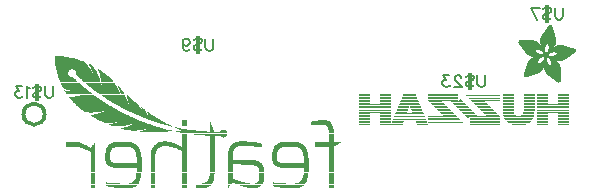
<source format=gbo>
G04 DipTrace 3.0.0.0*
G04 BottomSilk.gbo*
%MOIN*%
G04 #@! TF.FileFunction,Legend,Bot*
G04 #@! TF.Part,Single*
%ADD18C,0.012*%
%ADD101C,0.006176*%
%FSLAX26Y26*%
G04*
G70*
G90*
G75*
G01*
G04 BotSilk*
%LPD*%
G36*
X2191367Y1077264D2*
X2191674D1*
Y1074576D1*
X2191367D1*
Y1077264D1*
G37*
G36*
X2191674Y1078166D2*
X2191962D1*
Y1073673D1*
X2191674D1*
Y1078166D1*
G37*
G36*
X2191962Y1078761D2*
X2192268D1*
Y1072771D1*
X2191962D1*
Y1078761D1*
G37*
G36*
X2192268Y1079376D2*
X2192575D1*
Y1072157D1*
X2192268D1*
Y1079376D1*
G37*
G36*
X2192575Y1079971D2*
X2192863D1*
Y1071869D1*
X2192575D1*
Y1079971D1*
G37*
G36*
X2192863Y1080259D2*
X2193169D1*
Y1071273D1*
X2192863D1*
Y1080259D1*
G37*
G36*
X2193169Y1080873D2*
X2193476D1*
Y1070659D1*
X2193169D1*
Y1080873D1*
G37*
G36*
X2193476Y1081161D2*
X2193764D1*
Y1070371D1*
X2193476D1*
Y1081161D1*
G37*
G36*
X2193764Y1081469D2*
X2194070D1*
Y1070064D1*
X2193764D1*
Y1081469D1*
G37*
G36*
X2194070D2*
X2194377D1*
Y1069469D1*
X2194070D1*
Y1081469D1*
G37*
G36*
X2194377Y1081776D2*
X2194665D1*
Y1069161D1*
X2194377D1*
Y1081776D1*
G37*
G36*
X2194665Y1082064D2*
X2194971D1*
Y1068566D1*
X2194665D1*
Y1082064D1*
G37*
G36*
X2194971D2*
X2195278D1*
Y1068259D1*
X2194971D1*
Y1082064D1*
G37*
G36*
X2195278Y1082371D2*
X2195566D1*
Y1067971D1*
X2195278D1*
Y1082371D1*
G37*
G36*
X2195566D2*
X2195872D1*
Y1067376D1*
X2195566D1*
Y1082371D1*
G37*
G36*
X2195872D2*
X2196179D1*
Y1067069D1*
X2195872D1*
Y1082371D1*
G37*
G36*
X2196179Y1082659D2*
X2196467D1*
Y1066761D1*
X2196179D1*
Y1082659D1*
G37*
G36*
X2196467D2*
X2196773D1*
Y1066166D1*
X2196467D1*
Y1082659D1*
G37*
G36*
X2196773D2*
X2197080D1*
Y1065859D1*
X2196773D1*
Y1082659D1*
G37*
G36*
X2197080D2*
X2197368D1*
Y1065264D1*
X2197080D1*
Y1082659D1*
G37*
G36*
X2197368D2*
X2197674D1*
Y1064957D1*
X2197368D1*
Y1082659D1*
G37*
G36*
X2197674Y1082966D2*
X2197981D1*
Y1064669D1*
X2197674D1*
Y1082966D1*
G37*
G36*
X2197981D2*
X2198269D1*
Y1064073D1*
X2197981D1*
Y1082966D1*
G37*
G36*
X2198269D2*
X2198575D1*
Y1063766D1*
X2198269D1*
Y1082966D1*
G37*
G36*
X2198575D2*
X2198882D1*
Y1063459D1*
X2198575D1*
Y1082966D1*
G37*
G36*
X2198882D2*
X2199170D1*
Y1062864D1*
X2198882D1*
Y1082966D1*
G37*
G36*
X2199170D2*
X2199476D1*
Y1062576D1*
X2199170D1*
Y1082966D1*
G37*
G36*
X2199476D2*
X2199783D1*
Y1062269D1*
X2199476D1*
Y1082966D1*
G37*
G36*
X2199783D2*
X2200071D1*
Y1061673D1*
X2199783D1*
Y1082966D1*
G37*
G36*
X2200071D2*
X2200377D1*
Y1061366D1*
X2200071D1*
Y1082966D1*
G37*
G36*
X2200377D2*
X2200665D1*
Y1060771D1*
X2200377D1*
Y1082966D1*
G37*
G36*
X2200684D2*
X2200972D1*
Y1060464D1*
X2200684D1*
Y1082966D1*
G37*
G36*
X2200972D2*
X2201278D1*
Y1060157D1*
X2200972D1*
Y1082966D1*
G37*
G36*
X2201278D2*
X2201585D1*
Y1059561D1*
X2201278D1*
Y1082966D1*
G37*
G36*
X2201585D2*
X2201873D1*
Y1059273D1*
X2201585D1*
Y1082966D1*
G37*
G36*
X2201873D2*
X2202179D1*
Y1058966D1*
X2201873D1*
Y1082966D1*
G37*
G36*
X2202179D2*
X2202467D1*
Y1058371D1*
X2202179D1*
Y1082966D1*
G37*
G36*
X2202467D2*
X2202774D1*
Y1058064D1*
X2202467D1*
Y1082966D1*
G37*
G36*
X2202774D2*
X2203080D1*
Y1057776D1*
X2202774D1*
Y1082966D1*
G37*
G36*
X2203080D2*
X2203368D1*
Y1057161D1*
X2203080D1*
Y1082966D1*
G37*
G36*
X2203368D2*
X2203675D1*
Y1056873D1*
X2203368D1*
Y1082966D1*
G37*
G36*
X2203675D2*
X2203981D1*
Y1056259D1*
X2203675D1*
Y1082966D1*
G37*
G36*
X2203981D2*
X2204288D1*
Y1055971D1*
X2203981D1*
Y1082966D1*
G37*
G36*
X2204288D2*
X2204576D1*
Y1055664D1*
X2204288D1*
Y1082966D1*
G37*
G36*
X2204576D2*
X2204882D1*
Y1055069D1*
X2204576D1*
Y1082966D1*
G37*
G36*
X2204882D2*
X2205170D1*
Y1054761D1*
X2204882D1*
Y1082966D1*
G37*
G36*
X2205170D2*
X2205477D1*
Y1054473D1*
X2205170D1*
Y1082966D1*
G37*
G36*
X2205477D2*
X2205783D1*
Y1053859D1*
X2205477D1*
Y1082966D1*
G37*
G36*
X2205783D2*
X2206071D1*
Y1053571D1*
X2205783D1*
Y1082966D1*
G37*
G36*
X2206071D2*
X2206378D1*
Y1053264D1*
X2206071D1*
Y1082966D1*
G37*
G36*
X2206378D2*
X2206684D1*
Y1052669D1*
X2206378D1*
Y1082966D1*
G37*
G36*
X2206684D2*
X2206972D1*
Y1052361D1*
X2206684D1*
Y1082966D1*
G37*
G36*
X2206972D2*
X2207279D1*
Y1051766D1*
X2206972D1*
Y1082966D1*
G37*
G36*
X2207279D2*
X2207585D1*
Y1051459D1*
X2207279D1*
Y1082966D1*
G37*
G36*
X2207585D2*
X2207873D1*
Y1051171D1*
X2207585D1*
Y1082966D1*
G37*
G36*
X2207873D2*
X2208180D1*
Y1050576D1*
X2207873D1*
Y1082966D1*
G37*
G36*
X2208180D2*
X2208486D1*
Y1050269D1*
X2208180D1*
Y1082966D1*
G37*
G36*
X2208486D2*
X2208774D1*
Y1049961D1*
X2208486D1*
Y1082966D1*
G37*
G36*
X2208774Y967766D2*
X2209061D1*
Y964157D1*
X2208774D1*
Y967766D1*
G37*
G36*
Y1082966D2*
X2209081D1*
Y1049366D1*
X2208774D1*
Y1082966D1*
G37*
G36*
X2209061Y968957D2*
X2209368D1*
Y963273D1*
X2209061D1*
Y968957D1*
G37*
G36*
X2209081Y1082966D2*
X2209387D1*
Y1049059D1*
X2209081D1*
Y1082966D1*
G37*
G36*
X2209368Y970166D2*
X2209675D1*
Y962659D1*
X2209368D1*
Y970166D1*
G37*
G36*
X2209387Y1082966D2*
X2209675D1*
Y1048464D1*
X2209387D1*
Y1082966D1*
G37*
G36*
X2209675Y971069D2*
X2209962D1*
Y962371D1*
X2209675D1*
Y971069D1*
G37*
G36*
Y1082966D2*
X2209982D1*
Y1048157D1*
X2209675D1*
Y1082966D1*
G37*
G36*
X2209962Y971971D2*
X2210269D1*
Y961776D1*
X2209962D1*
Y971971D1*
G37*
G36*
X2209982Y1082966D2*
X2210288D1*
Y1047869D1*
X2209982D1*
Y1082966D1*
G37*
G36*
X2210269Y972873D2*
X2210576D1*
Y961469D1*
X2210269D1*
Y972873D1*
G37*
G36*
X2210288Y1082966D2*
X2210576D1*
Y1047273D1*
X2210288D1*
Y1082966D1*
G37*
G36*
X2210576Y973776D2*
X2210863D1*
Y961161D1*
X2210576D1*
Y973776D1*
G37*
G36*
Y1082966D2*
X2210883D1*
Y1046966D1*
X2210576D1*
Y1082966D1*
G37*
G36*
X2210863Y974659D2*
X2211170D1*
Y960873D1*
X2210863D1*
Y974659D1*
G37*
G36*
X2210883Y1082966D2*
X2211189D1*
Y1046659D1*
X2210883D1*
Y1082966D1*
G37*
G36*
X2211170Y975561D2*
X2211477D1*
Y960566D1*
X2211170D1*
Y975561D1*
G37*
G36*
X2211189Y1082966D2*
X2211477D1*
Y1046064D1*
X2211189D1*
Y1082966D1*
G37*
G36*
X2211477Y976464D2*
X2211784D1*
Y960259D1*
X2211477D1*
Y976464D1*
G37*
G36*
Y1082966D2*
X2211784D1*
Y1045776D1*
X2211477D1*
Y1082966D1*
G37*
G36*
X2211784Y977366D2*
X2212071D1*
Y960259D1*
X2211784D1*
Y977366D1*
G37*
G36*
Y1082966D2*
X2212090D1*
Y1045469D1*
X2211784D1*
Y1082966D1*
G37*
G36*
X2212071Y978269D2*
X2212378D1*
Y959971D1*
X2212071D1*
Y978269D1*
G37*
G36*
X2212090Y1082966D2*
X2212378D1*
Y1044873D1*
X2212090D1*
Y1082966D1*
G37*
G36*
X2212378Y979171D2*
X2212665D1*
Y959664D1*
X2212378D1*
Y979171D1*
G37*
G36*
Y1082966D2*
X2212685D1*
Y1044566D1*
X2212378D1*
Y1082966D1*
G37*
G36*
X2212665Y980073D2*
X2212972D1*
Y959664D1*
X2212665D1*
Y980073D1*
G37*
G36*
X2212685Y1082966D2*
X2212972D1*
Y1043971D1*
X2212685D1*
Y1082966D1*
G37*
G36*
X2212972Y980957D2*
X2213279D1*
Y959357D1*
X2212972D1*
Y980957D1*
G37*
G36*
Y1082966D2*
X2213279D1*
Y1043664D1*
X2212972D1*
Y1082966D1*
G37*
G36*
X2213279Y981859D2*
X2213586D1*
Y959357D1*
X2213279D1*
Y981859D1*
G37*
G36*
Y1082966D2*
X2213586D1*
Y1043376D1*
X2213279D1*
Y1082966D1*
G37*
G36*
X2213586Y982761D2*
X2213873D1*
Y959357D1*
X2213586D1*
Y982761D1*
G37*
G36*
Y1082966D2*
X2213873D1*
Y1042761D1*
X2213586D1*
Y1082966D1*
G37*
G36*
X2213873Y983664D2*
X2214180D1*
Y959357D1*
X2213873D1*
Y983664D1*
G37*
G36*
Y1082966D2*
X2214180D1*
Y1042473D1*
X2213873D1*
Y1082966D1*
G37*
G36*
X2214180Y984566D2*
X2214467D1*
Y959069D1*
X2214180D1*
Y984566D1*
G37*
G36*
Y1082966D2*
X2214487D1*
Y1042166D1*
X2214180D1*
Y1082966D1*
G37*
G36*
X2214467Y985469D2*
X2214774D1*
Y959069D1*
X2214467D1*
Y985469D1*
G37*
G36*
X2214487Y1082966D2*
X2214793D1*
Y1041571D1*
X2214487D1*
Y1082966D1*
G37*
G36*
X2214774Y986371D2*
X2215081D1*
Y959069D1*
X2214774D1*
Y986371D1*
G37*
G36*
X2214793Y1082966D2*
X2215081D1*
Y1041264D1*
X2214793D1*
Y1082966D1*
G37*
G36*
X2215081Y987273D2*
X2215368D1*
Y959069D1*
X2215081D1*
Y987273D1*
G37*
G36*
Y1082966D2*
X2215388D1*
Y1040957D1*
X2215081D1*
Y1082966D1*
G37*
G36*
X2215388Y988157D2*
X2215675D1*
Y959069D1*
X2215388D1*
Y988157D1*
G37*
G36*
Y1082966D2*
X2215675D1*
Y1040669D1*
X2215388D1*
Y1082966D1*
G37*
G36*
X2215675Y989059D2*
X2215982D1*
Y959069D1*
X2215675D1*
Y989059D1*
G37*
G36*
Y1082966D2*
X2215982D1*
Y1040073D1*
X2215675D1*
Y1082966D1*
G37*
G36*
X2215982Y989961D2*
X2216289D1*
Y959069D1*
X2215982D1*
Y989961D1*
G37*
G36*
Y1082966D2*
X2216289D1*
Y1039766D1*
X2215982D1*
Y1082966D1*
G37*
G36*
X2216289Y990864D2*
X2216576D1*
Y959069D1*
X2216289D1*
Y990864D1*
G37*
G36*
Y1082966D2*
X2216576D1*
Y1039459D1*
X2216289D1*
Y1082966D1*
G37*
G36*
X2216576Y991766D2*
X2216883D1*
Y959069D1*
X2216576D1*
Y991766D1*
G37*
G36*
Y1082966D2*
X2216883D1*
Y1039171D1*
X2216576D1*
Y1082966D1*
G37*
G36*
X2216883Y992669D2*
X2217170D1*
Y959357D1*
X2216883D1*
Y992669D1*
G37*
G36*
Y1082966D2*
X2217190D1*
Y1038864D1*
X2216883D1*
Y1082966D1*
G37*
G36*
X2217170Y993571D2*
X2217477D1*
Y959357D1*
X2217170D1*
Y993571D1*
G37*
G36*
X2217190Y1082966D2*
X2217477D1*
Y1038576D1*
X2217190D1*
Y1082966D1*
G37*
G36*
X2217477Y994473D2*
X2217784D1*
Y959376D1*
X2217477D1*
Y994473D1*
G37*
G36*
Y1082966D2*
X2217784D1*
Y1038269D1*
X2217477D1*
Y1082966D1*
G37*
G36*
X2217784Y995664D2*
X2218091D1*
Y959376D1*
X2217784D1*
Y995664D1*
G37*
G36*
Y1082966D2*
X2218091D1*
Y1037961D1*
X2217784D1*
Y1082966D1*
G37*
G36*
X2218091Y996566D2*
X2218378D1*
Y959376D1*
X2218091D1*
Y996566D1*
G37*
G36*
Y1082966D2*
X2218378D1*
Y1037673D1*
X2218091D1*
Y1082966D1*
G37*
G36*
X2218378Y997469D2*
X2218685D1*
Y959664D1*
X2218378D1*
Y997469D1*
G37*
G36*
Y1082966D2*
X2218685D1*
Y1037366D1*
X2218378D1*
Y1082966D1*
G37*
G36*
X2218685Y998371D2*
X2218972D1*
Y959664D1*
X2218685D1*
Y998371D1*
G37*
G36*
Y1082966D2*
X2218992D1*
Y1037059D1*
X2218685D1*
Y1082966D1*
G37*
G36*
X2218972Y999273D2*
X2219279D1*
Y959664D1*
X2218972D1*
Y999273D1*
G37*
G36*
X2218992Y1082966D2*
X2219279D1*
Y1036771D1*
X2218992D1*
Y1082966D1*
G37*
G36*
X2219279Y1000157D2*
X2219586D1*
Y959971D1*
X2219279D1*
Y1000157D1*
G37*
G36*
Y1082966D2*
X2219586D1*
Y1036464D1*
X2219279D1*
Y1082966D1*
G37*
G36*
X2219586Y1001059D2*
X2219873D1*
Y959971D1*
X2219586D1*
Y1001059D1*
G37*
G36*
Y1082966D2*
X2219893D1*
Y1036157D1*
X2219586D1*
Y1082966D1*
G37*
G36*
X2219893Y1001961D2*
X2220180D1*
Y959971D1*
X2219893D1*
Y1001961D1*
G37*
G36*
Y1082966D2*
X2220180D1*
Y1035869D1*
X2219893D1*
Y1082966D1*
G37*
G36*
X2220180Y1002864D2*
X2220487D1*
Y960259D1*
X2220180D1*
Y1002864D1*
G37*
G36*
Y1082966D2*
X2220487D1*
Y1035561D1*
X2220180D1*
Y1082966D1*
G37*
G36*
X2220487Y1003766D2*
X2220794D1*
Y960259D1*
X2220487D1*
Y1003766D1*
G37*
G36*
Y1082966D2*
X2220794D1*
Y1035273D1*
X2220487D1*
Y1082966D1*
G37*
G36*
X2220794Y1004361D2*
X2221081D1*
Y960259D1*
X2220794D1*
Y1004361D1*
G37*
G36*
Y1082966D2*
X2221081D1*
Y1035273D1*
X2220794D1*
Y1082966D1*
G37*
G36*
X2221081Y1005264D2*
X2221388D1*
Y960259D1*
X2221081D1*
Y1005264D1*
G37*
G36*
Y1082966D2*
X2221388D1*
Y1034966D1*
X2221081D1*
Y1082966D1*
G37*
G36*
X2221388Y1005859D2*
X2221675D1*
Y960566D1*
X2221388D1*
Y1005859D1*
G37*
G36*
Y1082966D2*
X2221675D1*
Y1034659D1*
X2221388D1*
Y1082966D1*
G37*
G36*
X2221675Y1006473D2*
X2221982D1*
Y960566D1*
X2221675D1*
Y1006473D1*
G37*
G36*
X2221695Y1082966D2*
X2221982D1*
Y1034371D1*
X2221695D1*
Y1082966D1*
G37*
G36*
X2221982Y1007357D2*
X2222289D1*
Y960566D1*
X2221982D1*
Y1007357D1*
G37*
G36*
Y1082966D2*
X2222289D1*
Y1034064D1*
X2221982D1*
Y1082966D1*
G37*
G36*
X2222289Y1007971D2*
X2222596D1*
Y960873D1*
X2222289D1*
Y1007971D1*
G37*
G36*
Y1082966D2*
X2222596D1*
Y1034064D1*
X2222289D1*
Y1082966D1*
G37*
G36*
X2222596Y1008566D2*
X2222883D1*
Y960873D1*
X2222596D1*
Y1008566D1*
G37*
G36*
Y1082966D2*
X2222883D1*
Y1033776D1*
X2222596D1*
Y1082966D1*
G37*
G36*
X2222883Y1009161D2*
X2223190D1*
Y960873D1*
X2222883D1*
Y1009161D1*
G37*
G36*
Y1082966D2*
X2223190D1*
Y1033469D1*
X2222883D1*
Y1082966D1*
G37*
G36*
X2223190Y1009469D2*
X2223477D1*
Y961161D1*
X2223190D1*
Y1009469D1*
G37*
G36*
Y1082966D2*
X2223477D1*
Y1033161D1*
X2223190D1*
Y1082966D1*
G37*
G36*
X2223477Y1010064D2*
X2223784D1*
Y961161D1*
X2223477D1*
Y1010064D1*
G37*
G36*
Y1082966D2*
X2223784D1*
Y1033161D1*
X2223477D1*
Y1082966D1*
G37*
G36*
X2223784Y1010659D2*
X2224091D1*
Y961161D1*
X2223784D1*
Y1010659D1*
G37*
G36*
Y1082966D2*
X2224091D1*
Y1032873D1*
X2223784D1*
Y1082966D1*
G37*
G36*
X2224091Y1011273D2*
X2224378D1*
Y961469D1*
X2224091D1*
Y1011273D1*
G37*
G36*
Y1082966D2*
X2224378D1*
Y1032566D1*
X2224091D1*
Y1082966D1*
G37*
G36*
X2224378Y1011561D2*
X2224685D1*
Y961469D1*
X2224378D1*
Y1011561D1*
G37*
G36*
Y1082966D2*
X2224685D1*
Y1032259D1*
X2224378D1*
Y1082966D1*
G37*
G36*
X2224685Y1012157D2*
X2224992D1*
Y961469D1*
X2224685D1*
Y1012157D1*
G37*
G36*
Y1082966D2*
X2224992D1*
Y1032259D1*
X2224685D1*
Y1082966D1*
G37*
G36*
X2224992Y1012771D2*
X2225279D1*
Y961776D1*
X2224992D1*
Y1012771D1*
G37*
G36*
Y1082966D2*
X2225279D1*
Y1031971D1*
X2224992D1*
Y1082966D1*
G37*
G36*
X2225279Y1013059D2*
X2225586D1*
Y961776D1*
X2225279D1*
Y1013059D1*
G37*
G36*
Y1082966D2*
X2225586D1*
Y1031664D1*
X2225279D1*
Y1082966D1*
G37*
G36*
X2225586Y1013673D2*
X2225893D1*
Y961776D1*
X2225586D1*
Y1013673D1*
G37*
G36*
Y1082966D2*
X2225893D1*
Y1031664D1*
X2225586D1*
Y1082966D1*
G37*
G36*
X2225893Y1013961D2*
X2226180D1*
Y962064D1*
X2225893D1*
Y1013961D1*
G37*
G36*
Y1082966D2*
X2226180D1*
Y1031376D1*
X2225893D1*
Y1082966D1*
G37*
G36*
X2226180Y1014269D2*
X2226487D1*
Y962064D1*
X2226180D1*
Y1014269D1*
G37*
G36*
Y1082966D2*
X2226487D1*
Y1031376D1*
X2226180D1*
Y1082966D1*
G37*
G36*
X2226487Y1014864D2*
X2226794D1*
Y962064D1*
X2226487D1*
Y1014864D1*
G37*
G36*
Y1082966D2*
X2226794D1*
Y1031069D1*
X2226487D1*
Y1082966D1*
G37*
G36*
X2226794Y1015171D2*
X2227081D1*
Y962371D1*
X2226794D1*
Y1015171D1*
G37*
G36*
Y1082966D2*
X2227081D1*
Y1030761D1*
X2226794D1*
Y1082966D1*
G37*
G36*
X2227081Y1015459D2*
X2227388D1*
Y962371D1*
X2227081D1*
Y1015459D1*
G37*
G36*
Y1082966D2*
X2227388D1*
Y1030761D1*
X2227081D1*
Y1082966D1*
G37*
G36*
X2227388Y1016073D2*
X2227695D1*
Y962371D1*
X2227388D1*
Y1016073D1*
G37*
G36*
Y1082966D2*
X2227695D1*
Y1030473D1*
X2227388D1*
Y1082966D1*
G37*
G36*
X2227695Y1016361D2*
X2227982D1*
Y962659D1*
X2227695D1*
Y1016361D1*
G37*
G36*
Y1082966D2*
X2227982D1*
Y1030473D1*
X2227695D1*
Y1082966D1*
G37*
G36*
X2227982Y1016669D2*
X2228289D1*
Y962659D1*
X2227982D1*
Y1016669D1*
G37*
G36*
Y1082966D2*
X2228289D1*
Y1030166D1*
X2227982D1*
Y1082966D1*
G37*
G36*
X2228289Y1016957D2*
X2228596D1*
Y962659D1*
X2228289D1*
Y1016957D1*
G37*
G36*
Y1082966D2*
X2228596D1*
Y1030166D1*
X2228289D1*
Y1082966D1*
G37*
G36*
X2228596Y1017264D2*
X2228883D1*
Y962966D1*
X2228596D1*
Y1017264D1*
G37*
G36*
Y1082966D2*
X2228883D1*
Y1029859D1*
X2228596D1*
Y1082966D1*
G37*
G36*
X2228883Y1017571D2*
X2229190D1*
Y962966D1*
X2228883D1*
Y1017571D1*
G37*
G36*
Y1082966D2*
X2229190D1*
Y1029859D1*
X2228883D1*
Y1082966D1*
G37*
G36*
X2229190Y1017859D2*
X2229478D1*
Y962966D1*
X2229190D1*
Y1017859D1*
G37*
G36*
Y1082966D2*
X2229478D1*
Y1029571D1*
X2229190D1*
Y1082966D1*
G37*
G36*
X2229478Y1018166D2*
X2229784D1*
Y963273D1*
X2229478D1*
Y1018166D1*
G37*
G36*
Y1082966D2*
X2229784D1*
Y1029571D1*
X2229478D1*
Y1082966D1*
G37*
G36*
X2229784Y1018473D2*
X2230091D1*
Y963273D1*
X2229784D1*
Y1018473D1*
G37*
G36*
Y1082966D2*
X2230091D1*
Y1029571D1*
X2229784D1*
Y1082966D1*
G37*
G36*
X2230091Y1018761D2*
X2230398D1*
Y963273D1*
X2230091D1*
Y1018761D1*
G37*
G36*
Y1082966D2*
X2230379D1*
Y1029264D1*
X2230091D1*
Y1082966D1*
G37*
G36*
X2230398Y1019069D2*
X2230685D1*
Y963561D1*
X2230398D1*
Y1019069D1*
G37*
G36*
X2230379Y1082966D2*
X2230685D1*
Y1029264D1*
X2230379D1*
Y1082966D1*
G37*
G36*
X2230685Y1019357D2*
X2230992D1*
Y963561D1*
X2230685D1*
Y1019357D1*
G37*
G36*
Y1082966D2*
X2230992D1*
Y1028957D1*
X2230685D1*
Y1082966D1*
G37*
G36*
X2230992Y1019664D2*
X2231299D1*
Y963561D1*
X2230992D1*
Y1019664D1*
G37*
G36*
Y1082966D2*
X2231299D1*
Y1028957D1*
X2230992D1*
Y1082966D1*
G37*
G36*
X2231299Y1019971D2*
X2231586D1*
Y963869D1*
X2231299D1*
Y1019971D1*
G37*
G36*
Y1082966D2*
X2231586D1*
Y1028957D1*
X2231299D1*
Y1082966D1*
G37*
G36*
X2231586Y1020259D2*
X2231893D1*
Y963869D1*
X2231586D1*
Y1020259D1*
G37*
G36*
Y1082966D2*
X2231893D1*
Y1028669D1*
X2231586D1*
Y1082966D1*
G37*
G36*
X2231893Y1020566D2*
X2232181D1*
Y963869D1*
X2231893D1*
Y1020566D1*
G37*
G36*
Y1082966D2*
X2232181D1*
Y1028669D1*
X2231893D1*
Y1082966D1*
G37*
G36*
X2232181Y1020873D2*
X2232487D1*
Y964157D1*
X2232181D1*
Y1020873D1*
G37*
G36*
Y1082966D2*
X2232487D1*
Y1028361D1*
X2232181D1*
Y1082966D1*
G37*
G36*
X2232487Y1021161D2*
X2232794D1*
Y964157D1*
X2232487D1*
Y1021161D1*
G37*
G36*
Y1082966D2*
X2232794D1*
Y1028361D1*
X2232487D1*
Y1082966D1*
G37*
G36*
X2232794Y1021161D2*
X2233082D1*
Y964157D1*
X2232794D1*
Y1021161D1*
G37*
G36*
Y1082966D2*
X2233082D1*
Y1028361D1*
X2232794D1*
Y1082966D1*
G37*
G36*
X2233082Y1021469D2*
X2233388D1*
Y964464D1*
X2233082D1*
Y1021469D1*
G37*
G36*
Y1082966D2*
X2233388D1*
Y1028361D1*
X2233082D1*
Y1082966D1*
G37*
G36*
X2233388Y1021776D2*
X2233695D1*
Y964464D1*
X2233388D1*
Y1021776D1*
G37*
G36*
Y1082966D2*
X2233695D1*
Y1028073D1*
X2233388D1*
Y1082966D1*
G37*
G36*
X2233695Y1022064D2*
X2233983D1*
Y964464D1*
X2233695D1*
Y1022064D1*
G37*
G36*
Y1082966D2*
X2233983D1*
Y1028073D1*
X2233695D1*
Y1082966D1*
G37*
G36*
X2233983Y1022064D2*
X2234289D1*
Y964771D1*
X2233983D1*
Y1022064D1*
G37*
G36*
Y1082966D2*
X2234289D1*
Y1028073D1*
X2233983D1*
Y1082966D1*
G37*
G36*
X2234289Y1022371D2*
X2234596D1*
Y964771D1*
X2234289D1*
Y1022371D1*
G37*
G36*
Y1082966D2*
X2234596D1*
Y1027766D1*
X2234289D1*
Y1082966D1*
G37*
G36*
X2234596Y1022659D2*
X2234884D1*
Y964771D1*
X2234596D1*
Y1022659D1*
G37*
G36*
Y1082966D2*
X2234884D1*
Y1027766D1*
X2234596D1*
Y1082966D1*
G37*
G36*
X2234884Y1022659D2*
X2235190D1*
Y965059D1*
X2234884D1*
Y1022659D1*
G37*
G36*
Y1082966D2*
X2235190D1*
Y1027766D1*
X2234884D1*
Y1082966D1*
G37*
G36*
X2235190Y1022966D2*
X2235497D1*
Y965059D1*
X2235190D1*
Y1022966D1*
G37*
G36*
Y1082966D2*
X2235478D1*
Y1027766D1*
X2235190D1*
Y1082966D1*
G37*
G36*
X2235497Y1022966D2*
X2235785D1*
Y965059D1*
X2235497D1*
Y1022966D1*
G37*
G36*
X2235478Y1082966D2*
X2235785D1*
Y1027459D1*
X2235478D1*
Y1082966D1*
G37*
G36*
X2235785Y1023273D2*
X2236091D1*
Y965366D1*
X2235785D1*
Y1023273D1*
G37*
G36*
Y1082659D2*
X2236091D1*
Y1027459D1*
X2235785D1*
Y1082659D1*
G37*
G36*
X2236091Y1023561D2*
X2236398D1*
Y965366D1*
X2236091D1*
Y1023561D1*
G37*
G36*
Y1082659D2*
X2236398D1*
Y1027459D1*
X2236091D1*
Y1082659D1*
G37*
G36*
X2236398Y1023561D2*
X2236686D1*
Y965366D1*
X2236398D1*
Y1023561D1*
G37*
G36*
Y1082659D2*
X2236686D1*
Y1027459D1*
X2236398D1*
Y1082659D1*
G37*
G36*
X2236686Y1023869D2*
X2236992D1*
Y965673D1*
X2236686D1*
Y1023869D1*
G37*
G36*
Y1082659D2*
X2236992D1*
Y1027459D1*
X2236686D1*
Y1082659D1*
G37*
G36*
X2236992Y1023869D2*
X2237299D1*
Y965673D1*
X2236992D1*
Y1023869D1*
G37*
G36*
Y1082659D2*
X2237299D1*
Y1027459D1*
X2236992D1*
Y1082659D1*
G37*
G36*
X2237299Y1024157D2*
X2237587D1*
Y965673D1*
X2237299D1*
Y1024157D1*
G37*
G36*
Y1082659D2*
X2237587D1*
Y1027171D1*
X2237299D1*
Y1082659D1*
G37*
G36*
X2237587Y1024157D2*
X2237893D1*
Y965961D1*
X2237587D1*
Y1024157D1*
G37*
G36*
Y1082659D2*
X2237893D1*
Y1027171D1*
X2237587D1*
Y1082659D1*
G37*
G36*
X2237893Y1024464D2*
X2238181D1*
Y965961D1*
X2237893D1*
Y1024464D1*
G37*
G36*
Y1082659D2*
X2238181D1*
Y1027171D1*
X2237893D1*
Y1082659D1*
G37*
G36*
X2238181Y1024464D2*
X2238488D1*
Y965961D1*
X2238181D1*
Y1024464D1*
G37*
G36*
Y1082659D2*
X2238488D1*
Y1027171D1*
X2238181D1*
Y1082659D1*
G37*
G36*
X2238488Y1024771D2*
X2238794D1*
Y966269D1*
X2238488D1*
Y1024771D1*
G37*
G36*
Y1082659D2*
X2238794D1*
Y1027171D1*
X2238488D1*
Y1082659D1*
G37*
G36*
X2238794Y1024771D2*
X2239082D1*
Y966269D1*
X2238794D1*
Y1024771D1*
G37*
G36*
Y1082659D2*
X2239082D1*
Y1027171D1*
X2238794D1*
Y1082659D1*
G37*
G36*
X2239082Y1024771D2*
X2239389D1*
Y966269D1*
X2239082D1*
Y1024771D1*
G37*
G36*
Y1082659D2*
X2239389D1*
Y1027171D1*
X2239082D1*
Y1082659D1*
G37*
G36*
X2239389Y1025059D2*
X2239695D1*
Y966576D1*
X2239389D1*
Y1025059D1*
G37*
G36*
Y1082371D2*
X2239695D1*
Y1027171D1*
X2239389D1*
Y1082371D1*
G37*
G36*
X2239695Y1025059D2*
X2239983D1*
Y966576D1*
X2239695D1*
Y1025059D1*
G37*
G36*
Y1082371D2*
X2239983D1*
Y1027171D1*
X2239695D1*
Y1082371D1*
G37*
G36*
X2239983Y1025366D2*
X2240289D1*
Y966576D1*
X2239983D1*
Y1025366D1*
G37*
G36*
Y1082371D2*
X2240289D1*
Y1027171D1*
X2239983D1*
Y1082371D1*
G37*
G36*
X2240289Y1025366D2*
X2240596D1*
Y966864D1*
X2240289D1*
Y1025366D1*
G37*
G36*
Y1082371D2*
X2240596D1*
Y1027171D1*
X2240289D1*
Y1082371D1*
G37*
G36*
X2240596Y1025366D2*
X2240884D1*
Y966864D1*
X2240596D1*
Y1025366D1*
G37*
G36*
Y1082371D2*
X2240884D1*
Y1027171D1*
X2240596D1*
Y1082371D1*
G37*
G36*
X2240884Y1025673D2*
X2241190D1*
Y966864D1*
X2240884D1*
Y1025673D1*
G37*
G36*
Y1082371D2*
X2241190D1*
Y1027171D1*
X2240884D1*
Y1082371D1*
G37*
G36*
X2241190Y1025673D2*
X2241497D1*
Y967171D1*
X2241190D1*
Y1025673D1*
G37*
G36*
Y1082371D2*
X2241478D1*
Y1027171D1*
X2241190D1*
Y1082371D1*
G37*
G36*
X2241497Y1025673D2*
X2241785D1*
Y967171D1*
X2241497D1*
Y1025673D1*
G37*
G36*
X2241478Y1082064D2*
X2241785D1*
Y1027171D1*
X2241478D1*
Y1082064D1*
G37*
G36*
X2241785Y1025961D2*
X2242091D1*
Y967171D1*
X2241785D1*
Y1025961D1*
G37*
G36*
Y1082064D2*
X2242091D1*
Y1027171D1*
X2241785D1*
Y1082064D1*
G37*
G36*
X2242091Y1025961D2*
X2242398D1*
Y967459D1*
X2242091D1*
Y1025961D1*
G37*
G36*
Y1082064D2*
X2242379D1*
Y1027171D1*
X2242091D1*
Y1082064D1*
G37*
G36*
X2242398Y1025961D2*
X2242686D1*
Y967459D1*
X2242398D1*
Y1025961D1*
G37*
G36*
X2242379Y1082064D2*
X2242686D1*
Y1027171D1*
X2242379D1*
Y1082064D1*
G37*
G36*
X2242686Y1025961D2*
X2242992D1*
Y967459D1*
X2242686D1*
Y1025961D1*
G37*
G36*
Y1082064D2*
X2242992D1*
Y1027171D1*
X2242686D1*
Y1082064D1*
G37*
G36*
X2242992Y1026269D2*
X2243299D1*
Y967459D1*
X2242992D1*
Y1026269D1*
G37*
G36*
Y1081776D2*
X2243299D1*
Y1027171D1*
X2242992D1*
Y1081776D1*
G37*
G36*
X2243299Y1026269D2*
X2243587D1*
Y967766D1*
X2243299D1*
Y1026269D1*
G37*
G36*
Y1081776D2*
X2243587D1*
Y1027171D1*
X2243299D1*
Y1081776D1*
G37*
G36*
X2243587Y1026269D2*
X2243893D1*
Y967766D1*
X2243587D1*
Y1026269D1*
G37*
G36*
Y1081776D2*
X2243893D1*
Y1027171D1*
X2243587D1*
Y1081776D1*
G37*
G36*
X2243893Y1026576D2*
X2244181D1*
Y967766D1*
X2243893D1*
Y1026576D1*
G37*
G36*
Y1081776D2*
X2244181D1*
Y1027171D1*
X2243893D1*
Y1081776D1*
G37*
G36*
X2244181Y1026576D2*
X2244488D1*
Y968073D1*
X2244181D1*
Y1026576D1*
G37*
G36*
Y1081469D2*
X2244488D1*
Y1027171D1*
X2244181D1*
Y1081469D1*
G37*
G36*
X2244488Y1026576D2*
X2244794D1*
Y968073D1*
X2244488D1*
Y1026576D1*
G37*
G36*
Y1081469D2*
X2244794D1*
Y1027171D1*
X2244488D1*
Y1081469D1*
G37*
G36*
X2244794Y1026864D2*
X2245082D1*
Y968073D1*
X2244794D1*
Y1026864D1*
G37*
G36*
Y1081469D2*
X2245082D1*
Y1027171D1*
X2244794D1*
Y1081469D1*
G37*
G36*
X2245082Y1026864D2*
X2245389D1*
Y968361D1*
X2245082D1*
Y1026864D1*
G37*
G36*
Y1081469D2*
X2245389D1*
Y1027171D1*
X2245082D1*
Y1081469D1*
G37*
G36*
X2245389Y1026864D2*
X2245695D1*
Y968361D1*
X2245389D1*
Y1026864D1*
G37*
G36*
Y1081161D2*
X2245695D1*
Y1027171D1*
X2245389D1*
Y1081161D1*
G37*
G36*
X2245695Y1026864D2*
X2245983D1*
Y968361D1*
X2245695D1*
Y1026864D1*
G37*
G36*
Y1081161D2*
X2245983D1*
Y1027171D1*
X2245695D1*
Y1081161D1*
G37*
G36*
X2246002D2*
X2246309D1*
Y968669D1*
X2246002D1*
Y1081161D1*
G37*
G36*
X2246309D2*
X2246616D1*
Y968669D1*
X2246309D1*
Y1081161D1*
G37*
G36*
X2246616Y1080873D2*
X2246903D1*
Y968669D1*
X2246616D1*
Y1080873D1*
G37*
G36*
X2246903D2*
X2247210D1*
Y968957D1*
X2246903D1*
Y1080873D1*
G37*
G36*
X2247210D2*
X2247517D1*
Y968957D1*
X2247210D1*
Y1080873D1*
G37*
G36*
X2247517Y1080566D2*
X2247804D1*
Y968957D1*
X2247517D1*
Y1080566D1*
G37*
G36*
X2247804D2*
X2248111D1*
Y969264D1*
X2247804D1*
Y1080566D1*
G37*
G36*
X2248111D2*
X2248418D1*
Y969264D1*
X2248111D1*
Y1080566D1*
G37*
G36*
X2248418Y1080259D2*
X2248705D1*
Y969264D1*
X2248418D1*
Y1080259D1*
G37*
G36*
X2248705D2*
X2249012D1*
Y969571D1*
X2248705D1*
Y1080259D1*
G37*
G36*
X2249012D2*
X2249319D1*
Y969571D1*
X2249012D1*
Y1080259D1*
G37*
G36*
X2249319Y1079971D2*
X2249606D1*
Y969571D1*
X2249319D1*
Y1079971D1*
G37*
G36*
X2249606D2*
X2249913D1*
Y969859D1*
X2249606D1*
Y1079971D1*
G37*
G36*
X2249894Y1047273D2*
X2250200D1*
Y969859D1*
X2249894D1*
Y1047273D1*
G37*
G36*
X2249875Y1079664D2*
X2250181D1*
Y1049366D1*
X2249875D1*
Y1079664D1*
G37*
G36*
X2250200Y1046371D2*
X2250488D1*
Y969859D1*
X2250200D1*
Y1046371D1*
G37*
G36*
X2250181Y1079664D2*
X2250469D1*
Y1049961D1*
X2250181D1*
Y1079664D1*
G37*
G36*
X2250488Y1046064D2*
X2250795D1*
Y970166D1*
X2250488D1*
Y1046064D1*
G37*
G36*
X2250469Y1079664D2*
X2250776D1*
Y1050269D1*
X2250469D1*
Y1079664D1*
G37*
G36*
X2250795Y1045469D2*
X2251101D1*
Y970166D1*
X2250795D1*
Y1045469D1*
G37*
G36*
X2250776Y1079376D2*
X2251082D1*
Y1050576D1*
X2250776D1*
Y1079376D1*
G37*
G36*
X2251101Y1045161D2*
X2251389D1*
Y970166D1*
X2251101D1*
Y1045161D1*
G37*
G36*
X2251082Y1079376D2*
X2251370D1*
Y1050576D1*
X2251082D1*
Y1079376D1*
G37*
G36*
X2251389Y1044566D2*
X2251696D1*
Y970473D1*
X2251389D1*
Y1044566D1*
G37*
G36*
X2251370Y1079069D2*
X2251677D1*
Y1050864D1*
X2251370D1*
Y1079069D1*
G37*
G36*
X2251696Y1044259D2*
X2252002D1*
Y970473D1*
X2251696D1*
Y1044259D1*
G37*
G36*
X2251677Y1079069D2*
X2251983D1*
Y1050864D1*
X2251677D1*
Y1079069D1*
G37*
G36*
X2252002Y1043971D2*
X2252290D1*
Y970473D1*
X2252002D1*
Y1043971D1*
G37*
G36*
X2251983Y1078761D2*
X2252271D1*
Y1050864D1*
X2251983D1*
Y1078761D1*
G37*
G36*
X2252290Y1043664D2*
X2252597D1*
Y970761D1*
X2252290D1*
Y1043664D1*
G37*
G36*
X2252271Y1078761D2*
X2252578D1*
Y1051171D1*
X2252271D1*
Y1078761D1*
G37*
G36*
X2252597Y1043357D2*
X2252903D1*
Y970761D1*
X2252597D1*
Y1043357D1*
G37*
G36*
X2252578Y1078473D2*
X2252884D1*
Y1051171D1*
X2252578D1*
Y1078473D1*
G37*
G36*
X2252903Y1043069D2*
X2253191D1*
Y970761D1*
X2252903D1*
Y1043069D1*
G37*
G36*
X2252884Y1078473D2*
X2253172D1*
Y1051171D1*
X2252884D1*
Y1078473D1*
G37*
G36*
X2253191Y1042761D2*
X2253498D1*
Y971069D1*
X2253191D1*
Y1042761D1*
G37*
G36*
X2253172Y1078166D2*
X2253479D1*
Y1051171D1*
X2253172D1*
Y1078166D1*
G37*
G36*
X2253498Y1042473D2*
X2253804D1*
Y971069D1*
X2253498D1*
Y1042473D1*
G37*
G36*
X2253479Y1078166D2*
X2253785D1*
Y1051171D1*
X2253479D1*
Y1078166D1*
G37*
G36*
X2253804Y1042166D2*
X2254092D1*
Y971069D1*
X2253804D1*
Y1042166D1*
G37*
G36*
X2253785Y1077859D2*
X2254073D1*
Y1051171D1*
X2253785D1*
Y1077859D1*
G37*
G36*
X2254092Y1041859D2*
X2254399D1*
Y971376D1*
X2254092D1*
Y1041859D1*
G37*
G36*
X2254073Y1077859D2*
X2254380D1*
Y1051171D1*
X2254073D1*
Y1077859D1*
G37*
G36*
X2254399Y1041859D2*
X2254686D1*
Y971376D1*
X2254399D1*
Y1041859D1*
G37*
G36*
X2254380Y1077571D2*
X2254667D1*
Y1051171D1*
X2254380D1*
Y1077571D1*
G37*
G36*
X2254686Y1041571D2*
X2254993D1*
Y971664D1*
X2254686D1*
Y1041571D1*
G37*
G36*
X2254667Y1077571D2*
X2254974D1*
Y1051171D1*
X2254667D1*
Y1077571D1*
G37*
G36*
X2254993Y1041264D2*
X2255300D1*
Y971664D1*
X2254993D1*
Y1041264D1*
G37*
G36*
X2254974Y1077264D2*
X2255280D1*
Y1051171D1*
X2254974D1*
Y1077264D1*
G37*
G36*
X2255300Y1040957D2*
X2255587D1*
Y971664D1*
X2255300D1*
Y1040957D1*
G37*
G36*
X2255280Y1076957D2*
X2255568D1*
Y1051171D1*
X2255280D1*
Y1076957D1*
G37*
G36*
X2255587Y1040957D2*
X2255894D1*
Y971971D1*
X2255587D1*
Y1040957D1*
G37*
G36*
X2255568Y1076957D2*
X2255875D1*
Y1051171D1*
X2255568D1*
Y1076957D1*
G37*
G36*
X2255875Y1008873D2*
X2256181D1*
Y971971D1*
X2255875D1*
Y1008873D1*
G37*
G36*
Y1040669D2*
X2256181D1*
Y1009469D1*
X2255875D1*
Y1040669D1*
G37*
G36*
Y1076669D2*
X2256181D1*
Y1051171D1*
X2255875D1*
Y1076669D1*
G37*
G36*
X2256181Y1007664D2*
X2256488D1*
Y972259D1*
X2256181D1*
Y1007664D1*
G37*
G36*
Y1040361D2*
X2256469D1*
Y1011273D1*
X2256181D1*
Y1040361D1*
G37*
G36*
Y1076361D2*
X2256469D1*
Y1050864D1*
X2256181D1*
Y1076361D1*
G37*
G36*
X2256488Y1007069D2*
X2256776D1*
Y972259D1*
X2256488D1*
Y1007069D1*
G37*
G36*
X2256469Y1040361D2*
X2256776D1*
Y1012157D1*
X2256469D1*
Y1040361D1*
G37*
G36*
Y1076361D2*
X2256776D1*
Y1050864D1*
X2256469D1*
Y1076361D1*
G37*
G36*
X2256776Y1006761D2*
X2257082D1*
Y972566D1*
X2256776D1*
Y1006761D1*
G37*
G36*
Y1040073D2*
X2257082D1*
Y1012771D1*
X2256776D1*
Y1040073D1*
G37*
G36*
Y1076073D2*
X2257082D1*
Y1050864D1*
X2256776D1*
Y1076073D1*
G37*
G36*
X2257082Y1006761D2*
X2257389D1*
Y972566D1*
X2257082D1*
Y1006761D1*
G37*
G36*
Y1039766D2*
X2257370D1*
Y1013366D1*
X2257082D1*
Y1039766D1*
G37*
G36*
Y1075766D2*
X2257370D1*
Y1050864D1*
X2257082D1*
Y1075766D1*
G37*
G36*
X2257389Y1006473D2*
X2257677D1*
Y972873D1*
X2257389D1*
Y1006473D1*
G37*
G36*
X2257370Y1039766D2*
X2257677D1*
Y1013961D1*
X2257370D1*
Y1039766D1*
G37*
G36*
Y1075459D2*
X2257677D1*
Y1050864D1*
X2257370D1*
Y1075459D1*
G37*
G36*
X2257677Y1006473D2*
X2257983D1*
Y972873D1*
X2257677D1*
Y1006473D1*
G37*
G36*
Y1039459D2*
X2257983D1*
Y1014576D1*
X2257677D1*
Y1039459D1*
G37*
G36*
Y1075459D2*
X2257983D1*
Y1050864D1*
X2257677D1*
Y1075459D1*
G37*
G36*
X2257983Y1006473D2*
X2258290D1*
Y973161D1*
X2257983D1*
Y1006473D1*
G37*
G36*
Y1039459D2*
X2258271D1*
Y1015171D1*
X2257983D1*
Y1039459D1*
G37*
G36*
Y1075171D2*
X2258271D1*
Y1050576D1*
X2257983D1*
Y1075171D1*
G37*
G36*
X2258290Y1006473D2*
X2258578D1*
Y973161D1*
X2258290D1*
Y1006473D1*
G37*
G36*
X2258271Y1039171D2*
X2258578D1*
Y1015459D1*
X2258271D1*
Y1039171D1*
G37*
G36*
Y1074864D2*
X2258578D1*
Y1050576D1*
X2258271D1*
Y1074864D1*
G37*
G36*
X2258578Y1006473D2*
X2258884D1*
Y973469D1*
X2258578D1*
Y1006473D1*
G37*
G36*
Y1039171D2*
X2258884D1*
Y1016073D1*
X2258578D1*
Y1039171D1*
G37*
G36*
Y1074576D2*
X2258884D1*
Y1050576D1*
X2258578D1*
Y1074576D1*
G37*
G36*
X2258884Y1006473D2*
X2259172D1*
Y973469D1*
X2258884D1*
Y1006473D1*
G37*
G36*
Y1038864D2*
X2259172D1*
Y1016361D1*
X2258884D1*
Y1038864D1*
G37*
G36*
Y1074269D2*
X2259172D1*
Y1050576D1*
X2258884D1*
Y1074269D1*
G37*
G36*
X2259172Y1006473D2*
X2259479D1*
Y973776D1*
X2259172D1*
Y1006473D1*
G37*
G36*
Y1038576D2*
X2259479D1*
Y1016957D1*
X2259172D1*
Y1038576D1*
G37*
G36*
Y1073961D2*
X2259479D1*
Y1050269D1*
X2259172D1*
Y1073961D1*
G37*
G36*
X2259479Y1006473D2*
X2259785D1*
Y973776D1*
X2259479D1*
Y1006473D1*
G37*
G36*
Y1038576D2*
X2259785D1*
Y1017264D1*
X2259479D1*
Y1038576D1*
G37*
G36*
Y1073673D2*
X2259785D1*
Y1050269D1*
X2259479D1*
Y1073673D1*
G37*
G36*
X2259785Y1006473D2*
X2260073D1*
Y974064D1*
X2259785D1*
Y1006473D1*
G37*
G36*
Y1038269D2*
X2260073D1*
Y1017571D1*
X2259785D1*
Y1038269D1*
G37*
G36*
Y1073366D2*
X2260073D1*
Y1050269D1*
X2259785D1*
Y1073366D1*
G37*
G36*
X2260073Y1006473D2*
X2260380D1*
Y974064D1*
X2260073D1*
Y1006473D1*
G37*
G36*
Y1038269D2*
X2260380D1*
Y1017859D1*
X2260073D1*
Y1038269D1*
G37*
G36*
Y1073059D2*
X2260380D1*
Y1049961D1*
X2260073D1*
Y1073059D1*
G37*
G36*
X2260380Y1006473D2*
X2260686D1*
Y974371D1*
X2260380D1*
Y1006473D1*
G37*
G36*
Y1037961D2*
X2260667D1*
Y1018473D1*
X2260380D1*
Y1037961D1*
G37*
G36*
Y1072771D2*
X2260667D1*
Y1049961D1*
X2260380D1*
Y1072771D1*
G37*
G36*
X2260686Y1006761D2*
X2260974D1*
Y974659D1*
X2260686D1*
Y1006761D1*
G37*
G36*
X2260667Y1037961D2*
X2260974D1*
Y1018761D1*
X2260667D1*
Y1037961D1*
G37*
G36*
Y1072464D2*
X2260974D1*
Y1049961D1*
X2260667D1*
Y1072464D1*
G37*
G36*
X2260974Y1006761D2*
X2261281D1*
Y974659D1*
X2260974D1*
Y1006761D1*
G37*
G36*
Y1037961D2*
X2261281D1*
Y1019069D1*
X2260974D1*
Y1037961D1*
G37*
G36*
Y1072157D2*
X2261281D1*
Y1049673D1*
X2260974D1*
Y1072157D1*
G37*
G36*
X2261281Y1006761D2*
X2261587D1*
Y974966D1*
X2261281D1*
Y1006761D1*
G37*
G36*
Y1037673D2*
X2261568D1*
Y1019357D1*
X2261281D1*
Y1037673D1*
G37*
G36*
Y1071869D2*
X2261568D1*
Y1049673D1*
X2261281D1*
Y1071869D1*
G37*
G36*
X2261587Y1007069D2*
X2261875D1*
Y974966D1*
X2261587D1*
Y1007069D1*
G37*
G36*
X2261568Y1037673D2*
X2261875D1*
Y1019664D1*
X2261568D1*
Y1037673D1*
G37*
G36*
Y1071561D2*
X2261875D1*
Y1049366D1*
X2261568D1*
Y1071561D1*
G37*
G36*
X2261875Y1007069D2*
X2262182D1*
Y975273D1*
X2261875D1*
Y1007069D1*
G37*
G36*
Y1037366D2*
X2262182D1*
Y1019971D1*
X2261875D1*
Y1037366D1*
G37*
G36*
Y1071273D2*
X2262182D1*
Y1049366D1*
X2261875D1*
Y1071273D1*
G37*
G36*
X2262182Y1007069D2*
X2262469D1*
Y975561D1*
X2262182D1*
Y1007069D1*
G37*
G36*
Y1037366D2*
X2262469D1*
Y1020259D1*
X2262182D1*
Y1037366D1*
G37*
G36*
Y1070659D2*
X2262469D1*
Y1049366D1*
X2262182D1*
Y1070659D1*
G37*
G36*
X2262469Y1007357D2*
X2262776D1*
Y975561D1*
X2262469D1*
Y1007357D1*
G37*
G36*
Y1037059D2*
X2262776D1*
Y1020566D1*
X2262469D1*
Y1037059D1*
G37*
G36*
Y1070371D2*
X2262776D1*
Y1049059D1*
X2262469D1*
Y1070371D1*
G37*
G36*
X2262776Y1007357D2*
X2263083D1*
Y975869D1*
X2262776D1*
Y1007357D1*
G37*
G36*
Y1037059D2*
X2263083D1*
Y1020873D1*
X2262776D1*
Y1037059D1*
G37*
G36*
Y1070064D2*
X2263083D1*
Y1049059D1*
X2262776D1*
Y1070064D1*
G37*
G36*
Y1080566D2*
X2263064D1*
Y1077571D1*
X2262776D1*
Y1080566D1*
G37*
G36*
X2263083Y1007664D2*
X2263370D1*
Y976157D1*
X2263083D1*
Y1007664D1*
G37*
G36*
Y1037059D2*
X2263370D1*
Y1021161D1*
X2263083D1*
Y1037059D1*
G37*
G36*
Y1069469D2*
X2263370D1*
Y1048771D1*
X2263083D1*
Y1069469D1*
G37*
G36*
X2263064Y1083561D2*
X2263370D1*
Y1074864D1*
X2263064D1*
Y1083561D1*
G37*
G36*
X2263370Y1007664D2*
X2263677D1*
Y976157D1*
X2263370D1*
Y1007664D1*
G37*
G36*
Y1036771D2*
X2263677D1*
Y1021469D1*
X2263370D1*
Y1036771D1*
G37*
G36*
Y1069161D2*
X2263677D1*
Y1048771D1*
X2263370D1*
Y1069161D1*
G37*
G36*
Y1085059D2*
X2263677D1*
Y1073366D1*
X2263370D1*
Y1085059D1*
G37*
G36*
X2263677Y1007971D2*
X2263984D1*
Y976464D1*
X2263677D1*
Y1007971D1*
G37*
G36*
Y1036771D2*
X2263965D1*
Y1021776D1*
X2263677D1*
Y1036771D1*
G37*
G36*
Y1068873D2*
X2263965D1*
Y1048464D1*
X2263677D1*
Y1068873D1*
G37*
G36*
Y1086576D2*
X2263965D1*
Y1072157D1*
X2263677D1*
Y1086576D1*
G37*
G36*
X2263984Y1007971D2*
X2264271D1*
Y976771D1*
X2263984D1*
Y1007971D1*
G37*
G36*
X2263965Y1036771D2*
X2264271D1*
Y1022064D1*
X2263965D1*
Y1036771D1*
G37*
G36*
Y1068259D2*
X2264271D1*
Y1048464D1*
X2263965D1*
Y1068259D1*
G37*
G36*
Y1087766D2*
X2264271D1*
Y1070966D1*
X2263965D1*
Y1087766D1*
G37*
G36*
X2264271Y1008259D2*
X2264578D1*
Y977059D1*
X2264271D1*
Y1008259D1*
G37*
G36*
Y1036464D2*
X2264578D1*
Y1022371D1*
X2264271D1*
Y1036464D1*
G37*
G36*
Y1067971D2*
X2264578D1*
Y1048157D1*
X2264271D1*
Y1067971D1*
G37*
G36*
Y1088669D2*
X2264578D1*
Y1070064D1*
X2264271D1*
Y1088669D1*
G37*
G36*
X2264578Y1008566D2*
X2264885D1*
Y977059D1*
X2264578D1*
Y1008566D1*
G37*
G36*
Y1036464D2*
X2264866D1*
Y1022371D1*
X2264578D1*
Y1036464D1*
G37*
G36*
Y1067376D2*
X2264866D1*
Y1048157D1*
X2264578D1*
Y1067376D1*
G37*
G36*
Y1089571D2*
X2264866D1*
Y1069161D1*
X2264578D1*
Y1089571D1*
G37*
G36*
X2264885Y1008566D2*
X2265172D1*
Y977366D1*
X2264885D1*
Y1008566D1*
G37*
G36*
X2264866Y1036464D2*
X2265172D1*
Y1022659D1*
X2264866D1*
Y1036464D1*
G37*
G36*
Y1067069D2*
X2265172D1*
Y1047869D1*
X2264866D1*
Y1067069D1*
G37*
G36*
X2264885Y1090473D2*
X2265172D1*
Y1068259D1*
X2264885D1*
Y1090473D1*
G37*
G36*
X2265172Y1008873D2*
X2265479D1*
Y977673D1*
X2265172D1*
Y1008873D1*
G37*
G36*
Y1036157D2*
X2265479D1*
Y1022966D1*
X2265172D1*
Y1036157D1*
G37*
G36*
Y1066473D2*
X2265479D1*
Y1047869D1*
X2265172D1*
Y1066473D1*
G37*
G36*
Y1091376D2*
X2265479D1*
Y1067664D1*
X2265172D1*
Y1091376D1*
G37*
G36*
X2265479Y1009161D2*
X2265786D1*
Y977961D1*
X2265479D1*
Y1009161D1*
G37*
G36*
Y1036157D2*
X2265767D1*
Y1023273D1*
X2265479D1*
Y1036157D1*
G37*
G36*
Y1066166D2*
X2265767D1*
Y1047561D1*
X2265479D1*
Y1066166D1*
G37*
G36*
Y1091971D2*
X2265786D1*
Y1066761D1*
X2265479D1*
Y1091971D1*
G37*
G36*
X2265786Y1009161D2*
X2266073D1*
Y978269D1*
X2265786D1*
Y1009161D1*
G37*
G36*
X2265767Y1036157D2*
X2266073D1*
Y1023561D1*
X2265767D1*
Y1036157D1*
G37*
G36*
Y1065571D2*
X2266073D1*
Y1047561D1*
X2265767D1*
Y1065571D1*
G37*
G36*
X2265786Y1092873D2*
X2266073D1*
Y1065859D1*
X2265786D1*
Y1092873D1*
G37*
G36*
X2266073Y1009469D2*
X2266380D1*
Y978269D1*
X2266073D1*
Y1009469D1*
G37*
G36*
Y1036157D2*
X2266380D1*
Y1023561D1*
X2266073D1*
Y1036157D1*
G37*
G36*
X2266092Y1093469D2*
X2266380D1*
Y1047273D1*
X2266092D1*
Y1093469D1*
G37*
G36*
X2266380Y1009776D2*
X2266687D1*
Y978576D1*
X2266380D1*
Y1009776D1*
G37*
G36*
Y1035869D2*
X2266668D1*
Y1023869D1*
X2266380D1*
Y1035869D1*
G37*
G36*
Y1094064D2*
X2266687D1*
Y1046966D1*
X2266380D1*
Y1094064D1*
G37*
G36*
X2266687Y1009776D2*
X2266974D1*
Y978864D1*
X2266687D1*
Y1009776D1*
G37*
G36*
X2266668Y1035869D2*
X2266974D1*
Y1024157D1*
X2266668D1*
Y1035869D1*
G37*
G36*
X2266687Y1094659D2*
X2266993D1*
Y1046966D1*
X2266687D1*
Y1094659D1*
G37*
G36*
X2266974Y1010064D2*
X2267281D1*
Y979171D1*
X2266974D1*
Y1010064D1*
G37*
G36*
Y1035869D2*
X2267281D1*
Y1024157D1*
X2266974D1*
Y1035869D1*
G37*
G36*
X2266993Y1095561D2*
X2267281D1*
Y1046659D1*
X2266993D1*
Y1095561D1*
G37*
G36*
X2267281Y1010371D2*
X2267588D1*
Y979459D1*
X2267281D1*
Y1010371D1*
G37*
G36*
Y1035869D2*
X2267569D1*
Y1024464D1*
X2267281D1*
Y1035869D1*
G37*
G36*
Y1095869D2*
X2267588D1*
Y1046659D1*
X2267281D1*
Y1095869D1*
G37*
G36*
X2267588Y1010659D2*
X2267875D1*
Y979766D1*
X2267588D1*
Y1010659D1*
G37*
G36*
X2267569Y1035869D2*
X2267875D1*
Y1024771D1*
X2267569D1*
Y1035869D1*
G37*
G36*
X2267588Y1096464D2*
X2267894D1*
Y1046371D1*
X2267588D1*
Y1096464D1*
G37*
G36*
X2267875Y1010966D2*
X2268182D1*
Y980073D1*
X2267875D1*
Y1010966D1*
G37*
G36*
Y1035869D2*
X2268163D1*
Y1024771D1*
X2267875D1*
Y1035869D1*
G37*
G36*
X2267894Y1097059D2*
X2268182D1*
Y1046064D1*
X2267894D1*
Y1097059D1*
G37*
G36*
X2268182Y1010966D2*
X2268470D1*
Y980361D1*
X2268182D1*
Y1010966D1*
G37*
G36*
X2268163Y1035561D2*
X2268470D1*
Y1025059D1*
X2268163D1*
Y1035561D1*
G37*
G36*
X2268182Y1097673D2*
X2268489D1*
Y1046064D1*
X2268182D1*
Y1097673D1*
G37*
G36*
X2268470Y1011273D2*
X2268776D1*
Y980669D1*
X2268470D1*
Y1011273D1*
G37*
G36*
Y1035561D2*
X2268776D1*
Y1025059D1*
X2268470D1*
Y1035561D1*
G37*
G36*
X2268489Y1098269D2*
X2268795D1*
Y1045776D1*
X2268489D1*
Y1098269D1*
G37*
G36*
X2268776Y1011561D2*
X2269083D1*
Y980957D1*
X2268776D1*
Y1011561D1*
G37*
G36*
Y1035561D2*
X2269064D1*
Y1025366D1*
X2268776D1*
Y1035561D1*
G37*
G36*
X2268795Y1098576D2*
X2269083D1*
Y1045469D1*
X2268795D1*
Y1098576D1*
G37*
G36*
X2269083Y1011869D2*
X2269371D1*
Y981264D1*
X2269083D1*
Y1011869D1*
G37*
G36*
X2269064Y1035561D2*
X2269371D1*
Y1025366D1*
X2269064D1*
Y1035561D1*
G37*
G36*
X2269083Y1099171D2*
X2269390D1*
Y1045161D1*
X2269083D1*
Y1099171D1*
G37*
G36*
X2269371Y1012157D2*
X2269677D1*
Y981571D1*
X2269371D1*
Y1012157D1*
G37*
G36*
Y1035561D2*
X2269677D1*
Y1025673D1*
X2269371D1*
Y1035561D1*
G37*
G36*
X2269390Y1099766D2*
X2269696D1*
Y1045161D1*
X2269390D1*
Y1099766D1*
G37*
G36*
X2269677Y1012464D2*
X2269984D1*
Y981859D1*
X2269677D1*
Y1012464D1*
G37*
G36*
Y1035561D2*
X2269965D1*
Y1025673D1*
X2269677D1*
Y1035561D1*
G37*
G36*
X2269696Y1100073D2*
X2269984D1*
Y1044873D1*
X2269696D1*
Y1100073D1*
G37*
G36*
X2269984Y1012771D2*
X2270271D1*
Y982166D1*
X2269984D1*
Y1012771D1*
G37*
G36*
X2269965Y1035561D2*
X2270271D1*
Y1025961D1*
X2269965D1*
Y1035561D1*
G37*
G36*
X2269984Y1100669D2*
X2270291D1*
Y1044566D1*
X2269984D1*
Y1100669D1*
G37*
G36*
X2270271Y1013059D2*
X2270578D1*
Y982761D1*
X2270271D1*
Y1013059D1*
G37*
G36*
Y1035561D2*
X2270578D1*
Y1025961D1*
X2270271D1*
Y1035561D1*
G37*
G36*
X2270291Y1100957D2*
X2270597D1*
Y1044259D1*
X2270291D1*
Y1100957D1*
G37*
G36*
X2270578Y1013366D2*
X2270885D1*
Y983069D1*
X2270578D1*
Y1013366D1*
G37*
G36*
Y1035561D2*
X2270866D1*
Y1026269D1*
X2270578D1*
Y1035561D1*
G37*
G36*
X2270597Y1101264D2*
X2270885D1*
Y1043971D1*
X2270597D1*
Y1101264D1*
G37*
G36*
X2270885Y1013673D2*
X2271172D1*
Y983357D1*
X2270885D1*
Y1013673D1*
G37*
G36*
X2270866Y1035561D2*
X2271172D1*
Y1026269D1*
X2270866D1*
Y1035561D1*
G37*
G36*
X2270885Y1101859D2*
X2271192D1*
Y1043664D1*
X2270885D1*
Y1101859D1*
G37*
G36*
X2271172Y1013961D2*
X2271479D1*
Y983664D1*
X2271172D1*
Y1013961D1*
G37*
G36*
Y1035561D2*
X2271460D1*
Y1026576D1*
X2271172D1*
Y1035561D1*
G37*
G36*
X2271192Y1102166D2*
X2271479D1*
Y1043376D1*
X2271192D1*
Y1102166D1*
G37*
G36*
X2271479Y1014269D2*
X2271786D1*
Y984259D1*
X2271479D1*
Y1014269D1*
G37*
G36*
X2271460Y1035869D2*
X2271767D1*
Y1026576D1*
X2271460D1*
Y1035869D1*
G37*
G36*
X2271479Y1102473D2*
X2271786D1*
Y1043069D1*
X2271479D1*
Y1102473D1*
G37*
G36*
X2271786Y1014576D2*
X2272073D1*
Y984566D1*
X2271786D1*
Y1014576D1*
G37*
G36*
X2271767Y1035869D2*
X2272073D1*
Y1026576D1*
X2271767D1*
Y1035869D1*
G37*
G36*
X2271786Y1103069D2*
X2272093D1*
Y1042761D1*
X2271786D1*
Y1103069D1*
G37*
G36*
X2272073Y1015171D2*
X2272380D1*
Y985161D1*
X2272073D1*
Y1015171D1*
G37*
G36*
Y1035869D2*
X2272361D1*
Y1026576D1*
X2272073D1*
Y1035869D1*
G37*
G36*
X2272093Y1103357D2*
X2272399D1*
Y1042473D1*
X2272093D1*
Y1103357D1*
G37*
G36*
X2272380Y1015459D2*
X2272687D1*
Y985469D1*
X2272380D1*
Y1015459D1*
G37*
G36*
X2272361Y1035869D2*
X2272668D1*
Y1026864D1*
X2272361D1*
Y1035869D1*
G37*
G36*
X2272399Y1103971D2*
X2272687D1*
Y1042166D1*
X2272399D1*
Y1103971D1*
G37*
G36*
X2272687Y1015766D2*
X2272974D1*
Y986064D1*
X2272687D1*
Y1015766D1*
G37*
G36*
X2272668Y1036157D2*
X2272974D1*
Y1026864D1*
X2272668D1*
Y1036157D1*
G37*
G36*
X2272687Y1104259D2*
X2272994D1*
Y1041859D1*
X2272687D1*
Y1104259D1*
G37*
G36*
X2272974Y1016073D2*
X2273281D1*
Y986659D1*
X2272974D1*
Y1016073D1*
G37*
G36*
Y1036157D2*
X2273281D1*
Y1026864D1*
X2272974D1*
Y1036157D1*
G37*
G36*
X2272994Y1104566D2*
X2273300D1*
Y1041264D1*
X2272994D1*
Y1104566D1*
G37*
G36*
X2273281Y1016669D2*
X2273588D1*
Y987273D1*
X2273281D1*
Y1016669D1*
G37*
G36*
Y1036464D2*
X2273569D1*
Y1026864D1*
X2273281D1*
Y1036464D1*
G37*
G36*
X2273300Y1105161D2*
X2273588D1*
Y1040957D1*
X2273300D1*
Y1105161D1*
G37*
G36*
X2273588Y1016957D2*
X2273875D1*
Y987561D1*
X2273588D1*
Y1016957D1*
G37*
G36*
X2273569Y1036771D2*
X2273875D1*
Y1026864D1*
X2273569D1*
Y1036771D1*
G37*
G36*
X2273588Y1105469D2*
X2273895D1*
Y1040361D1*
X2273588D1*
Y1105469D1*
G37*
G36*
X2273875Y1017571D2*
X2274182D1*
Y988464D1*
X2273875D1*
Y1017571D1*
G37*
G36*
Y1037366D2*
X2274163D1*
Y1026864D1*
X2273875D1*
Y1037366D1*
G37*
G36*
X2273895Y1106064D2*
X2274201D1*
Y1039766D1*
X2273895D1*
Y1106064D1*
G37*
G36*
X2274182Y1017859D2*
X2274470D1*
Y989059D1*
X2274182D1*
Y1017859D1*
G37*
G36*
X2274201Y1106371D2*
X2274489D1*
Y1026864D1*
X2274201D1*
Y1106371D1*
G37*
G36*
X2274470Y1018473D2*
X2274776D1*
Y989673D1*
X2274470D1*
Y1018473D1*
G37*
G36*
X2274489Y1106659D2*
X2274796D1*
Y1026864D1*
X2274489D1*
Y1106659D1*
G37*
G36*
X2274776Y1019069D2*
X2275083D1*
Y990576D1*
X2274776D1*
Y1019069D1*
G37*
G36*
X2274796Y1107273D2*
X2275102D1*
Y1026576D1*
X2274796D1*
Y1107273D1*
G37*
G36*
X2275083Y1019664D2*
X2275371D1*
Y991459D1*
X2275083D1*
Y1019664D1*
G37*
G36*
X2275102Y1107561D2*
X2275390D1*
Y1026576D1*
X2275102D1*
Y1107561D1*
G37*
G36*
X2275371Y1020259D2*
X2275677D1*
Y992361D1*
X2275371D1*
Y1020259D1*
G37*
G36*
X2275390Y1107869D2*
X2275697D1*
Y1026269D1*
X2275390D1*
Y1107869D1*
G37*
G36*
X2275677Y1020873D2*
X2275984D1*
Y993264D1*
X2275677D1*
Y1020873D1*
G37*
G36*
X2275697Y1108464D2*
X2276003D1*
Y1025961D1*
X2275697D1*
Y1108464D1*
G37*
G36*
X2275984Y1021776D2*
X2276272D1*
Y994473D1*
X2275984D1*
Y1021776D1*
G37*
G36*
X2276003Y1108771D2*
X2276310D1*
Y1025673D1*
X2276003D1*
Y1108771D1*
G37*
G36*
X2276272Y1022659D2*
X2276578D1*
Y995357D1*
X2276272D1*
Y1022659D1*
G37*
G36*
X2276310Y1109366D2*
X2276598D1*
Y1025059D1*
X2276310D1*
Y1109366D1*
G37*
G36*
X2276559Y992669D2*
X2276866D1*
Y990269D1*
X2276559D1*
Y992669D1*
G37*
G36*
X2276617Y1109673D2*
X2276904D1*
Y996566D1*
X2276617D1*
Y1109673D1*
G37*
G36*
X2276924Y1109961D2*
X2277211D1*
Y986966D1*
X2276924D1*
Y1109961D1*
G37*
G36*
X2277211Y1110576D2*
X2277518D1*
Y985469D1*
X2277211D1*
Y1110576D1*
G37*
G36*
X2277518Y1110864D2*
X2277825D1*
Y984259D1*
X2277518D1*
Y1110864D1*
G37*
G36*
X2277825Y1111459D2*
X2278112D1*
Y983376D1*
X2277825D1*
Y1111459D1*
G37*
G36*
X2278112Y1111766D2*
X2278419D1*
Y982473D1*
X2278112D1*
Y1111766D1*
G37*
G36*
X2278419Y1112073D2*
X2278726D1*
Y981571D1*
X2278419D1*
Y1112073D1*
G37*
G36*
X2278726Y1112669D2*
X2279013D1*
Y980669D1*
X2278726D1*
Y1112669D1*
G37*
G36*
X2279013Y1112957D2*
X2279320D1*
Y980073D1*
X2279013D1*
Y1112957D1*
G37*
G36*
X2279320Y1113571D2*
X2279626D1*
Y979459D1*
X2279320D1*
Y1113571D1*
G37*
G36*
X2279626Y1113859D2*
X2279914D1*
Y978864D1*
X2279626D1*
Y1113859D1*
G37*
G36*
X2279914Y1114166D2*
X2280221D1*
Y978269D1*
X2279914D1*
Y1114166D1*
G37*
G36*
X2280221Y1114761D2*
X2280527D1*
Y977673D1*
X2280221D1*
Y1114761D1*
G37*
G36*
X2280489Y1049059D2*
X2280796D1*
Y977059D1*
X2280489D1*
Y1049059D1*
G37*
G36*
Y1115069D2*
X2280796D1*
Y1054473D1*
X2280489D1*
Y1115069D1*
G37*
G36*
X2280796Y1046966D2*
X2281103D1*
Y976464D1*
X2280796D1*
Y1046966D1*
G37*
G36*
Y1115357D2*
X2281083D1*
Y1056873D1*
X2280796D1*
Y1115357D1*
G37*
G36*
X2281103Y1045776D2*
X2281390D1*
Y976157D1*
X2281103D1*
Y1045776D1*
G37*
G36*
X2281083Y1115971D2*
X2281390D1*
Y1058371D1*
X2281083D1*
Y1115971D1*
G37*
G36*
X2281390Y1045161D2*
X2281697D1*
Y975561D1*
X2281390D1*
Y1045161D1*
G37*
G36*
Y1116259D2*
X2281697D1*
Y1059561D1*
X2281390D1*
Y1116259D1*
G37*
G36*
X2281697Y1044566D2*
X2281984D1*
Y974966D1*
X2281697D1*
Y1044566D1*
G37*
G36*
Y1116873D2*
X2281984D1*
Y1060771D1*
X2281697D1*
Y1116873D1*
G37*
G36*
X2281984Y1043971D2*
X2282291D1*
Y974659D1*
X2281984D1*
Y1043971D1*
G37*
G36*
Y1117161D2*
X2282291D1*
Y1061673D1*
X2281984D1*
Y1117161D1*
G37*
G36*
X2282291Y1043357D2*
X2282598D1*
Y974064D1*
X2282291D1*
Y1043357D1*
G37*
G36*
Y1117469D2*
X2282598D1*
Y1062576D1*
X2282291D1*
Y1117469D1*
G37*
G36*
X2282598Y1043069D2*
X2282885D1*
Y973776D1*
X2282598D1*
Y1043069D1*
G37*
G36*
Y1118064D2*
X2282885D1*
Y1063171D1*
X2282598D1*
Y1118064D1*
G37*
G36*
X2282885Y1042761D2*
X2283192D1*
Y973469D1*
X2282885D1*
Y1042761D1*
G37*
G36*
Y1118371D2*
X2283192D1*
Y1063766D1*
X2282885D1*
Y1118371D1*
G37*
G36*
X2283192Y1042761D2*
X2283499D1*
Y972873D1*
X2283192D1*
Y1042761D1*
G37*
G36*
Y1118966D2*
X2283480D1*
Y1064669D1*
X2283192D1*
Y1118966D1*
G37*
G36*
X2283499Y1042473D2*
X2283786D1*
Y972566D1*
X2283499D1*
Y1042473D1*
G37*
G36*
X2283480Y1119273D2*
X2283786D1*
Y1064957D1*
X2283480D1*
Y1119273D1*
G37*
G36*
X2283786Y1042473D2*
X2284093D1*
Y972259D1*
X2283786D1*
Y1042473D1*
G37*
G36*
Y1119561D2*
X2284093D1*
Y1065571D1*
X2283786D1*
Y1119561D1*
G37*
G36*
X2284093Y1042473D2*
X2284400D1*
Y971971D1*
X2284093D1*
Y1042473D1*
G37*
G36*
Y1120157D2*
X2284381D1*
Y1066166D1*
X2284093D1*
Y1120157D1*
G37*
G36*
X2284400Y1042473D2*
X2284687D1*
Y971376D1*
X2284400D1*
Y1042473D1*
G37*
G36*
X2284381Y1120464D2*
X2284687D1*
Y1066473D1*
X2284381D1*
Y1120464D1*
G37*
G36*
X2284687Y1042473D2*
X2284994D1*
Y971069D1*
X2284687D1*
Y1042473D1*
G37*
G36*
Y1120771D2*
X2284994D1*
Y1067069D1*
X2284687D1*
Y1120771D1*
G37*
G36*
X2284994Y1042473D2*
X2285301D1*
Y970761D1*
X2284994D1*
Y1042473D1*
G37*
G36*
Y1121366D2*
X2285282D1*
Y1067376D1*
X2284994D1*
Y1121366D1*
G37*
G36*
X2285282Y1018473D2*
X2285588D1*
Y970473D1*
X2285282D1*
Y1018473D1*
G37*
G36*
Y1042473D2*
X2285569D1*
Y1021776D1*
X2285282D1*
Y1042473D1*
G37*
G36*
Y1121673D2*
X2285588D1*
Y1067664D1*
X2285282D1*
Y1121673D1*
G37*
G36*
X2285588Y1016669D2*
X2285876D1*
Y970166D1*
X2285588D1*
Y1016669D1*
G37*
G36*
X2285569Y1042761D2*
X2285876D1*
Y1022966D1*
X2285569D1*
Y1042761D1*
G37*
G36*
X2285588Y1122269D2*
X2285895D1*
Y1067971D1*
X2285588D1*
Y1122269D1*
G37*
G36*
X2285876Y1015459D2*
X2286183D1*
Y969859D1*
X2285876D1*
Y1015459D1*
G37*
G36*
Y1042761D2*
X2286183D1*
Y1023561D1*
X2285876D1*
Y1042761D1*
G37*
G36*
X2285895Y1122576D2*
X2286183D1*
Y1068259D1*
X2285895D1*
Y1122576D1*
G37*
G36*
X2286183Y1014269D2*
X2286489D1*
Y969571D1*
X2286183D1*
Y1014269D1*
G37*
G36*
Y1043069D2*
X2286470D1*
Y1023869D1*
X2286183D1*
Y1043069D1*
G37*
G36*
Y1122864D2*
X2286489D1*
Y1068259D1*
X2286183D1*
Y1122864D1*
G37*
G36*
X2286489Y1013673D2*
X2286777D1*
Y969264D1*
X2286489D1*
Y1013673D1*
G37*
G36*
X2286470Y1043376D2*
X2286777D1*
Y1024157D1*
X2286470D1*
Y1043376D1*
G37*
G36*
X2286489Y1123459D2*
X2286796D1*
Y1068566D1*
X2286489D1*
Y1123459D1*
G37*
G36*
X2286777Y1012771D2*
X2287084D1*
Y968669D1*
X2286777D1*
Y1012771D1*
G37*
G36*
Y1043664D2*
X2287084D1*
Y1024157D1*
X2286777D1*
Y1043664D1*
G37*
G36*
X2286796Y1123766D2*
X2287084D1*
Y1068873D1*
X2286796D1*
Y1123766D1*
G37*
G36*
X2287084Y1012157D2*
X2287390D1*
Y968361D1*
X2287084D1*
Y1012157D1*
G37*
G36*
Y1043971D2*
X2287371D1*
Y1024464D1*
X2287084D1*
Y1043971D1*
G37*
G36*
Y1124361D2*
X2287390D1*
Y1068873D1*
X2287084D1*
Y1124361D1*
G37*
G36*
X2287390Y1011273D2*
X2287678D1*
Y968073D1*
X2287390D1*
Y1011273D1*
G37*
G36*
X2287371Y1044259D2*
X2287678D1*
Y1024464D1*
X2287371D1*
Y1044259D1*
G37*
G36*
X2287390Y1124669D2*
X2287697D1*
Y1068873D1*
X2287390D1*
Y1124669D1*
G37*
G36*
X2287678Y1010659D2*
X2287985D1*
Y968073D1*
X2287678D1*
Y1010659D1*
G37*
G36*
Y1044566D2*
X2287965D1*
Y1024464D1*
X2287678D1*
Y1044566D1*
G37*
G36*
X2287697Y1124957D2*
X2287985D1*
Y1068873D1*
X2287697D1*
Y1124957D1*
G37*
G36*
X2287985Y1010064D2*
X2288291D1*
Y967766D1*
X2287985D1*
Y1010064D1*
G37*
G36*
X2287965Y1045161D2*
X2288272D1*
Y1024464D1*
X2287965D1*
Y1045161D1*
G37*
G36*
X2287985Y1125571D2*
X2288291D1*
Y1068873D1*
X2287985D1*
Y1125571D1*
G37*
G36*
X2288291Y1009469D2*
X2288579D1*
Y967459D1*
X2288291D1*
Y1009469D1*
G37*
G36*
X2288272Y1045469D2*
X2288579D1*
Y1024464D1*
X2288272D1*
Y1045469D1*
G37*
G36*
X2288291Y1125859D2*
X2288598D1*
Y1068873D1*
X2288291D1*
Y1125859D1*
G37*
G36*
X2288579Y1008873D2*
X2288886D1*
Y967171D1*
X2288579D1*
Y1008873D1*
G37*
G36*
Y1046064D2*
X2288866D1*
Y1024464D1*
X2288579D1*
Y1046064D1*
G37*
G36*
X2288598Y1126473D2*
X2288886D1*
Y1068873D1*
X2288598D1*
Y1126473D1*
G37*
G36*
X2288886Y1008259D2*
X2289173D1*
Y966864D1*
X2288886D1*
Y1008259D1*
G37*
G36*
X2288866Y1046659D2*
X2289173D1*
Y1024464D1*
X2288866D1*
Y1046659D1*
G37*
G36*
X2288886Y1126761D2*
X2289192D1*
Y1068873D1*
X2288886D1*
Y1126761D1*
G37*
G36*
X2289173Y1007971D2*
X2289480D1*
Y966576D1*
X2289173D1*
Y1007971D1*
G37*
G36*
Y1047273D2*
X2289480D1*
Y1024464D1*
X2289173D1*
Y1047273D1*
G37*
G36*
X2289192Y1127069D2*
X2289480D1*
Y1068566D1*
X2289192D1*
Y1127069D1*
G37*
G36*
X2289480Y1007357D2*
X2289787D1*
Y966269D1*
X2289480D1*
Y1007357D1*
G37*
G36*
Y1047869D2*
X2289787D1*
Y1024157D1*
X2289480D1*
Y1047869D1*
G37*
G36*
Y1127664D2*
X2289787D1*
Y1068259D1*
X2289480D1*
Y1127664D1*
G37*
G36*
X2289787Y1007069D2*
X2290074D1*
Y965961D1*
X2289787D1*
Y1007069D1*
G37*
G36*
Y1048464D2*
X2290074D1*
Y1024157D1*
X2289787D1*
Y1048464D1*
G37*
G36*
Y1127971D2*
X2290093D1*
Y1067971D1*
X2289787D1*
Y1127971D1*
G37*
G36*
X2290074Y1006473D2*
X2290381D1*
Y965673D1*
X2290074D1*
Y1006473D1*
G37*
G36*
Y1049366D2*
X2290381D1*
Y1023869D1*
X2290074D1*
Y1049366D1*
G37*
G36*
X2290093Y1128259D2*
X2290400D1*
Y1067664D1*
X2290093D1*
Y1128259D1*
G37*
G36*
X2290381Y1006166D2*
X2290688D1*
Y965366D1*
X2290381D1*
Y1006166D1*
G37*
G36*
Y1050269D2*
X2290668D1*
Y1023869D1*
X2290381D1*
Y1050269D1*
G37*
G36*
X2290400Y1128873D2*
X2290688D1*
Y1067069D1*
X2290400D1*
Y1128873D1*
G37*
G36*
X2290688Y1005571D2*
X2290975D1*
Y965366D1*
X2290688D1*
Y1005571D1*
G37*
G36*
X2290668Y1051171D2*
X2290975D1*
Y1023561D1*
X2290668D1*
Y1051171D1*
G37*
G36*
X2290688Y1129161D2*
X2290994D1*
Y1066473D1*
X2290688D1*
Y1129161D1*
G37*
G36*
X2290975Y1005264D2*
X2291282D1*
Y965059D1*
X2290975D1*
Y1005264D1*
G37*
G36*
Y1052361D2*
X2291282D1*
Y1023273D1*
X2290975D1*
Y1052361D1*
G37*
G36*
X2290994Y1129469D2*
X2291301D1*
Y1065859D1*
X2290994D1*
Y1129469D1*
G37*
G36*
X2291282Y1004669D2*
X2291589D1*
Y964771D1*
X2291282D1*
Y1004669D1*
G37*
G36*
Y1053859D2*
X2291589D1*
Y1023273D1*
X2291282D1*
Y1053859D1*
G37*
G36*
X2291301Y1130064D2*
X2291589D1*
Y1064957D1*
X2291301D1*
Y1130064D1*
G37*
G36*
X2291589Y1004361D2*
X2291876D1*
Y964464D1*
X2291589D1*
Y1004361D1*
G37*
G36*
Y1055664D2*
X2291876D1*
Y1022966D1*
X2291589D1*
Y1055664D1*
G37*
G36*
Y1130371D2*
X2291895D1*
Y1063459D1*
X2291589D1*
Y1130371D1*
G37*
G36*
X2291876Y1004073D2*
X2292183D1*
Y964157D1*
X2291876D1*
Y1004073D1*
G37*
G36*
X2291915Y1130659D2*
X2292202D1*
Y1022659D1*
X2291915D1*
Y1130659D1*
G37*
G36*
X2292183Y1003766D2*
X2292490D1*
Y964157D1*
X2292183D1*
Y1003766D1*
G37*
G36*
X2292164Y1033776D2*
X2292470D1*
Y1022371D1*
X2292164D1*
Y1033776D1*
G37*
G36*
X2292202Y1130966D2*
X2292509D1*
Y1035869D1*
X2292202D1*
Y1130966D1*
G37*
G36*
X2292490Y1003459D2*
X2292777D1*
Y963869D1*
X2292490D1*
Y1003459D1*
G37*
G36*
X2292470Y1033161D2*
X2292777D1*
Y1022064D1*
X2292470D1*
Y1033161D1*
G37*
G36*
X2292509Y1131273D2*
X2292796D1*
Y1036464D1*
X2292509D1*
Y1131273D1*
G37*
G36*
X2292777Y1003171D2*
X2293084D1*
Y963561D1*
X2292777D1*
Y1003171D1*
G37*
G36*
Y1032873D2*
X2293065D1*
Y1021776D1*
X2292777D1*
Y1032873D1*
G37*
G36*
X2292796Y1131561D2*
X2293103D1*
Y1036771D1*
X2292796D1*
Y1131561D1*
G37*
G36*
X2293084Y1002864D2*
X2293391D1*
Y963561D1*
X2293084D1*
Y1002864D1*
G37*
G36*
X2293065Y1032566D2*
X2293371D1*
Y1021469D1*
X2293065D1*
Y1032566D1*
G37*
G36*
X2293103Y1131869D2*
X2293410D1*
Y1037059D1*
X2293103D1*
Y1131869D1*
G37*
G36*
X2293391Y1002576D2*
X2293678D1*
Y963273D1*
X2293391D1*
Y1002576D1*
G37*
G36*
X2293371Y1032566D2*
X2293678D1*
Y1021161D1*
X2293371D1*
Y1032566D1*
G37*
G36*
X2293410Y1132157D2*
X2293697D1*
Y1037366D1*
X2293410D1*
Y1132157D1*
G37*
G36*
X2293678Y1002269D2*
X2293985D1*
Y962966D1*
X2293678D1*
Y1002269D1*
G37*
G36*
Y1032259D2*
X2293966D1*
Y1020873D1*
X2293678D1*
Y1032259D1*
G37*
G36*
X2293697Y1132157D2*
X2294004D1*
Y1037673D1*
X2293697D1*
Y1132157D1*
G37*
G36*
X2293985Y1001961D2*
X2294292D1*
Y962659D1*
X2293985D1*
Y1001961D1*
G37*
G36*
X2293966Y1031971D2*
X2294272D1*
Y1020566D1*
X2293966D1*
Y1031971D1*
G37*
G36*
X2294004Y1132464D2*
X2294311D1*
Y1037961D1*
X2294004D1*
Y1132464D1*
G37*
G36*
X2294292Y1001673D2*
X2294579D1*
Y962659D1*
X2294292D1*
Y1001673D1*
G37*
G36*
X2294272Y1031971D2*
X2294579D1*
Y1020259D1*
X2294272D1*
Y1031971D1*
G37*
G36*
X2294311Y1132771D2*
X2294598D1*
Y1038269D1*
X2294311D1*
Y1132771D1*
G37*
G36*
X2294579Y1001366D2*
X2294886D1*
Y962371D1*
X2294579D1*
Y1001366D1*
G37*
G36*
Y1031664D2*
X2294867D1*
Y1019664D1*
X2294579D1*
Y1031664D1*
G37*
G36*
X2294598Y1132771D2*
X2294905D1*
Y1038269D1*
X2294598D1*
Y1132771D1*
G37*
G36*
X2294886Y1001366D2*
X2295173D1*
Y962064D1*
X2294886D1*
Y1001366D1*
G37*
G36*
X2294867Y1031664D2*
X2295173D1*
Y1019357D1*
X2294867D1*
Y1031664D1*
G37*
G36*
X2294905Y1132771D2*
X2295212D1*
Y1038576D1*
X2294905D1*
Y1132771D1*
G37*
G36*
X2295173Y1001059D2*
X2295480D1*
Y961776D1*
X2295173D1*
Y1001059D1*
G37*
G36*
Y1031664D2*
X2295461D1*
Y1019069D1*
X2295173D1*
Y1031664D1*
G37*
G36*
X2295212Y1133059D2*
X2295499D1*
Y1038864D1*
X2295212D1*
Y1133059D1*
G37*
G36*
X2295480Y1000771D2*
X2295787D1*
Y961776D1*
X2295480D1*
Y1000771D1*
G37*
G36*
X2295461Y1031357D2*
X2295768D1*
Y1018473D1*
X2295461D1*
Y1031357D1*
G37*
G36*
X2295499Y1133059D2*
X2295806D1*
Y1038864D1*
X2295499D1*
Y1133059D1*
G37*
G36*
X2295787Y1000771D2*
X2296074D1*
Y961469D1*
X2295787D1*
Y1000771D1*
G37*
G36*
X2295768Y1031357D2*
X2296074D1*
Y1018166D1*
X2295768D1*
Y1031357D1*
G37*
G36*
X2295806Y1133059D2*
X2296113D1*
Y1039171D1*
X2295806D1*
Y1133059D1*
G37*
G36*
X2296074Y1000464D2*
X2296381D1*
Y961161D1*
X2296074D1*
Y1000464D1*
G37*
G36*
Y1031357D2*
X2296381D1*
Y1017571D1*
X2296074D1*
Y1031357D1*
G37*
G36*
X2296113Y1133059D2*
X2296400D1*
Y1039171D1*
X2296113D1*
Y1133059D1*
G37*
G36*
X2296381Y1000464D2*
X2296688D1*
Y960873D1*
X2296381D1*
Y1000464D1*
G37*
G36*
Y1031357D2*
X2296669D1*
Y1017264D1*
X2296381D1*
Y1031357D1*
G37*
G36*
X2296400Y1133366D2*
X2296707D1*
Y1039459D1*
X2296400D1*
Y1133366D1*
G37*
G36*
X2296688Y1000157D2*
X2296975D1*
Y960873D1*
X2296688D1*
Y1000157D1*
G37*
G36*
X2296669Y1031069D2*
X2296975D1*
Y1016669D1*
X2296669D1*
Y1031069D1*
G37*
G36*
X2296707Y1133366D2*
X2296995D1*
Y1039459D1*
X2296707D1*
Y1133366D1*
G37*
G36*
X2296975Y1000157D2*
X2297282D1*
Y960566D1*
X2296975D1*
Y1000157D1*
G37*
G36*
Y1031069D2*
X2297282D1*
Y1016073D1*
X2296975D1*
Y1031069D1*
G37*
G36*
X2296995Y1133366D2*
X2297301D1*
Y1039766D1*
X2296995D1*
Y1133366D1*
G37*
G36*
X2297282Y1000157D2*
X2297589D1*
Y960259D1*
X2297282D1*
Y1000157D1*
G37*
G36*
Y1031069D2*
X2297570D1*
Y1015766D1*
X2297282D1*
Y1031069D1*
G37*
G36*
X2297301Y1133366D2*
X2297608D1*
Y1039766D1*
X2297301D1*
Y1133366D1*
G37*
G36*
X2297589Y1000157D2*
X2297876D1*
Y960259D1*
X2297589D1*
Y1000157D1*
G37*
G36*
X2297570Y1031069D2*
X2297876D1*
Y1015171D1*
X2297570D1*
Y1031069D1*
G37*
G36*
X2297608Y1133366D2*
X2297896D1*
Y1040073D1*
X2297608D1*
Y1133366D1*
G37*
G36*
X2297876Y1000157D2*
X2298183D1*
Y959971D1*
X2297876D1*
Y1000157D1*
G37*
G36*
Y1031069D2*
X2298164D1*
Y1014576D1*
X2297876D1*
Y1031069D1*
G37*
G36*
X2297896Y1133059D2*
X2298202D1*
Y1040073D1*
X2297896D1*
Y1133059D1*
G37*
G36*
X2298183Y1000157D2*
X2298490D1*
Y959664D1*
X2298183D1*
Y1000157D1*
G37*
G36*
X2298164Y1030761D2*
X2298471D1*
Y1013961D1*
X2298164D1*
Y1030761D1*
G37*
G36*
X2298202Y1133059D2*
X2298509D1*
Y1040073D1*
X2298202D1*
Y1133059D1*
G37*
G36*
X2298490Y1000157D2*
X2298777D1*
Y959376D1*
X2298490D1*
Y1000157D1*
G37*
G36*
X2298471Y1030761D2*
X2298777D1*
Y1013366D1*
X2298471D1*
Y1030761D1*
G37*
G36*
X2298509Y1133059D2*
X2298797D1*
Y1040361D1*
X2298509D1*
Y1133059D1*
G37*
G36*
X2298777Y1000157D2*
X2299084D1*
Y959376D1*
X2298777D1*
Y1000157D1*
G37*
G36*
Y1030761D2*
X2299065D1*
Y1012464D1*
X2298777D1*
Y1030761D1*
G37*
G36*
X2298797Y1133059D2*
X2299103D1*
Y1040361D1*
X2298797D1*
Y1133059D1*
G37*
G36*
X2299084Y1000464D2*
X2299391D1*
Y959069D1*
X2299084D1*
Y1000464D1*
G37*
G36*
Y1030761D2*
X2299372D1*
Y1011869D1*
X2299084D1*
Y1030761D1*
G37*
G36*
X2299103Y1133059D2*
X2299410D1*
Y1040669D1*
X2299103D1*
Y1133059D1*
G37*
G36*
X2299391Y1000464D2*
X2299678D1*
Y958761D1*
X2299391D1*
Y1000464D1*
G37*
G36*
X2299372Y1030761D2*
X2299678D1*
Y1010966D1*
X2299372D1*
Y1030761D1*
G37*
G36*
X2299410Y1133059D2*
X2299698D1*
Y1040669D1*
X2299410D1*
Y1133059D1*
G37*
G36*
X2299678Y1000771D2*
X2299985D1*
Y958473D1*
X2299678D1*
Y1000771D1*
G37*
G36*
Y1030761D2*
X2299966D1*
Y1010064D1*
X2299678D1*
Y1030761D1*
G37*
G36*
X2299698Y1132771D2*
X2300004D1*
Y1040669D1*
X2299698D1*
Y1132771D1*
G37*
G36*
X2299985Y1001059D2*
X2300292D1*
Y958473D1*
X2299985D1*
Y1001059D1*
G37*
G36*
X2299966Y1030761D2*
X2300273D1*
Y1009161D1*
X2299966D1*
Y1030761D1*
G37*
G36*
X2300004Y1132771D2*
X2300311D1*
Y1040957D1*
X2300004D1*
Y1132771D1*
G37*
G36*
X2300292Y1001673D2*
X2300579D1*
Y958166D1*
X2300292D1*
Y1001673D1*
G37*
G36*
X2300273Y1030761D2*
X2300579D1*
Y1007971D1*
X2300273D1*
Y1030761D1*
G37*
G36*
X2300311Y1132771D2*
X2300599D1*
Y1040957D1*
X2300311D1*
Y1132771D1*
G37*
G36*
X2300579Y1002864D2*
X2300886D1*
Y957859D1*
X2300579D1*
Y1002864D1*
G37*
G36*
Y1030761D2*
X2300867D1*
Y1006166D1*
X2300579D1*
Y1030761D1*
G37*
G36*
X2300599Y1132464D2*
X2300905D1*
Y1040957D1*
X2300599D1*
Y1132464D1*
G37*
G36*
X2300886Y1030761D2*
X2301193D1*
Y957571D1*
X2300886D1*
Y1030761D1*
G37*
G36*
X2300905Y1132464D2*
X2301193D1*
Y1040957D1*
X2300905D1*
Y1132464D1*
G37*
G36*
X2301193Y1030761D2*
X2301500D1*
Y957571D1*
X2301193D1*
Y1030761D1*
G37*
G36*
Y1132157D2*
X2301500D1*
Y1041264D1*
X2301193D1*
Y1132157D1*
G37*
G36*
X2301500Y1030761D2*
X2301806D1*
Y957264D1*
X2301500D1*
Y1030761D1*
G37*
G36*
Y1131869D2*
X2301806D1*
Y1041264D1*
X2301500D1*
Y1131869D1*
G37*
G36*
X2301806Y1030761D2*
X2302094D1*
Y956957D1*
X2301806D1*
Y1030761D1*
G37*
G36*
Y1131869D2*
X2302094D1*
Y1041264D1*
X2301806D1*
Y1131869D1*
G37*
G36*
X2302094Y1030761D2*
X2302401D1*
Y956957D1*
X2302094D1*
Y1030761D1*
G37*
G36*
Y1131561D2*
X2302401D1*
Y1041264D1*
X2302094D1*
Y1131561D1*
G37*
G36*
X2302401Y1030761D2*
X2302688D1*
Y956669D1*
X2302401D1*
Y1030761D1*
G37*
G36*
Y1131273D2*
X2302707D1*
Y1041571D1*
X2302401D1*
Y1131273D1*
G37*
G36*
X2302688Y1030761D2*
X2302995D1*
Y956361D1*
X2302688D1*
Y1030761D1*
G37*
G36*
X2302707Y1130966D2*
X2302995D1*
Y1041571D1*
X2302707D1*
Y1130966D1*
G37*
G36*
X2302995Y1030761D2*
X2303302D1*
Y956073D1*
X2302995D1*
Y1030761D1*
G37*
G36*
Y1130371D2*
X2303302D1*
Y1041571D1*
X2302995D1*
Y1130371D1*
G37*
G36*
X2303302Y1030761D2*
X2303589D1*
Y956073D1*
X2303302D1*
Y1030761D1*
G37*
G36*
Y1130064D2*
X2303608D1*
Y1041571D1*
X2303302D1*
Y1130064D1*
G37*
G36*
X2303589Y1030761D2*
X2303896D1*
Y955766D1*
X2303589D1*
Y1030761D1*
G37*
G36*
X2303608Y1129469D2*
X2303896D1*
Y1041571D1*
X2303608D1*
Y1129469D1*
G37*
G36*
X2303896Y1030761D2*
X2304203D1*
Y955459D1*
X2303896D1*
Y1030761D1*
G37*
G36*
Y1128873D2*
X2304203D1*
Y1041859D1*
X2303896D1*
Y1128873D1*
G37*
G36*
X2304203Y1030761D2*
X2304490D1*
Y955171D1*
X2304203D1*
Y1030761D1*
G37*
G36*
Y1127971D2*
X2304490D1*
Y1041859D1*
X2304203D1*
Y1127971D1*
G37*
G36*
X2304490Y1030761D2*
X2304797D1*
Y955171D1*
X2304490D1*
Y1030761D1*
G37*
G36*
Y1127357D2*
X2304797D1*
Y1041859D1*
X2304490D1*
Y1127357D1*
G37*
G36*
X2304797Y1031069D2*
X2305104D1*
Y954864D1*
X2304797D1*
Y1031069D1*
G37*
G36*
Y1126473D2*
X2305104D1*
Y1041859D1*
X2304797D1*
Y1126473D1*
G37*
G36*
X2305104Y1031069D2*
X2305391D1*
Y954576D1*
X2305104D1*
Y1031069D1*
G37*
G36*
Y1125571D2*
X2305391D1*
Y1041859D1*
X2305104D1*
Y1125571D1*
G37*
G36*
X2305391Y1031069D2*
X2305698D1*
Y954269D1*
X2305391D1*
Y1031069D1*
G37*
G36*
Y1124361D2*
X2305698D1*
Y1041859D1*
X2305391D1*
Y1124361D1*
G37*
G36*
X2305698Y1031069D2*
X2306005D1*
Y954269D1*
X2305698D1*
Y1031069D1*
G37*
G36*
Y1123459D2*
X2306005D1*
Y1041859D1*
X2305698D1*
Y1123459D1*
G37*
G36*
X2306005Y1031069D2*
X2306292D1*
Y953961D1*
X2306005D1*
Y1031069D1*
G37*
G36*
Y1122576D2*
X2306292D1*
Y1042166D1*
X2306005D1*
Y1122576D1*
G37*
G36*
X2306292Y1031069D2*
X2306599D1*
Y953673D1*
X2306292D1*
Y1031069D1*
G37*
G36*
Y1121673D2*
X2306599D1*
Y1042166D1*
X2306292D1*
Y1121673D1*
G37*
G36*
X2306599Y1031069D2*
X2306906D1*
Y953366D1*
X2306599D1*
Y1031069D1*
G37*
G36*
Y1120771D2*
X2306906D1*
Y1042166D1*
X2306599D1*
Y1120771D1*
G37*
G36*
X2306906Y1031357D2*
X2307193D1*
Y953366D1*
X2306906D1*
Y1031357D1*
G37*
G36*
Y1119869D2*
X2307193D1*
Y1042166D1*
X2306906D1*
Y1119869D1*
G37*
G36*
X2307193Y1031357D2*
X2307500D1*
Y953059D1*
X2307193D1*
Y1031357D1*
G37*
G36*
Y1118966D2*
X2307500D1*
Y1042166D1*
X2307193D1*
Y1118966D1*
G37*
G36*
X2307500Y1031357D2*
X2307807D1*
Y952771D1*
X2307500D1*
Y1031357D1*
G37*
G36*
Y1118064D2*
X2307807D1*
Y1042166D1*
X2307500D1*
Y1118064D1*
G37*
G36*
X2307807Y1031357D2*
X2308094D1*
Y952771D1*
X2307807D1*
Y1031357D1*
G37*
G36*
Y1116873D2*
X2308094D1*
Y1042166D1*
X2307807D1*
Y1116873D1*
G37*
G36*
X2308094Y1031357D2*
X2308401D1*
Y952464D1*
X2308094D1*
Y1031357D1*
G37*
G36*
Y1115971D2*
X2308401D1*
Y1042166D1*
X2308094D1*
Y1115971D1*
G37*
G36*
X2308401Y1031664D2*
X2308688D1*
Y952157D1*
X2308401D1*
Y1031664D1*
G37*
G36*
X2308382Y1058659D2*
X2308669D1*
Y1042166D1*
X2308382D1*
Y1058659D1*
G37*
G36*
Y1115069D2*
X2308688D1*
Y1058966D1*
X2308382D1*
Y1115069D1*
G37*
G36*
X2308688Y1031664D2*
X2308995D1*
Y951869D1*
X2308688D1*
Y1031664D1*
G37*
G36*
X2308669Y1058966D2*
X2308976D1*
Y1042166D1*
X2308669D1*
Y1058966D1*
G37*
G36*
X2308688Y1114166D2*
X2308995D1*
Y1059273D1*
X2308688D1*
Y1114166D1*
G37*
G36*
X2308995Y1031664D2*
X2309302D1*
Y951869D1*
X2308995D1*
Y1031664D1*
G37*
G36*
X2308976Y1059273D2*
X2309283D1*
Y1042166D1*
X2308976D1*
Y1059273D1*
G37*
G36*
X2308995Y1113264D2*
X2309283D1*
Y1059561D1*
X2308995D1*
Y1113264D1*
G37*
G36*
X2309302Y1031664D2*
X2309608D1*
Y951561D1*
X2309302D1*
Y1031664D1*
G37*
G36*
X2309283Y1059273D2*
X2309570D1*
Y1042166D1*
X2309283D1*
Y1059273D1*
G37*
G36*
Y1112361D2*
X2309589D1*
Y1059869D1*
X2309283D1*
Y1112361D1*
G37*
G36*
X2309608Y1031971D2*
X2309896D1*
Y951273D1*
X2309608D1*
Y1031971D1*
G37*
G36*
X2309570Y1059561D2*
X2309877D1*
Y1042166D1*
X2309570D1*
Y1059561D1*
G37*
G36*
X2309589Y1111459D2*
X2309896D1*
Y1060464D1*
X2309589D1*
Y1111459D1*
G37*
G36*
X2309896Y1031971D2*
X2310203D1*
Y950966D1*
X2309896D1*
Y1031971D1*
G37*
G36*
X2309877Y1059869D2*
X2310164D1*
Y1042166D1*
X2309877D1*
Y1059869D1*
G37*
G36*
Y1110269D2*
X2310184D1*
Y1060771D1*
X2309877D1*
Y1110269D1*
G37*
G36*
X2310203Y1031971D2*
X2310490D1*
Y950966D1*
X2310203D1*
Y1031971D1*
G37*
G36*
X2310164Y1060157D2*
X2310471D1*
Y1042166D1*
X2310164D1*
Y1060157D1*
G37*
G36*
X2310184Y1109366D2*
X2310490D1*
Y1061059D1*
X2310184D1*
Y1109366D1*
G37*
G36*
X2310490Y1031971D2*
X2310797D1*
Y950659D1*
X2310490D1*
Y1031971D1*
G37*
G36*
X2310471Y1060464D2*
X2310778D1*
Y1042166D1*
X2310471D1*
Y1060464D1*
G37*
G36*
X2310490Y1108464D2*
X2310778D1*
Y1061366D1*
X2310490D1*
Y1108464D1*
G37*
G36*
X2310797Y1032259D2*
X2311104D1*
Y950371D1*
X2310797D1*
Y1032259D1*
G37*
G36*
X2310778Y1060464D2*
X2311065D1*
Y1042166D1*
X2310778D1*
Y1060464D1*
G37*
G36*
Y1107561D2*
X2311085D1*
Y1061961D1*
X2310778D1*
Y1107561D1*
G37*
G36*
X2311104Y1032259D2*
X2311391D1*
Y950064D1*
X2311104D1*
Y1032259D1*
G37*
G36*
X2311065Y1060771D2*
X2311372D1*
Y1042166D1*
X2311065D1*
Y1060771D1*
G37*
G36*
X2311085Y1106659D2*
X2311391D1*
Y1062269D1*
X2311085D1*
Y1106659D1*
G37*
G36*
X2311391Y1032259D2*
X2311698D1*
Y950064D1*
X2311391D1*
Y1032259D1*
G37*
G36*
X2311372Y1061059D2*
X2311679D1*
Y1042166D1*
X2311372D1*
Y1061059D1*
G37*
G36*
X2311391Y1105776D2*
X2311679D1*
Y1062576D1*
X2311391D1*
Y1105776D1*
G37*
G36*
X2311698Y1032566D2*
X2312005D1*
Y949776D1*
X2311698D1*
Y1032566D1*
G37*
G36*
X2311679Y1061366D2*
X2311966D1*
Y1042166D1*
X2311679D1*
Y1061366D1*
G37*
G36*
Y1104873D2*
X2311986D1*
Y1063171D1*
X2311679D1*
Y1104873D1*
G37*
G36*
X2312005Y1032566D2*
X2312292D1*
Y949469D1*
X2312005D1*
Y1032566D1*
G37*
G36*
X2311966Y1061366D2*
X2312273D1*
Y1042166D1*
X2311966D1*
Y1061366D1*
G37*
G36*
X2311986Y1103664D2*
X2312292D1*
Y1063459D1*
X2311986D1*
Y1103664D1*
G37*
G36*
X2312292Y1032873D2*
X2312599D1*
Y949469D1*
X2312292D1*
Y1032873D1*
G37*
G36*
X2312273Y1061673D2*
X2312580D1*
Y1042166D1*
X2312273D1*
Y1061673D1*
G37*
G36*
X2312292Y1102761D2*
X2312580D1*
Y1064073D1*
X2312292D1*
Y1102761D1*
G37*
G36*
X2312599Y1032873D2*
X2312906D1*
Y949161D1*
X2312599D1*
Y1032873D1*
G37*
G36*
X2312580Y1061961D2*
X2312867D1*
Y1041859D1*
X2312580D1*
Y1061961D1*
G37*
G36*
Y1101859D2*
X2312887D1*
Y1064361D1*
X2312580D1*
Y1101859D1*
G37*
G36*
X2312906Y1032873D2*
X2313193D1*
Y948873D1*
X2312906D1*
Y1032873D1*
G37*
G36*
X2312867Y1062269D2*
X2313174D1*
Y1041859D1*
X2312867D1*
Y1062269D1*
G37*
G36*
X2312887Y1100957D2*
X2313174D1*
Y1064957D1*
X2312887D1*
Y1100957D1*
G37*
G36*
X2313193Y1033161D2*
X2313500D1*
Y948566D1*
X2313193D1*
Y1033161D1*
G37*
G36*
X2313174Y1062269D2*
X2313481D1*
Y1041859D1*
X2313174D1*
Y1062269D1*
G37*
G36*
Y1100073D2*
X2313481D1*
Y1065264D1*
X2313174D1*
Y1100073D1*
G37*
G36*
X2313500Y1033161D2*
X2313807D1*
Y948566D1*
X2313500D1*
Y1033161D1*
G37*
G36*
X2313481Y1062576D2*
X2313768D1*
Y1041859D1*
X2313481D1*
Y1062576D1*
G37*
G36*
Y1099171D2*
X2313788D1*
Y1065859D1*
X2313481D1*
Y1099171D1*
G37*
G36*
X2313807Y1033469D2*
X2314094D1*
Y948259D1*
X2313807D1*
Y1033469D1*
G37*
G36*
X2313768Y1062864D2*
X2314075D1*
Y1041859D1*
X2313768D1*
Y1062864D1*
G37*
G36*
X2313788Y1098269D2*
X2314075D1*
Y1066473D1*
X2313788D1*
Y1098269D1*
G37*
G36*
X2314094Y1033469D2*
X2314401D1*
Y947971D1*
X2314094D1*
Y1033469D1*
G37*
G36*
X2314075Y1062864D2*
X2314382D1*
Y1041859D1*
X2314075D1*
Y1062864D1*
G37*
G36*
Y1097366D2*
X2314382D1*
Y1067069D1*
X2314075D1*
Y1097366D1*
G37*
G36*
X2314401Y1033776D2*
X2314708D1*
Y947664D1*
X2314401D1*
Y1033776D1*
G37*
G36*
X2314382Y1063171D2*
X2314669D1*
Y1041571D1*
X2314382D1*
Y1063171D1*
G37*
G36*
Y1096157D2*
X2314669D1*
Y1067664D1*
X2314382D1*
Y1096157D1*
G37*
G36*
X2314708Y1033776D2*
X2314995D1*
Y947664D1*
X2314708D1*
Y1033776D1*
G37*
G36*
X2314669Y1063459D2*
X2314976D1*
Y1041571D1*
X2314669D1*
Y1063459D1*
G37*
G36*
Y1095273D2*
X2314976D1*
Y1068259D1*
X2314669D1*
Y1095273D1*
G37*
G36*
X2314995Y1034064D2*
X2315302D1*
Y947376D1*
X2314995D1*
Y1034064D1*
G37*
G36*
X2314976Y1063459D2*
X2315283D1*
Y1041571D1*
X2314976D1*
Y1063459D1*
G37*
G36*
Y1094371D2*
X2315283D1*
Y1069161D1*
X2314976D1*
Y1094371D1*
G37*
G36*
X2315302Y1016073D2*
X2315590D1*
Y947069D1*
X2315302D1*
Y1016073D1*
G37*
G36*
X2315283Y1034064D2*
X2315570D1*
Y1016361D1*
X2315283D1*
Y1034064D1*
G37*
G36*
Y1063766D2*
X2315570D1*
Y1041264D1*
X2315283D1*
Y1063766D1*
G37*
G36*
Y1093469D2*
X2315570D1*
Y1069776D1*
X2315283D1*
Y1093469D1*
G37*
G36*
X2315590Y1015766D2*
X2315896D1*
Y946761D1*
X2315590D1*
Y1015766D1*
G37*
G36*
X2315570Y1034371D2*
X2315877D1*
Y1016073D1*
X2315570D1*
Y1034371D1*
G37*
G36*
Y1063766D2*
X2315877D1*
Y1041264D1*
X2315570D1*
Y1063766D1*
G37*
G36*
Y1092566D2*
X2315877D1*
Y1070659D1*
X2315570D1*
Y1092566D1*
G37*
G36*
X2315896Y1015766D2*
X2316184D1*
Y946761D1*
X2315896D1*
Y1015766D1*
G37*
G36*
X2315877Y1034659D2*
X2316165D1*
Y1016073D1*
X2315877D1*
Y1034659D1*
G37*
G36*
Y1064073D2*
X2316184D1*
Y1041264D1*
X2315877D1*
Y1064073D1*
G37*
G36*
Y1091376D2*
X2316165D1*
Y1071869D1*
X2315877D1*
Y1091376D1*
G37*
G36*
X2316184Y1015459D2*
X2316491D1*
Y946473D1*
X2316184D1*
Y1015459D1*
G37*
G36*
X2316165Y1034659D2*
X2316471D1*
Y1015766D1*
X2316165D1*
Y1034659D1*
G37*
G36*
X2316184Y1064073D2*
X2316471D1*
Y1040957D1*
X2316184D1*
Y1064073D1*
G37*
G36*
X2316165Y1089859D2*
X2316471D1*
Y1072771D1*
X2316165D1*
Y1089859D1*
G37*
G36*
X2316491Y1015171D2*
X2316797D1*
Y946166D1*
X2316491D1*
Y1015171D1*
G37*
G36*
X2316471Y1034966D2*
X2316778D1*
Y1015766D1*
X2316471D1*
Y1034966D1*
G37*
G36*
Y1064361D2*
X2316778D1*
Y1040957D1*
X2316471D1*
Y1064361D1*
G37*
G36*
Y1088361D2*
X2316778D1*
Y1074269D1*
X2316471D1*
Y1088361D1*
G37*
G36*
X2316797Y1015171D2*
X2317104D1*
Y946166D1*
X2316797D1*
Y1015171D1*
G37*
G36*
X2316778Y1035273D2*
X2317066D1*
Y1015766D1*
X2316778D1*
Y1035273D1*
G37*
G36*
Y1064361D2*
X2317085D1*
Y1040669D1*
X2316778D1*
Y1064361D1*
G37*
G36*
Y1086269D2*
X2317066D1*
Y1076073D1*
X2316778D1*
Y1086269D1*
G37*
G36*
X2317104Y1014864D2*
X2317392D1*
Y945859D1*
X2317104D1*
Y1014864D1*
G37*
G36*
X2317085Y1035561D2*
X2317372D1*
Y1015459D1*
X2317085D1*
Y1035561D1*
G37*
G36*
Y1064669D2*
X2317372D1*
Y1040669D1*
X2317085D1*
Y1064669D1*
G37*
G36*
X2317066Y1082966D2*
X2317372D1*
Y1079069D1*
X2317066D1*
Y1082966D1*
G37*
G36*
X2317392Y1014576D2*
X2317698D1*
Y945571D1*
X2317392D1*
Y1014576D1*
G37*
G36*
X2317372Y1035869D2*
X2317679D1*
Y1015459D1*
X2317372D1*
Y1035869D1*
G37*
G36*
Y1064669D2*
X2317679D1*
Y1040361D1*
X2317372D1*
Y1064669D1*
G37*
G36*
X2317698Y1014576D2*
X2317986D1*
Y945264D1*
X2317698D1*
Y1014576D1*
G37*
G36*
X2317679Y1036157D2*
X2317967D1*
Y1015459D1*
X2317679D1*
Y1036157D1*
G37*
G36*
Y1064957D2*
X2317967D1*
Y1040073D1*
X2317679D1*
Y1064957D1*
G37*
G36*
X2317986Y1014269D2*
X2318293D1*
Y945264D1*
X2317986D1*
Y1014269D1*
G37*
G36*
X2317967Y1036464D2*
X2318273D1*
Y1015171D1*
X2317967D1*
Y1036464D1*
G37*
G36*
Y1064957D2*
X2318273D1*
Y1039766D1*
X2317967D1*
Y1064957D1*
G37*
G36*
X2318293Y1013961D2*
X2318599D1*
Y944957D1*
X2318293D1*
Y1013961D1*
G37*
G36*
X2318273Y1037059D2*
X2318580D1*
Y1015171D1*
X2318273D1*
Y1037059D1*
G37*
G36*
Y1065264D2*
X2318580D1*
Y1039459D1*
X2318273D1*
Y1065264D1*
G37*
G36*
X2318599Y1013961D2*
X2318887D1*
Y944669D1*
X2318599D1*
Y1013961D1*
G37*
G36*
X2318580Y1065264D2*
X2318887D1*
Y1014864D1*
X2318580D1*
Y1065264D1*
G37*
G36*
X2318887Y1013673D2*
X2319194D1*
Y944361D1*
X2318887D1*
Y1013673D1*
G37*
G36*
Y1065264D2*
X2319194D1*
Y1014864D1*
X2318887D1*
Y1065264D1*
G37*
G36*
X2319194Y1013366D2*
X2319500D1*
Y944361D1*
X2319194D1*
Y1013366D1*
G37*
G36*
Y1065571D2*
X2319481D1*
Y1014864D1*
X2319194D1*
Y1065571D1*
G37*
G36*
X2319500Y1013059D2*
X2319788D1*
Y944073D1*
X2319500D1*
Y1013059D1*
G37*
G36*
X2319481Y1065571D2*
X2319788D1*
Y1014576D1*
X2319481D1*
Y1065571D1*
G37*
G36*
X2319788Y1013059D2*
X2320095D1*
Y943766D1*
X2319788D1*
Y1013059D1*
G37*
G36*
Y1065859D2*
X2320095D1*
Y1014576D1*
X2319788D1*
Y1065859D1*
G37*
G36*
X2320095Y1012771D2*
X2320401D1*
Y943766D1*
X2320095D1*
Y1012771D1*
G37*
G36*
Y1065859D2*
X2320382D1*
Y1014576D1*
X2320095D1*
Y1065859D1*
G37*
G36*
X2320401Y1012464D2*
X2320689D1*
Y943459D1*
X2320401D1*
Y1012464D1*
G37*
G36*
X2320382Y1065859D2*
X2320689D1*
Y1014269D1*
X2320382D1*
Y1065859D1*
G37*
G36*
X2320689Y1012157D2*
X2320996D1*
Y943171D1*
X2320689D1*
Y1012157D1*
G37*
G36*
Y1066166D2*
X2320976D1*
Y1014269D1*
X2320689D1*
Y1066166D1*
G37*
G36*
X2320996Y1012157D2*
X2321302D1*
Y943171D1*
X2320996D1*
Y1012157D1*
G37*
G36*
X2320976Y1066166D2*
X2321283D1*
Y1014269D1*
X2320976D1*
Y1066166D1*
G37*
G36*
X2321302Y1011869D2*
X2321590D1*
Y942864D1*
X2321302D1*
Y1011869D1*
G37*
G36*
X2321283Y1066166D2*
X2321590D1*
Y1014269D1*
X2321283D1*
Y1066166D1*
G37*
G36*
X2321590Y1011561D2*
X2321897D1*
Y942576D1*
X2321590D1*
Y1011561D1*
G37*
G36*
Y1066166D2*
X2321897D1*
Y1013961D1*
X2321590D1*
Y1066166D1*
G37*
G36*
X2321897Y1011273D2*
X2322184D1*
Y942576D1*
X2321897D1*
Y1011273D1*
G37*
G36*
Y1066473D2*
X2322184D1*
Y1013961D1*
X2321897D1*
Y1066473D1*
G37*
G36*
X2322184Y1010966D2*
X2322491D1*
Y942269D1*
X2322184D1*
Y1010966D1*
G37*
G36*
Y1066473D2*
X2322491D1*
Y1013961D1*
X2322184D1*
Y1066473D1*
G37*
G36*
X2322491Y1010659D2*
X2322798D1*
Y942269D1*
X2322491D1*
Y1010659D1*
G37*
G36*
Y1066473D2*
X2322798D1*
Y1013673D1*
X2322491D1*
Y1066473D1*
G37*
G36*
X2322798Y1010371D2*
X2323085D1*
Y941961D1*
X2322798D1*
Y1010371D1*
G37*
G36*
Y1066473D2*
X2323085D1*
Y1013673D1*
X2322798D1*
Y1066473D1*
G37*
G36*
X2323085Y1010064D2*
X2323392D1*
Y941961D1*
X2323085D1*
Y1010064D1*
G37*
G36*
Y1066761D2*
X2323392D1*
Y1013673D1*
X2323085D1*
Y1066761D1*
G37*
G36*
X2323392Y1009776D2*
X2323699D1*
Y941961D1*
X2323392D1*
Y1009776D1*
G37*
G36*
Y1066761D2*
X2323679D1*
Y1013673D1*
X2323392D1*
Y1066761D1*
G37*
G36*
X2323699Y1009469D2*
X2323986D1*
Y941673D1*
X2323699D1*
Y1009469D1*
G37*
G36*
X2323679Y1066761D2*
X2323986D1*
Y1013673D1*
X2323679D1*
Y1066761D1*
G37*
G36*
X2323986Y1009161D2*
X2324293D1*
Y941673D1*
X2323986D1*
Y1009161D1*
G37*
G36*
Y1066761D2*
X2324293D1*
Y1013366D1*
X2323986D1*
Y1066761D1*
G37*
G36*
X2324293Y1008873D2*
X2324600D1*
Y941673D1*
X2324293D1*
Y1008873D1*
G37*
G36*
Y1066761D2*
X2324580D1*
Y1013366D1*
X2324293D1*
Y1066761D1*
G37*
G36*
X2324600Y1008259D2*
X2324887D1*
Y941673D1*
X2324600D1*
Y1008259D1*
G37*
G36*
X2324580Y1067069D2*
X2324887D1*
Y1013366D1*
X2324580D1*
Y1067069D1*
G37*
G36*
X2324887Y1007971D2*
X2325194D1*
Y941673D1*
X2324887D1*
Y1007971D1*
G37*
G36*
Y1067069D2*
X2325194D1*
Y1013366D1*
X2324887D1*
Y1067069D1*
G37*
G36*
X2325194Y1007664D2*
X2325500D1*
Y941366D1*
X2325194D1*
Y1007664D1*
G37*
G36*
Y1067069D2*
X2325481D1*
Y1013366D1*
X2325194D1*
Y1067069D1*
G37*
G36*
X2325500Y1007357D2*
X2325788D1*
Y941673D1*
X2325500D1*
Y1007357D1*
G37*
G36*
X2325481Y1067069D2*
X2325788D1*
Y1013366D1*
X2325481D1*
Y1067069D1*
G37*
G36*
X2325788Y1006761D2*
X2326095D1*
Y941673D1*
X2325788D1*
Y1006761D1*
G37*
G36*
Y1067069D2*
X2326095D1*
Y1013366D1*
X2325788D1*
Y1067069D1*
G37*
G36*
X2326095Y1006473D2*
X2326401D1*
Y941673D1*
X2326095D1*
Y1006473D1*
G37*
G36*
Y1067069D2*
X2326382D1*
Y1013059D1*
X2326095D1*
Y1067069D1*
G37*
G36*
X2326401Y1005859D2*
X2326689D1*
Y941673D1*
X2326401D1*
Y1005859D1*
G37*
G36*
X2326382Y1067357D2*
X2326689D1*
Y1013059D1*
X2326382D1*
Y1067357D1*
G37*
G36*
X2326689Y1005571D2*
X2326996D1*
Y941673D1*
X2326689D1*
Y1005571D1*
G37*
G36*
Y1067357D2*
X2326996D1*
Y1013059D1*
X2326689D1*
Y1067357D1*
G37*
G36*
X2326996Y1004957D2*
X2327302D1*
Y941673D1*
X2326996D1*
Y1004957D1*
G37*
G36*
Y1067376D2*
X2327283D1*
Y1013059D1*
X2326996D1*
Y1067376D1*
G37*
G36*
X2327283Y1004361D2*
X2327590D1*
Y941961D1*
X2327283D1*
Y1004361D1*
G37*
G36*
Y1067357D2*
X2327590D1*
Y1013059D1*
X2327283D1*
Y1067357D1*
G37*
G36*
X2327590Y1004073D2*
X2327897D1*
Y941961D1*
X2327590D1*
Y1004073D1*
G37*
G36*
Y1067357D2*
X2327897D1*
Y1013059D1*
X2327590D1*
Y1067357D1*
G37*
G36*
X2327897Y1003459D2*
X2328184D1*
Y942269D1*
X2327897D1*
Y1003459D1*
G37*
G36*
Y1067357D2*
X2328184D1*
Y1013059D1*
X2327897D1*
Y1067357D1*
G37*
G36*
X2328184Y1002864D2*
X2328491D1*
Y942269D1*
X2328184D1*
Y1002864D1*
G37*
G36*
Y1067357D2*
X2328491D1*
Y1013059D1*
X2328184D1*
Y1067357D1*
G37*
G36*
X2328491Y1002269D2*
X2328798D1*
Y942269D1*
X2328491D1*
Y1002269D1*
G37*
G36*
Y1067376D2*
X2328798D1*
Y1013059D1*
X2328491D1*
Y1067376D1*
G37*
G36*
X2328798Y1001673D2*
X2329085D1*
Y942576D1*
X2328798D1*
Y1001673D1*
G37*
G36*
Y1067357D2*
X2329085D1*
Y1013059D1*
X2328798D1*
Y1067357D1*
G37*
G36*
X2329085Y1000771D2*
X2329392D1*
Y942864D1*
X2329085D1*
Y1000771D1*
G37*
G36*
Y1067357D2*
X2329392D1*
Y1013059D1*
X2329085D1*
Y1067357D1*
G37*
G36*
X2329392Y1000157D2*
X2329680D1*
Y942864D1*
X2329392D1*
Y1000157D1*
G37*
G36*
Y1067357D2*
X2329680D1*
Y1013059D1*
X2329392D1*
Y1067357D1*
G37*
G36*
X2329680Y999273D2*
X2329986D1*
Y943171D1*
X2329680D1*
Y999273D1*
G37*
G36*
Y1067357D2*
X2329986D1*
Y1013059D1*
X2329680D1*
Y1067357D1*
G37*
G36*
X2329986Y998371D2*
X2330293D1*
Y943459D1*
X2329986D1*
Y998371D1*
G37*
G36*
Y1067376D2*
X2330293D1*
Y1013059D1*
X2329986D1*
Y1067376D1*
G37*
G36*
X2330293Y997469D2*
X2330581D1*
Y943459D1*
X2330293D1*
Y997469D1*
G37*
G36*
Y1067357D2*
X2330581D1*
Y1013059D1*
X2330293D1*
Y1067357D1*
G37*
G36*
X2330581Y996566D2*
X2330887D1*
Y943766D1*
X2330581D1*
Y996566D1*
G37*
G36*
Y1067357D2*
X2330887D1*
Y1013059D1*
X2330581D1*
Y1067357D1*
G37*
G36*
X2330887Y995357D2*
X2331194D1*
Y944361D1*
X2330887D1*
Y995357D1*
G37*
G36*
Y1067357D2*
X2331194D1*
Y1013059D1*
X2330887D1*
Y1067357D1*
G37*
G36*
X2331194Y994166D2*
X2331482D1*
Y944669D1*
X2331194D1*
Y994166D1*
G37*
G36*
Y1067357D2*
X2331482D1*
Y1013059D1*
X2331194D1*
Y1067357D1*
G37*
G36*
X2331482Y992957D2*
X2331788D1*
Y945264D1*
X2331482D1*
Y992957D1*
G37*
G36*
Y1067376D2*
X2331788D1*
Y1013059D1*
X2331482D1*
Y1067376D1*
G37*
G36*
X2331788Y991171D2*
X2332076D1*
Y945859D1*
X2331788D1*
Y991171D1*
G37*
G36*
Y1067357D2*
X2332095D1*
Y1013366D1*
X2331788D1*
Y1067357D1*
G37*
G36*
X2332076Y989059D2*
X2332383D1*
Y946761D1*
X2332076D1*
Y989059D1*
G37*
G36*
X2332095Y1067357D2*
X2332383D1*
Y1013366D1*
X2332095D1*
Y1067357D1*
G37*
G36*
X2332383Y972873D2*
X2332670D1*
Y949161D1*
X2332383D1*
Y972873D1*
G37*
G36*
Y1067357D2*
X2332689D1*
Y1013366D1*
X2332383D1*
Y1067357D1*
G37*
G36*
X2332689D2*
X2332977D1*
Y1013366D1*
X2332689D1*
Y1067357D1*
G37*
G36*
X2332977Y1067376D2*
X2333284D1*
Y1013366D1*
X2332977D1*
Y1067376D1*
G37*
G36*
X2333284Y1067357D2*
X2333590D1*
Y1013366D1*
X2333284D1*
Y1067357D1*
G37*
G36*
X2333590D2*
X2333897D1*
Y1013366D1*
X2333590D1*
Y1067357D1*
G37*
G36*
X2333897D2*
X2334185D1*
Y1013673D1*
X2333897D1*
Y1067357D1*
G37*
G36*
X2334185D2*
X2334491D1*
Y1013673D1*
X2334185D1*
Y1067357D1*
G37*
G36*
X2334491Y1067376D2*
X2334798D1*
Y1013673D1*
X2334491D1*
Y1067376D1*
G37*
G36*
X2334798Y1067357D2*
X2335086D1*
Y1013673D1*
X2334798D1*
Y1067357D1*
G37*
G36*
X2335086Y1067069D2*
X2335392D1*
Y1013673D1*
X2335086D1*
Y1067069D1*
G37*
G36*
X2335392D2*
X2335680D1*
Y1013961D1*
X2335392D1*
Y1067069D1*
G37*
G36*
X2335680D2*
X2335987D1*
Y1013961D1*
X2335680D1*
Y1067069D1*
G37*
G36*
X2335987D2*
X2336293D1*
Y1013961D1*
X2335987D1*
Y1067069D1*
G37*
G36*
X2336293D2*
X2336581D1*
Y1013961D1*
X2336293D1*
Y1067069D1*
G37*
G36*
X2336581D2*
X2336888D1*
Y1014269D1*
X2336581D1*
Y1067069D1*
G37*
G36*
X2336888D2*
X2337194D1*
Y1014269D1*
X2336888D1*
Y1067069D1*
G37*
G36*
X2337194D2*
X2337482D1*
Y1014269D1*
X2337194D1*
Y1067069D1*
G37*
G36*
X2337482Y1066761D2*
X2337789D1*
Y1014269D1*
X2337482D1*
Y1066761D1*
G37*
G36*
X2337789D2*
X2338095D1*
Y1014576D1*
X2337789D1*
Y1066761D1*
G37*
G36*
X2338095D2*
X2338383D1*
Y1014576D1*
X2338095D1*
Y1066761D1*
G37*
G36*
X2338383D2*
X2338690D1*
Y1014576D1*
X2338383D1*
Y1066761D1*
G37*
G36*
X2338690D2*
X2338977D1*
Y1014864D1*
X2338690D1*
Y1066761D1*
G37*
G36*
X2338977Y1066473D2*
X2339284D1*
Y1014864D1*
X2338977D1*
Y1066473D1*
G37*
G36*
X2339284D2*
X2339591D1*
Y1014864D1*
X2339284D1*
Y1066473D1*
G37*
G36*
X2339591D2*
X2339878D1*
Y1015171D1*
X2339591D1*
Y1066473D1*
G37*
G36*
X2339878D2*
X2340185D1*
Y1015171D1*
X2339878D1*
Y1066473D1*
G37*
G36*
X2340185D2*
X2340491D1*
Y1015171D1*
X2340185D1*
Y1066473D1*
G37*
G36*
X2340491Y1066166D2*
X2340779D1*
Y1015459D1*
X2340491D1*
Y1066166D1*
G37*
G36*
X2340779D2*
X2341086D1*
Y1015459D1*
X2340779D1*
Y1066166D1*
G37*
G36*
X2341086D2*
X2341392D1*
Y1015459D1*
X2341086D1*
Y1066166D1*
G37*
G36*
X2341392D2*
X2341680D1*
Y1015766D1*
X2341392D1*
Y1066166D1*
G37*
G36*
X2341680Y1065859D2*
X2341987D1*
Y1015766D1*
X2341680D1*
Y1065859D1*
G37*
G36*
X2341987D2*
X2342293D1*
Y1016073D1*
X2341987D1*
Y1065859D1*
G37*
G36*
X2342293D2*
X2342581D1*
Y1016073D1*
X2342293D1*
Y1065859D1*
G37*
G36*
X2342581D2*
X2342888D1*
Y1016073D1*
X2342581D1*
Y1065859D1*
G37*
G36*
X2342888Y1065571D2*
X2343194D1*
Y1016361D1*
X2342888D1*
Y1065571D1*
G37*
G36*
X2343194D2*
X2343482D1*
Y1016361D1*
X2343194D1*
Y1065571D1*
G37*
G36*
X2343482D2*
X2343789D1*
Y1016669D1*
X2343482D1*
Y1065571D1*
G37*
G36*
X2343789Y1065264D2*
X2344095D1*
Y1016669D1*
X2343789D1*
Y1065264D1*
G37*
G36*
X2344095D2*
X2344383D1*
Y1016957D1*
X2344095D1*
Y1065264D1*
G37*
G36*
X2344383D2*
X2344690D1*
Y1016957D1*
X2344383D1*
Y1065264D1*
G37*
G36*
X2344690Y1064957D2*
X2344977D1*
Y1017264D1*
X2344690D1*
Y1064957D1*
G37*
G36*
X2344977D2*
X2345284D1*
Y1017264D1*
X2344977D1*
Y1064957D1*
G37*
G36*
X2345284D2*
X2345591D1*
Y1017571D1*
X2345284D1*
Y1064957D1*
G37*
G36*
X2345591Y1064669D2*
X2345878D1*
Y1017571D1*
X2345591D1*
Y1064669D1*
G37*
G36*
X2345878D2*
X2346185D1*
Y1017859D1*
X2345878D1*
Y1064669D1*
G37*
G36*
X2346185D2*
X2346492D1*
Y1017859D1*
X2346185D1*
Y1064669D1*
G37*
G36*
X2346492Y1064361D2*
X2346779D1*
Y1018166D1*
X2346492D1*
Y1064361D1*
G37*
G36*
X2346779D2*
X2347086D1*
Y1018166D1*
X2346779D1*
Y1064361D1*
G37*
G36*
X2347086D2*
X2347393D1*
Y1018473D1*
X2347086D1*
Y1064361D1*
G37*
G36*
X2347393D2*
X2347680D1*
Y1018473D1*
X2347393D1*
Y1064361D1*
G37*
G36*
X2347680Y1064073D2*
X2347987D1*
Y1018761D1*
X2347680D1*
Y1064073D1*
G37*
G36*
X2347987D2*
X2348294D1*
Y1019069D1*
X2347987D1*
Y1064073D1*
G37*
G36*
X2348294D2*
X2348581D1*
Y1019069D1*
X2348294D1*
Y1064073D1*
G37*
G36*
X2348581Y1063766D2*
X2348888D1*
Y1019376D1*
X2348581D1*
Y1063766D1*
G37*
G36*
X2348888D2*
X2349176D1*
Y1019376D1*
X2348888D1*
Y1063766D1*
G37*
G36*
X2349176D2*
X2349482D1*
Y1019664D1*
X2349176D1*
Y1063766D1*
G37*
G36*
X2349482Y1063459D2*
X2349789D1*
Y1019971D1*
X2349482D1*
Y1063459D1*
G37*
G36*
X2349789D2*
X2350077D1*
Y1019971D1*
X2349789D1*
Y1063459D1*
G37*
G36*
X2350077D2*
X2350383D1*
Y1020259D1*
X2350077D1*
Y1063459D1*
G37*
G36*
X2350383Y1063171D2*
X2350690D1*
Y1020566D1*
X2350383D1*
Y1063171D1*
G37*
G36*
X2350690D2*
X2350978D1*
Y1020566D1*
X2350690D1*
Y1063171D1*
G37*
G36*
X2350978D2*
X2351284D1*
Y1020873D1*
X2350978D1*
Y1063171D1*
G37*
G36*
X2351284Y1062864D2*
X2351591D1*
Y1021161D1*
X2351284D1*
Y1062864D1*
G37*
G36*
X2351591D2*
X2351879D1*
Y1021469D1*
X2351591D1*
Y1062864D1*
G37*
G36*
X2351879D2*
X2352185D1*
Y1021469D1*
X2351879D1*
Y1062864D1*
G37*
G36*
X2352185Y1062576D2*
X2352473D1*
Y1021776D1*
X2352185D1*
Y1062576D1*
G37*
G36*
X2352473D2*
X2352780D1*
Y1022064D1*
X2352473D1*
Y1062576D1*
G37*
G36*
X2352780D2*
X2353086D1*
Y1022371D1*
X2352780D1*
Y1062576D1*
G37*
G36*
X2353086Y1062269D2*
X2353374D1*
Y1022371D1*
X2353086D1*
Y1062269D1*
G37*
G36*
X2353374D2*
X2353681D1*
Y1022659D1*
X2353374D1*
Y1062269D1*
G37*
G36*
X2353681D2*
X2353987D1*
Y1022966D1*
X2353681D1*
Y1062269D1*
G37*
G36*
X2353987Y1061961D2*
X2354275D1*
Y1022966D1*
X2353987D1*
Y1061961D1*
G37*
G36*
X2354275D2*
X2354582D1*
Y1023273D1*
X2354275D1*
Y1061961D1*
G37*
G36*
X2354582D2*
X2354888D1*
Y1023561D1*
X2354582D1*
Y1061961D1*
G37*
G36*
X2354888Y1061673D2*
X2355176D1*
Y1023869D1*
X2354888D1*
Y1061673D1*
G37*
G36*
X2355176D2*
X2355482D1*
Y1023869D1*
X2355176D1*
Y1061673D1*
G37*
G36*
X2355482D2*
X2355789D1*
Y1024157D1*
X2355482D1*
Y1061673D1*
G37*
G36*
X2355789D2*
X2356077D1*
Y1024464D1*
X2355789D1*
Y1061673D1*
G37*
G36*
X2356077Y1061366D2*
X2356383D1*
Y1024464D1*
X2356077D1*
Y1061366D1*
G37*
G36*
X2356383D2*
X2356671D1*
Y1024771D1*
X2356383D1*
Y1061366D1*
G37*
G36*
X2356671D2*
X2356978D1*
Y1025059D1*
X2356671D1*
Y1061366D1*
G37*
G36*
X2356978Y1061059D2*
X2357284D1*
Y1025366D1*
X2356978D1*
Y1061059D1*
G37*
G36*
X2357284D2*
X2357572D1*
Y1025366D1*
X2357284D1*
Y1061059D1*
G37*
G36*
X2357572D2*
X2357879D1*
Y1025673D1*
X2357572D1*
Y1061059D1*
G37*
G36*
X2357879Y1060771D2*
X2358185D1*
Y1025961D1*
X2357879D1*
Y1060771D1*
G37*
G36*
X2358185D2*
X2358473D1*
Y1025961D1*
X2358185D1*
Y1060771D1*
G37*
G36*
X2358473D2*
X2358780D1*
Y1026269D1*
X2358473D1*
Y1060771D1*
G37*
G36*
X2358780Y1060464D2*
X2359086D1*
Y1026576D1*
X2358780D1*
Y1060464D1*
G37*
G36*
X2359086D2*
X2359374D1*
Y1026864D1*
X2359086D1*
Y1060464D1*
G37*
G36*
X2359374D2*
X2359681D1*
Y1026864D1*
X2359374D1*
Y1060464D1*
G37*
G36*
X2359681Y1060157D2*
X2359987D1*
Y1027171D1*
X2359681D1*
Y1060157D1*
G37*
G36*
X2359987D2*
X2360275D1*
Y1027459D1*
X2359987D1*
Y1060157D1*
G37*
G36*
X2360275D2*
X2360582D1*
Y1027459D1*
X2360275D1*
Y1060157D1*
G37*
G36*
X2360582Y1059869D2*
X2360888D1*
Y1027766D1*
X2360582D1*
Y1059869D1*
G37*
G36*
X2360888D2*
X2361176D1*
Y1028073D1*
X2360888D1*
Y1059869D1*
G37*
G36*
X2361176D2*
X2361483D1*
Y1028361D1*
X2361176D1*
Y1059869D1*
G37*
G36*
X2361483Y1059561D2*
X2361789D1*
Y1028361D1*
X2361483D1*
Y1059561D1*
G37*
G36*
X2361789D2*
X2362077D1*
Y1028669D1*
X2361789D1*
Y1059561D1*
G37*
G36*
X2362077D2*
X2362384D1*
Y1028957D1*
X2362077D1*
Y1059561D1*
G37*
G36*
X2362384Y1059273D2*
X2362671D1*
Y1029264D1*
X2362384D1*
Y1059273D1*
G37*
G36*
X2362671D2*
X2362978D1*
Y1029264D1*
X2362671D1*
Y1059273D1*
G37*
G36*
X2362978D2*
X2363285D1*
Y1029571D1*
X2362978D1*
Y1059273D1*
G37*
G36*
X2363285D2*
X2363572D1*
Y1029859D1*
X2363285D1*
Y1059273D1*
G37*
G36*
X2363572Y1058966D2*
X2363879D1*
Y1029859D1*
X2363572D1*
Y1058966D1*
G37*
G36*
X2363879D2*
X2364186D1*
Y1030166D1*
X2363879D1*
Y1058966D1*
G37*
G36*
X2364186D2*
X2364473D1*
Y1030473D1*
X2364186D1*
Y1058966D1*
G37*
G36*
X2364473Y1058659D2*
X2364780D1*
Y1030761D1*
X2364473D1*
Y1058659D1*
G37*
G36*
X2364780D2*
X2365087D1*
Y1030761D1*
X2364780D1*
Y1058659D1*
G37*
G36*
X2365087D2*
X2365374D1*
Y1031069D1*
X2365087D1*
Y1058659D1*
G37*
G36*
X2365374Y1058371D2*
X2365681D1*
Y1031357D1*
X2365374D1*
Y1058371D1*
G37*
G36*
X2365681D2*
X2365969D1*
Y1031357D1*
X2365681D1*
Y1058371D1*
G37*
G36*
X2365969D2*
X2366275D1*
Y1031664D1*
X2365969D1*
Y1058371D1*
G37*
G36*
X2366275Y1058064D2*
X2366582D1*
Y1031971D1*
X2366275D1*
Y1058064D1*
G37*
G36*
X2366582D2*
X2366870D1*
Y1032259D1*
X2366582D1*
Y1058064D1*
G37*
G36*
X2366870D2*
X2367176D1*
Y1032259D1*
X2366870D1*
Y1058064D1*
G37*
G36*
X2367176Y1057776D2*
X2367483D1*
Y1032566D1*
X2367176D1*
Y1057776D1*
G37*
G36*
X2367483D2*
X2367771D1*
Y1032873D1*
X2367483D1*
Y1057776D1*
G37*
G36*
X2367771D2*
X2368077D1*
Y1032873D1*
X2367771D1*
Y1057776D1*
G37*
G36*
X2368077Y1057469D2*
X2368384D1*
Y1033161D1*
X2368077D1*
Y1057469D1*
G37*
G36*
X2368384D2*
X2368672D1*
Y1033469D1*
X2368384D1*
Y1057469D1*
G37*
G36*
X2368672D2*
X2368978D1*
Y1033776D1*
X2368672D1*
Y1057469D1*
G37*
G36*
X2368978Y1057161D2*
X2369285D1*
Y1033776D1*
X2368978D1*
Y1057161D1*
G37*
G36*
X2369285D2*
X2369573D1*
Y1034064D1*
X2369285D1*
Y1057161D1*
G37*
G36*
X2369573D2*
X2369879D1*
Y1034371D1*
X2369573D1*
Y1057161D1*
G37*
G36*
X2369879Y1056873D2*
X2370167D1*
Y1034371D1*
X2369879D1*
Y1056873D1*
G37*
G36*
X2370167D2*
X2370473D1*
Y1034659D1*
X2370167D1*
Y1056873D1*
G37*
G36*
X2370473D2*
X2370780D1*
Y1034966D1*
X2370473D1*
Y1056873D1*
G37*
G36*
X2370780Y1056566D2*
X2371068D1*
Y1035273D1*
X2370780D1*
Y1056566D1*
G37*
G36*
X2371068D2*
X2371374D1*
Y1035273D1*
X2371068D1*
Y1056566D1*
G37*
G36*
X2371374D2*
X2371681D1*
Y1035561D1*
X2371374D1*
Y1056566D1*
G37*
G36*
X2371681D2*
X2371969D1*
Y1035869D1*
X2371681D1*
Y1056566D1*
G37*
G36*
X2371969Y1056259D2*
X2372275D1*
Y1035869D1*
X2371969D1*
Y1056259D1*
G37*
G36*
X2372275D2*
X2372582D1*
Y1036157D1*
X2372275D1*
Y1056259D1*
G37*
G36*
X2372582D2*
X2372870D1*
Y1036464D1*
X2372582D1*
Y1056259D1*
G37*
G36*
X2372870Y1055971D2*
X2373176D1*
Y1036771D1*
X2372870D1*
Y1055971D1*
G37*
G36*
X2373176D2*
X2373464D1*
Y1036771D1*
X2373176D1*
Y1055971D1*
G37*
G36*
X2373464D2*
X2373771D1*
Y1037059D1*
X2373464D1*
Y1055971D1*
G37*
G36*
X2373771Y1055664D2*
X2374077D1*
Y1037366D1*
X2373771D1*
Y1055664D1*
G37*
G36*
X2374077D2*
X2374365D1*
Y1037673D1*
X2374077D1*
Y1055664D1*
G37*
G36*
X2374365D2*
X2374672D1*
Y1037673D1*
X2374365D1*
Y1055664D1*
G37*
G36*
X2374672Y1055376D2*
X2374978D1*
Y1037961D1*
X2374672D1*
Y1055376D1*
G37*
G36*
X2374978D2*
X2375266D1*
Y1038269D1*
X2374978D1*
Y1055376D1*
G37*
G36*
X2375266D2*
X2375573D1*
Y1038269D1*
X2375266D1*
Y1055376D1*
G37*
G36*
X2375573Y1055069D2*
X2375879D1*
Y1038576D1*
X2375573D1*
Y1055069D1*
G37*
G36*
X2375879D2*
X2376167D1*
Y1038864D1*
X2375879D1*
Y1055069D1*
G37*
G36*
X2376167D2*
X2376474D1*
Y1039171D1*
X2376167D1*
Y1055069D1*
G37*
G36*
X2376474Y1054761D2*
X2376780D1*
Y1039171D1*
X2376474D1*
Y1054761D1*
G37*
G36*
X2376780D2*
X2377068D1*
Y1039459D1*
X2376780D1*
Y1054761D1*
G37*
G36*
X2377068D2*
X2377375D1*
Y1039766D1*
X2377068D1*
Y1054761D1*
G37*
G36*
X2377375Y1054473D2*
X2377662D1*
Y1039766D1*
X2377375D1*
Y1054473D1*
G37*
G36*
X2377662D2*
X2377969D1*
Y1040073D1*
X2377662D1*
Y1054473D1*
G37*
G36*
X2377969Y1054166D2*
X2378276D1*
Y1040361D1*
X2377969D1*
Y1054166D1*
G37*
G36*
X2378276D2*
X2378563D1*
Y1040669D1*
X2378276D1*
Y1054166D1*
G37*
G36*
X2378563D2*
X2378870D1*
Y1040669D1*
X2378563D1*
Y1054166D1*
G37*
G36*
X2378870Y1053859D2*
X2379177D1*
Y1040957D1*
X2378870D1*
Y1053859D1*
G37*
G36*
X2379177D2*
X2379464D1*
Y1041264D1*
X2379177D1*
Y1053859D1*
G37*
G36*
X2379464Y1053571D2*
X2379771D1*
Y1041571D1*
X2379464D1*
Y1053571D1*
G37*
G36*
X2379771Y1053264D2*
X2380078D1*
Y1041859D1*
X2379771D1*
Y1053264D1*
G37*
G36*
X2380078D2*
X2380365D1*
Y1041859D1*
X2380078D1*
Y1053264D1*
G37*
G36*
X2380365Y1052957D2*
X2380672D1*
Y1042166D1*
X2380365D1*
Y1052957D1*
G37*
G36*
X2380672Y1052669D2*
X2380960D1*
Y1042473D1*
X2380672D1*
Y1052669D1*
G37*
G36*
X2380960Y1052361D2*
X2381266D1*
Y1042761D1*
X2380960D1*
Y1052361D1*
G37*
G36*
X2381266Y1052073D2*
X2381573D1*
Y1043069D1*
X2381266D1*
Y1052073D1*
G37*
G36*
X2381573Y1051766D2*
X2381861D1*
Y1043664D1*
X2381573D1*
Y1051766D1*
G37*
G36*
X2381861Y1051171D2*
X2382167D1*
Y1043971D1*
X2381861D1*
Y1051171D1*
G37*
G36*
X2382167Y1050576D2*
X2382474D1*
Y1044566D1*
X2382167D1*
Y1050576D1*
G37*
G36*
X2382474Y1049961D2*
X2382762D1*
Y1045161D1*
X2382474D1*
Y1049961D1*
G37*
G36*
X2382762Y1048464D2*
X2383068D1*
Y1046064D1*
X2382762D1*
Y1048464D1*
G37*
G36*
X1416986Y589031D2*
X1453027D1*
Y590002D1*
X1416986D1*
Y589031D1*
G37*
G36*
X1295000D2*
X1314981D1*
Y590002D1*
X1295000D1*
Y589031D1*
G37*
G36*
X860976D2*
X896061D1*
Y590002D1*
X860976D1*
Y589031D1*
G37*
G36*
X1559048Y590046D2*
X1575013D1*
Y591016D1*
X1559048D1*
Y590046D1*
G37*
G36*
X1405992D2*
X1457999D1*
Y591016D1*
X1405992D1*
Y590046D1*
G37*
G36*
X1290029D2*
X1318996D1*
Y591016D1*
X1290029D1*
Y590046D1*
G37*
G36*
X1119001D2*
X1145004D1*
Y591016D1*
X1119001D1*
Y590046D1*
G37*
G36*
X1071009D2*
X1086974D1*
Y591016D1*
X1071009D1*
Y590046D1*
G37*
G36*
X964989D2*
X981050D1*
Y591016D1*
X964989D1*
Y590046D1*
G37*
G36*
X849026D2*
X901988D1*
Y591016D1*
X849026D1*
Y590046D1*
G37*
G36*
X764993D2*
X781054D1*
Y591016D1*
X764993D1*
Y590046D1*
G37*
G36*
X1559048Y591016D2*
X1575013D1*
Y592030D1*
X1559048D1*
Y591016D1*
G37*
G36*
X1398057Y591060D2*
X1462014D1*
Y592030D1*
X1398057D1*
Y591060D1*
G37*
G36*
X1285058D2*
X1322055D1*
Y592030D1*
X1285058D1*
Y591060D1*
G37*
G36*
X1223969Y591016D2*
X1225021D1*
Y592030D1*
X1223969D1*
Y591016D1*
G37*
G36*
X1118045Y591060D2*
X1151983D1*
Y592030D1*
X1118045D1*
Y591060D1*
G37*
G36*
X1070053Y591016D2*
X1086974D1*
Y592030D1*
X1070053D1*
Y591016D1*
G37*
G36*
X964989D2*
X981050D1*
Y592030D1*
X964989D1*
Y591016D1*
G37*
G36*
X842047Y591060D2*
X905047D1*
Y592030D1*
X842047D1*
Y591060D1*
G37*
G36*
X764993Y591016D2*
X781054D1*
Y592030D1*
X764993D1*
Y591016D1*
G37*
G36*
X1559048Y592030D2*
X1575013D1*
Y593000D1*
X1559048D1*
Y592030D1*
G37*
G36*
X1392035Y592074D2*
X1464977D1*
Y593000D1*
X1392035D1*
Y592074D1*
G37*
G36*
X1281999Y592030D2*
X1324063D1*
Y593000D1*
X1281999D1*
Y592030D1*
G37*
G36*
X1223969D2*
X1225977D1*
Y593000D1*
X1223969D1*
Y592030D1*
G37*
G36*
X1118045D2*
X1155042D1*
Y593000D1*
X1118045D1*
Y592030D1*
G37*
G36*
X1070053D2*
X1086974D1*
Y593000D1*
X1070053D1*
Y592030D1*
G37*
G36*
X964989D2*
X981050D1*
Y593000D1*
X964989D1*
Y592030D1*
G37*
G36*
X836024Y592074D2*
X908011D1*
Y593000D1*
X836024D1*
Y592074D1*
G37*
G36*
X764993Y592030D2*
X781054D1*
Y593000D1*
X764993D1*
Y592030D1*
G37*
G36*
X1559048Y593044D2*
X1575013D1*
Y594015D1*
X1559048D1*
Y593044D1*
G37*
G36*
X1387063Y593089D2*
X1466985D1*
Y594015D1*
X1387063D1*
Y593089D1*
G37*
G36*
X1277984Y593044D2*
X1325975D1*
Y594015D1*
X1277984D1*
Y593044D1*
G37*
G36*
X1223969Y593000D2*
X1227029D1*
Y594015D1*
X1223969D1*
Y593000D1*
G37*
G36*
X1118045Y593044D2*
X1157049D1*
Y594015D1*
X1118045D1*
Y593044D1*
G37*
G36*
X1070053D2*
X1086974D1*
Y594015D1*
X1070053D1*
Y593044D1*
G37*
G36*
X964989D2*
X981050D1*
Y594015D1*
X964989D1*
Y593044D1*
G37*
G36*
X830001Y593089D2*
X910975D1*
Y594015D1*
X830001D1*
Y593089D1*
G37*
G36*
X764993Y593044D2*
X781054D1*
Y594015D1*
X764993D1*
Y593044D1*
G37*
G36*
X1559048Y594015D2*
X1575013D1*
Y595029D1*
X1559048D1*
Y594015D1*
G37*
G36*
X1381997Y594103D2*
X1468993D1*
Y595029D1*
X1381997D1*
Y594103D1*
G37*
G36*
X1275020Y594059D2*
X1327982D1*
Y595029D1*
X1275020D1*
Y594059D1*
G37*
G36*
X1223969Y594015D2*
X1227029D1*
Y595029D1*
X1223969D1*
Y594015D1*
G37*
G36*
X1118045Y594059D2*
X1160013D1*
Y595029D1*
X1118045D1*
Y594059D1*
G37*
G36*
X1070053Y594015D2*
X1086974D1*
Y595029D1*
X1070053D1*
Y594015D1*
G37*
G36*
X964989D2*
X981050D1*
Y595029D1*
X964989D1*
Y594015D1*
G37*
G36*
X825986Y594103D2*
X912982D1*
Y595029D1*
X825986D1*
Y594103D1*
G37*
G36*
X764993Y594015D2*
X781054D1*
Y595029D1*
X764993D1*
Y594015D1*
G37*
G36*
X1559048Y595029D2*
X1575013D1*
Y595999D1*
X1559048D1*
Y595029D1*
G37*
G36*
X1377981Y595073D2*
X1471000D1*
Y595999D1*
X1377981D1*
Y595073D1*
G37*
G36*
X1272056D2*
X1329034D1*
Y595999D1*
X1272056D1*
Y595073D1*
G37*
G36*
X1223969Y595029D2*
X1227985D1*
Y595999D1*
X1223969D1*
Y595029D1*
G37*
G36*
X1118045D2*
X1160969D1*
Y595999D1*
X1118045D1*
Y595029D1*
G37*
G36*
X1070053D2*
X1086974D1*
Y595999D1*
X1070053D1*
Y595029D1*
G37*
G36*
X964989D2*
X981050D1*
Y595999D1*
X964989D1*
Y595029D1*
G37*
G36*
X821971Y595073D2*
X914990D1*
Y595999D1*
X821971D1*
Y595073D1*
G37*
G36*
X764993Y595029D2*
X781054D1*
Y595999D1*
X764993D1*
Y595029D1*
G37*
G36*
X1559048Y596043D2*
X1575013D1*
Y597013D1*
X1559048D1*
Y596043D1*
G37*
G36*
X1375018Y596087D2*
X1473008D1*
Y597013D1*
X1375018D1*
Y596087D1*
G37*
G36*
X1268997Y596043D2*
X1331042D1*
Y597013D1*
X1268997D1*
Y596043D1*
G37*
G36*
X1223969Y595999D2*
X1229036D1*
Y597013D1*
X1223969D1*
Y595999D1*
G37*
G36*
X1118045Y596043D2*
X1162977D1*
Y597013D1*
X1118045D1*
Y596043D1*
G37*
G36*
X1070053D2*
X1086974D1*
Y597013D1*
X1070053D1*
Y596043D1*
G37*
G36*
X964989D2*
X981050D1*
Y597013D1*
X964989D1*
Y596043D1*
G37*
G36*
X818051Y596087D2*
X916041D1*
Y597013D1*
X818051D1*
Y596087D1*
G37*
G36*
X764993Y596043D2*
X781054D1*
Y597013D1*
X764993D1*
Y596043D1*
G37*
G36*
X1559048Y597013D2*
X1575013D1*
Y598028D1*
X1559048D1*
Y597013D1*
G37*
G36*
X1373010Y597102D2*
X1474059D1*
Y598028D1*
X1373010D1*
Y597102D1*
G37*
G36*
X1266034Y597057D2*
X1331998D1*
Y598028D1*
X1266034D1*
Y597057D1*
G37*
G36*
X1223969Y597013D2*
X1229992D1*
Y598028D1*
X1223969D1*
Y597013D1*
G37*
G36*
X1118045Y597057D2*
X1164028D1*
Y598028D1*
X1118045D1*
Y597057D1*
G37*
G36*
X1070053Y597013D2*
X1086974D1*
Y598028D1*
X1070053D1*
Y597013D1*
G37*
G36*
X964989D2*
X981050D1*
Y598028D1*
X964989D1*
Y597013D1*
G37*
G36*
X816044Y597102D2*
X916997D1*
Y598028D1*
X816044D1*
Y597102D1*
G37*
G36*
X764993Y597013D2*
X781054D1*
Y598028D1*
X764993D1*
Y597013D1*
G37*
G36*
X1559048Y598028D2*
X1575013D1*
Y598998D1*
X1559048D1*
Y598028D1*
G37*
G36*
X1373010Y598116D2*
X1475015D1*
Y598998D1*
X1373010D1*
Y598116D1*
G37*
G36*
X1264026Y598072D2*
X1333049D1*
Y598998D1*
X1264026D1*
Y598072D1*
G37*
G36*
X1223969Y598028D2*
X1231044D1*
Y598998D1*
X1223969D1*
Y598028D1*
G37*
G36*
X1118045Y598072D2*
X1164984D1*
Y598998D1*
X1118045D1*
Y598072D1*
G37*
G36*
X1070053Y598028D2*
X1086974D1*
Y598998D1*
X1070053D1*
Y598028D1*
G37*
G36*
X964989D2*
X981050D1*
Y598998D1*
X964989D1*
Y598028D1*
G37*
G36*
X816044Y598116D2*
X919005D1*
Y598998D1*
X816044D1*
Y598116D1*
G37*
G36*
X764993Y598028D2*
X781054D1*
Y598998D1*
X764993D1*
Y598028D1*
G37*
G36*
X1559048Y599042D2*
X1575013D1*
Y600012D1*
X1559048D1*
Y599042D1*
G37*
G36*
X1373010Y599086D2*
X1475971D1*
Y600012D1*
X1373010D1*
Y599086D1*
G37*
G36*
X1261062D2*
X1334005D1*
Y600012D1*
X1261062D1*
Y599086D1*
G37*
G36*
X1223969Y599042D2*
X1232000D1*
Y600012D1*
X1223969D1*
Y599042D1*
G37*
G36*
X1118045D2*
X1166036D1*
Y600012D1*
X1118045D1*
Y599042D1*
G37*
G36*
X1070053D2*
X1086974D1*
Y600012D1*
X1070053D1*
Y599042D1*
G37*
G36*
X964989D2*
X981050D1*
Y600012D1*
X964989D1*
Y599042D1*
G37*
G36*
X816044Y599086D2*
X920057D1*
Y600012D1*
X816044D1*
Y599086D1*
G37*
G36*
X764993Y599042D2*
X781054D1*
Y600012D1*
X764993D1*
Y599042D1*
G37*
G36*
X1559048Y600012D2*
X1575013D1*
Y601026D1*
X1559048D1*
Y600012D1*
G37*
G36*
X1373010Y600100D2*
X1477023D1*
Y601026D1*
X1373010D1*
Y600100D1*
G37*
G36*
X1259055Y600056D2*
X1335057D1*
Y601026D1*
X1259055D1*
Y600056D1*
G37*
G36*
X1223969Y600012D2*
X1233051D1*
Y601026D1*
X1223969D1*
Y600012D1*
G37*
G36*
X1118045Y600056D2*
X1166992D1*
Y601026D1*
X1118045D1*
Y600056D1*
G37*
G36*
X1070053Y600012D2*
X1086974D1*
Y601026D1*
X1070053D1*
Y600012D1*
G37*
G36*
X964989D2*
X981050D1*
Y601026D1*
X964989D1*
Y600012D1*
G37*
G36*
X816044Y600100D2*
X921013D1*
Y601026D1*
X816044D1*
Y600100D1*
G37*
G36*
X764993Y600012D2*
X781054D1*
Y601026D1*
X764993D1*
Y600012D1*
G37*
G36*
X1559048Y601026D2*
X1575013D1*
Y601996D1*
X1559048D1*
Y601026D1*
G37*
G36*
X1373010Y601114D2*
X1477979D1*
Y601996D1*
X1373010D1*
Y601114D1*
G37*
G36*
X1255996Y601070D2*
X1336013D1*
Y601996D1*
X1255996D1*
Y601070D1*
G37*
G36*
X1223969Y601026D2*
X1234008D1*
Y601996D1*
X1223969D1*
Y601026D1*
G37*
G36*
X1119001Y601070D2*
X1168043D1*
Y601996D1*
X1119001D1*
Y601070D1*
G37*
G36*
X1070053Y601026D2*
X1086974D1*
Y601996D1*
X1070053D1*
Y601026D1*
G37*
G36*
X964989D2*
X981050D1*
Y601996D1*
X964989D1*
Y601026D1*
G37*
G36*
X816044Y601114D2*
X921969D1*
Y601996D1*
X816044D1*
Y601114D1*
G37*
G36*
X764993Y601026D2*
X781054D1*
Y601996D1*
X764993D1*
Y601026D1*
G37*
G36*
X1559048Y602041D2*
X1575013D1*
Y603011D1*
X1559048D1*
Y602041D1*
G37*
G36*
X1373010Y602085D2*
X1479031D1*
Y603011D1*
X1373010D1*
Y602085D1*
G37*
G36*
X1253988D2*
X1336969D1*
Y603011D1*
X1253988D1*
Y602085D1*
G37*
G36*
X1223969Y602041D2*
X1235059D1*
Y603011D1*
X1223969D1*
Y602041D1*
G37*
G36*
X1123016D2*
X1168999D1*
Y603011D1*
X1123016D1*
Y602041D1*
G37*
G36*
X1070053D2*
X1086974D1*
Y603011D1*
X1070053D1*
Y602041D1*
G37*
G36*
X964989D2*
X981050D1*
Y603011D1*
X964989D1*
Y602041D1*
G37*
G36*
X816044Y602085D2*
X921969D1*
Y603011D1*
X816044D1*
Y602085D1*
G37*
G36*
X764993Y602041D2*
X781054D1*
Y603011D1*
X764993D1*
Y602041D1*
G37*
G36*
X1559048Y603011D2*
X1575013D1*
Y604025D1*
X1559048D1*
Y603011D1*
G37*
G36*
X1373010Y603099D2*
X1479987D1*
Y604025D1*
X1373010D1*
Y603099D1*
G37*
G36*
X1251024D2*
X1338020D1*
Y604025D1*
X1251024D1*
Y603099D1*
G37*
G36*
X1223969Y603011D2*
X1235059D1*
Y604025D1*
X1223969D1*
Y603011D1*
G37*
G36*
X1127987Y603055D2*
X1168999D1*
Y604025D1*
X1127987D1*
Y603055D1*
G37*
G36*
X1070053Y603011D2*
X1086974D1*
Y604025D1*
X1070053D1*
Y603011D1*
G37*
G36*
X964989D2*
X981050D1*
Y604025D1*
X964989D1*
Y603011D1*
G37*
G36*
X816044Y603099D2*
X923020D1*
Y604025D1*
X816044D1*
Y603099D1*
G37*
G36*
X764993Y603011D2*
X781054D1*
Y604025D1*
X764993D1*
Y603011D1*
G37*
G36*
X1559048Y604025D2*
X1575013D1*
Y604995D1*
X1559048D1*
Y604025D1*
G37*
G36*
X1373010Y604113D2*
X1481038D1*
Y604995D1*
X1373010D1*
Y604113D1*
G37*
G36*
X1249017Y604069D2*
X1338020D1*
Y604995D1*
X1249017D1*
Y604069D1*
G37*
G36*
X1223969Y604025D2*
X1236015D1*
Y604995D1*
X1223969D1*
Y604025D1*
G37*
G36*
X1133054D2*
X1170051D1*
Y604995D1*
X1133054D1*
Y604025D1*
G37*
G36*
X1070053D2*
X1086974D1*
Y604995D1*
X1070053D1*
Y604025D1*
G37*
G36*
X964989D2*
X981050D1*
Y604995D1*
X964989D1*
Y604025D1*
G37*
G36*
X816044Y604113D2*
X923976D1*
Y604995D1*
X816044D1*
Y604113D1*
G37*
G36*
X764993Y604025D2*
X781054D1*
Y604995D1*
X764993D1*
Y604025D1*
G37*
G36*
X1559048Y605039D2*
X1575013D1*
Y606009D1*
X1559048D1*
Y605039D1*
G37*
G36*
X1448056D2*
X1481038D1*
Y606009D1*
X1448056D1*
Y605039D1*
G37*
G36*
X1373010D2*
X1418038D1*
Y606009D1*
X1373010D1*
Y605039D1*
G37*
G36*
X1312017D2*
X1338976D1*
Y606009D1*
X1312017D1*
Y605039D1*
G37*
G36*
X1247009D2*
X1297008D1*
Y606009D1*
X1247009D1*
Y605039D1*
G37*
G36*
X1223969D2*
X1236971D1*
Y606009D1*
X1223969D1*
Y605039D1*
G37*
G36*
X1136973D2*
X1171007D1*
Y606009D1*
X1136973D1*
Y605039D1*
G37*
G36*
X1070053D2*
X1086974D1*
Y606009D1*
X1070053D1*
Y605039D1*
G37*
G36*
X964989D2*
X981050D1*
Y606009D1*
X964989D1*
Y605039D1*
G37*
G36*
X892046D2*
X925028D1*
Y606009D1*
X892046D1*
Y605039D1*
G37*
G36*
X816044D2*
X862027D1*
Y606009D1*
X816044D1*
Y605039D1*
G37*
G36*
X764993D2*
X781054D1*
Y606009D1*
X764993D1*
Y605039D1*
G37*
G36*
X1559048Y606009D2*
X1575013D1*
Y607024D1*
X1559048D1*
Y606009D1*
G37*
G36*
X1455035Y606053D2*
X1481994D1*
Y607024D1*
X1455035D1*
Y606053D1*
G37*
G36*
X1373010D2*
X1397006D1*
Y607024D1*
X1373010D1*
Y606053D1*
G37*
G36*
X1314981D2*
X1338976D1*
Y607024D1*
X1314981D1*
Y606053D1*
G37*
G36*
X1245002D2*
X1290029D1*
Y607024D1*
X1245002D1*
Y606053D1*
G37*
G36*
X1223969Y606009D2*
X1238023D1*
Y607024D1*
X1223969D1*
Y606009D1*
G37*
G36*
X1140989Y606053D2*
X1171007D1*
Y607024D1*
X1140989D1*
Y606053D1*
G37*
G36*
X1070053Y606009D2*
X1086974D1*
Y607024D1*
X1070053D1*
Y606009D1*
G37*
G36*
X964989D2*
X981050D1*
Y607024D1*
X964989D1*
Y606009D1*
G37*
G36*
X897973Y606053D2*
X925028D1*
Y607024D1*
X897973D1*
Y606053D1*
G37*
G36*
X816044D2*
X840039D1*
Y607024D1*
X816044D1*
Y606053D1*
G37*
G36*
X764993Y606009D2*
X781054D1*
Y607024D1*
X764993D1*
Y606009D1*
G37*
G36*
X1559048Y607024D2*
X1575013D1*
Y607994D1*
X1559048D1*
Y607024D1*
G37*
G36*
X1457999D2*
X1483046D1*
Y607994D1*
X1457999D1*
Y607024D1*
G37*
G36*
X1373010D2*
X1385056D1*
Y607994D1*
X1373010D1*
Y607024D1*
G37*
G36*
X1316988D2*
X1340028D1*
Y607994D1*
X1316988D1*
Y607024D1*
G37*
G36*
X1242994Y607068D2*
X1285058D1*
Y607994D1*
X1242994D1*
Y607068D1*
G37*
G36*
X1223969Y607024D2*
X1238979D1*
Y607994D1*
X1223969D1*
Y607024D1*
G37*
G36*
X1146055D2*
X1172059D1*
Y607994D1*
X1146055D1*
Y607024D1*
G37*
G36*
X1070053D2*
X1086974D1*
Y607994D1*
X1070053D1*
Y607024D1*
G37*
G36*
X964989D2*
X981050D1*
Y607994D1*
X964989D1*
Y607024D1*
G37*
G36*
X901032D2*
X925984D1*
Y607994D1*
X901032D1*
Y607024D1*
G37*
G36*
X816044D2*
X829045D1*
Y607994D1*
X816044D1*
Y607024D1*
G37*
G36*
X764993D2*
X781054D1*
Y607994D1*
X764993D1*
Y607024D1*
G37*
G36*
X1559048Y608038D2*
X1575013D1*
Y609008D1*
X1559048D1*
Y608038D1*
G37*
G36*
X1460006D2*
X1483046D1*
Y609008D1*
X1460006D1*
Y608038D1*
G37*
G36*
X1373010D2*
X1377025D1*
Y609008D1*
X1373010D1*
Y608038D1*
G37*
G36*
X1318996D2*
X1340028D1*
Y609008D1*
X1318996D1*
Y608038D1*
G37*
G36*
X1240986D2*
X1279991D1*
Y609008D1*
X1240986D1*
Y608038D1*
G37*
G36*
X1223969D2*
X1240030D1*
Y609008D1*
X1223969D1*
Y608038D1*
G37*
G36*
X1148063D2*
X1172059D1*
Y609008D1*
X1148063D1*
Y608038D1*
G37*
G36*
X1070053D2*
X1086974D1*
Y609008D1*
X1070053D1*
Y608038D1*
G37*
G36*
X964989D2*
X981050D1*
Y609008D1*
X964989D1*
Y608038D1*
G37*
G36*
X903040D2*
X925984D1*
Y609008D1*
X903040D1*
Y608038D1*
G37*
G36*
X816044D2*
X820059D1*
Y609008D1*
X816044D1*
Y608038D1*
G37*
G36*
X764993D2*
X781054D1*
Y609008D1*
X764993D1*
Y608038D1*
G37*
G36*
X1559048Y609008D2*
X1575013D1*
Y610022D1*
X1559048D1*
Y609008D1*
G37*
G36*
X1462014Y609052D2*
X1484002D1*
Y610022D1*
X1462014D1*
Y609052D1*
G37*
G36*
X1321004D2*
X1340984D1*
Y610022D1*
X1321004D1*
Y609052D1*
G37*
G36*
X1223969D2*
X1275976D1*
Y610022D1*
X1223969D1*
Y609052D1*
G37*
G36*
X1149975D2*
X1173015D1*
Y610022D1*
X1149975D1*
Y609052D1*
G37*
G36*
X1070053Y609008D2*
X1086974D1*
Y610022D1*
X1070053D1*
Y609008D1*
G37*
G36*
X964989D2*
X981050D1*
Y610022D1*
X964989D1*
Y609008D1*
G37*
G36*
X905047Y609052D2*
X927035D1*
Y610022D1*
X905047D1*
Y609052D1*
G37*
G36*
X764993Y609008D2*
X781054D1*
Y610022D1*
X764993D1*
Y609008D1*
G37*
G36*
X1559048Y610022D2*
X1575013D1*
Y611037D1*
X1559048D1*
Y610022D1*
G37*
G36*
X1462970D2*
X1484002D1*
Y611037D1*
X1462970D1*
Y610022D1*
G37*
G36*
X1322055D2*
X1340984D1*
Y611037D1*
X1322055D1*
Y610022D1*
G37*
G36*
X1223969Y610066D2*
X1272056D1*
Y611037D1*
X1223969D1*
Y610066D1*
G37*
G36*
X1151983Y610022D2*
X1173015D1*
Y611037D1*
X1151983D1*
Y610022D1*
G37*
G36*
X1070053D2*
X1086974D1*
Y611037D1*
X1070053D1*
Y610022D1*
G37*
G36*
X964989D2*
X981050D1*
Y611037D1*
X964989D1*
Y610022D1*
G37*
G36*
X907055D2*
X927035D1*
Y611037D1*
X907055D1*
Y610022D1*
G37*
G36*
X764993D2*
X781054D1*
Y611037D1*
X764993D1*
Y610022D1*
G37*
G36*
X1559048Y611037D2*
X1575013D1*
Y612007D1*
X1559048D1*
Y611037D1*
G37*
G36*
X1464021D2*
X1485053D1*
Y612007D1*
X1464021D1*
Y611037D1*
G37*
G36*
X1323011D2*
X1342036D1*
Y612007D1*
X1323011D1*
Y611037D1*
G37*
G36*
X1223969D2*
X1268041D1*
Y612007D1*
X1223969D1*
Y611037D1*
G37*
G36*
X1153034D2*
X1173971D1*
Y612007D1*
X1153034D1*
Y611037D1*
G37*
G36*
X1070053D2*
X1086974D1*
Y612007D1*
X1070053D1*
Y611037D1*
G37*
G36*
X964989D2*
X981050D1*
Y612007D1*
X964989D1*
Y611037D1*
G37*
G36*
X908011D2*
X927991D1*
Y612007D1*
X908011D1*
Y611037D1*
G37*
G36*
X764993D2*
X781054D1*
Y612007D1*
X764993D1*
Y611037D1*
G37*
G36*
X1559048Y612007D2*
X1575013D1*
Y613021D1*
X1559048D1*
Y612007D1*
G37*
G36*
X1464977Y612051D2*
X1485053D1*
Y613021D1*
X1464977D1*
Y612051D1*
G37*
G36*
X1323011D2*
X1342036D1*
Y613021D1*
X1323011D1*
Y612051D1*
G37*
G36*
X1223969D2*
X1264982D1*
Y613021D1*
X1223969D1*
Y612051D1*
G37*
G36*
X1153990D2*
X1173971D1*
Y613021D1*
X1153990D1*
Y612051D1*
G37*
G36*
X1070053D2*
X1086974D1*
Y613021D1*
X1070053D1*
Y612051D1*
G37*
G36*
X964989Y612007D2*
X981050D1*
Y613021D1*
X964989D1*
Y612007D1*
G37*
G36*
X909063Y612051D2*
X927991D1*
Y613021D1*
X909063D1*
Y612051D1*
G37*
G36*
X764993Y612007D2*
X781054D1*
Y613021D1*
X764993D1*
Y612007D1*
G37*
G36*
X1559048Y613021D2*
X1575013D1*
Y614035D1*
X1559048D1*
Y613021D1*
G37*
G36*
X1466029D2*
X1485053D1*
Y614035D1*
X1466029D1*
Y613021D1*
G37*
G36*
X1324063D2*
X1342036D1*
Y614035D1*
X1324063D1*
Y613021D1*
G37*
G36*
X1223969Y613065D2*
X1261062D1*
Y614035D1*
X1223969D1*
Y613065D1*
G37*
G36*
X1155042Y613021D2*
X1173971D1*
Y614035D1*
X1155042D1*
Y613021D1*
G37*
G36*
X1070053D2*
X1086974D1*
Y614035D1*
X1070053D1*
Y613021D1*
G37*
G36*
X964989D2*
X981050D1*
Y614035D1*
X964989D1*
Y613021D1*
G37*
G36*
X910019D2*
X929043D1*
Y614035D1*
X910019D1*
Y613021D1*
G37*
G36*
X764993D2*
X781054D1*
Y614035D1*
X764993D1*
Y613021D1*
G37*
G36*
X1559048Y614035D2*
X1575013D1*
Y615005D1*
X1559048D1*
Y614035D1*
G37*
G36*
X1466985D2*
X1486009D1*
Y615005D1*
X1466985D1*
Y614035D1*
G37*
G36*
X1325019D2*
X1342992D1*
Y615005D1*
X1325019D1*
Y614035D1*
G37*
G36*
X1223969D2*
X1258003D1*
Y615005D1*
X1223969D1*
Y614035D1*
G37*
G36*
X1155998D2*
X1175022D1*
Y615005D1*
X1155998D1*
Y614035D1*
G37*
G36*
X1070053D2*
X1086974D1*
Y615005D1*
X1070053D1*
Y614035D1*
G37*
G36*
X964989D2*
X981050D1*
Y615005D1*
X964989D1*
Y614035D1*
G37*
G36*
X910975D2*
X929043D1*
Y615005D1*
X910975D1*
Y614035D1*
G37*
G36*
X764993D2*
X781054D1*
Y615005D1*
X764993D1*
Y614035D1*
G37*
G36*
X1559048Y615050D2*
X1575013D1*
Y616020D1*
X1559048D1*
Y615050D1*
G37*
G36*
X1468037D2*
X1486009D1*
Y616020D1*
X1468037D1*
Y615050D1*
G37*
G36*
X1325019D2*
X1342992D1*
Y616020D1*
X1325019D1*
Y615050D1*
G37*
G36*
X1223969D2*
X1255040D1*
Y616020D1*
X1223969D1*
Y615050D1*
G37*
G36*
X1157049D2*
X1175022D1*
Y616020D1*
X1157049D1*
Y615050D1*
G37*
G36*
X1070053D2*
X1086974D1*
Y616020D1*
X1070053D1*
Y615050D1*
G37*
G36*
X964989D2*
X981050D1*
Y616020D1*
X964989D1*
Y615050D1*
G37*
G36*
X910975D2*
X929043D1*
Y616020D1*
X910975D1*
Y615050D1*
G37*
G36*
X764993D2*
X781054D1*
Y616020D1*
X764993D1*
Y615050D1*
G37*
G36*
X1559048Y616020D2*
X1575013D1*
Y617034D1*
X1559048D1*
Y616020D1*
G37*
G36*
X1468993D2*
X1486009D1*
Y617034D1*
X1468993D1*
Y616020D1*
G37*
G36*
X1325975D2*
X1342992D1*
Y617034D1*
X1325975D1*
Y616020D1*
G37*
G36*
X1223969D2*
X1251980D1*
Y617034D1*
X1223969D1*
Y616020D1*
G37*
G36*
X1157049D2*
X1175022D1*
Y617034D1*
X1157049D1*
Y616020D1*
G37*
G36*
X1070053D2*
X1086974D1*
Y617034D1*
X1070053D1*
Y616020D1*
G37*
G36*
X964989D2*
X981050D1*
Y617034D1*
X964989D1*
Y616020D1*
G37*
G36*
X912026D2*
X929999D1*
Y617034D1*
X912026D1*
Y616020D1*
G37*
G36*
X764993D2*
X781054D1*
Y617034D1*
X764993D1*
Y616020D1*
G37*
G36*
X1559048Y617034D2*
X1575013D1*
Y618004D1*
X1559048D1*
Y617034D1*
G37*
G36*
X1468993D2*
X1487061D1*
Y618004D1*
X1468993D1*
Y617034D1*
G37*
G36*
X1325975D2*
X1342992D1*
Y618004D1*
X1325975D1*
Y617034D1*
G37*
G36*
X1223969D2*
X1249017D1*
Y618004D1*
X1223969D1*
Y617034D1*
G37*
G36*
X1158005D2*
X1175978D1*
Y618004D1*
X1158005D1*
Y617034D1*
G37*
G36*
X1070053D2*
X1086974D1*
Y618004D1*
X1070053D1*
Y617034D1*
G37*
G36*
X964989D2*
X981050D1*
Y618004D1*
X964989D1*
Y617034D1*
G37*
G36*
X912982D2*
X929999D1*
Y618004D1*
X912982D1*
Y617034D1*
G37*
G36*
X764993D2*
X781054D1*
Y618004D1*
X764993D1*
Y617034D1*
G37*
G36*
X1559048Y618048D2*
X1575013D1*
Y619018D1*
X1559048D1*
Y618048D1*
G37*
G36*
X1470044D2*
X1487061D1*
Y619018D1*
X1470044D1*
Y618048D1*
G37*
G36*
X1327026D2*
X1344043D1*
Y619018D1*
X1327026D1*
Y618048D1*
G37*
G36*
X1223969D2*
X1246053D1*
Y619018D1*
X1223969D1*
Y618048D1*
G37*
G36*
X1158005D2*
X1175978D1*
Y619018D1*
X1158005D1*
Y618048D1*
G37*
G36*
X1070053D2*
X1086974D1*
Y619018D1*
X1070053D1*
Y618048D1*
G37*
G36*
X964989D2*
X981050D1*
Y619018D1*
X964989D1*
Y618048D1*
G37*
G36*
X912982D2*
X929999D1*
Y619018D1*
X912982D1*
Y618048D1*
G37*
G36*
X764993D2*
X781054D1*
Y619018D1*
X764993D1*
Y618048D1*
G37*
G36*
X1559048Y619018D2*
X1575013D1*
Y620033D1*
X1559048D1*
Y619018D1*
G37*
G36*
X1470044D2*
X1487061D1*
Y620033D1*
X1470044D1*
Y619018D1*
G37*
G36*
X1327026D2*
X1344043D1*
Y620033D1*
X1327026D1*
Y619018D1*
G37*
G36*
X1223969D2*
X1242994D1*
Y620033D1*
X1223969D1*
Y619018D1*
G37*
G36*
X1159057D2*
X1175978D1*
Y620033D1*
X1159057D1*
Y619018D1*
G37*
G36*
X1070053D2*
X1086974D1*
Y620033D1*
X1070053D1*
Y619018D1*
G37*
G36*
X964989D2*
X981050D1*
Y620033D1*
X964989D1*
Y619018D1*
G37*
G36*
X914034D2*
X931051D1*
Y620033D1*
X914034D1*
Y619018D1*
G37*
G36*
X764993D2*
X781054D1*
Y620033D1*
X764993D1*
Y619018D1*
G37*
G36*
X1559048Y620033D2*
X1575013D1*
Y621003D1*
X1559048D1*
Y620033D1*
G37*
G36*
X1471000D2*
X1488017D1*
Y621003D1*
X1471000D1*
Y620033D1*
G37*
G36*
X1327026D2*
X1344043D1*
Y621003D1*
X1327026D1*
Y620033D1*
G37*
G36*
X1223969D2*
X1240030D1*
Y621003D1*
X1223969D1*
Y620033D1*
G37*
G36*
X1159057D2*
X1175978D1*
Y621003D1*
X1159057D1*
Y620033D1*
G37*
G36*
X1070053D2*
X1086974D1*
Y621003D1*
X1070053D1*
Y620033D1*
G37*
G36*
X964989D2*
X981050D1*
Y621003D1*
X964989D1*
Y620033D1*
G37*
G36*
X914034D2*
X931051D1*
Y621003D1*
X914034D1*
Y620033D1*
G37*
G36*
X764993D2*
X781054D1*
Y621003D1*
X764993D1*
Y620033D1*
G37*
G36*
X1559048Y621047D2*
X1575013D1*
Y622017D1*
X1559048D1*
Y621047D1*
G37*
G36*
X1471000D2*
X1488017D1*
Y622017D1*
X1471000D1*
Y621047D1*
G37*
G36*
X1327026D2*
X1344043D1*
Y622017D1*
X1327026D1*
Y621047D1*
G37*
G36*
X1223969D2*
X1240030D1*
Y622017D1*
X1223969D1*
Y621047D1*
G37*
G36*
X1159057D2*
X1177030D1*
Y622017D1*
X1159057D1*
Y621047D1*
G37*
G36*
X1070053D2*
X1086974D1*
Y622017D1*
X1070053D1*
Y621047D1*
G37*
G36*
X964989D2*
X981050D1*
Y622017D1*
X964989D1*
Y621047D1*
G37*
G36*
X914990D2*
X931051D1*
Y622017D1*
X914990D1*
Y621047D1*
G37*
G36*
X764993D2*
X781054D1*
Y622017D1*
X764993D1*
Y621047D1*
G37*
G36*
X1559048Y622017D2*
X1575013D1*
Y623031D1*
X1559048D1*
Y622017D1*
G37*
G36*
X1472052D2*
X1488017D1*
Y623031D1*
X1472052D1*
Y622017D1*
G37*
G36*
X1327982D2*
X1344043D1*
Y623031D1*
X1327982D1*
Y622017D1*
G37*
G36*
X1223969D2*
X1240030D1*
Y623031D1*
X1223969D1*
Y622017D1*
G37*
G36*
X1160013D2*
X1177030D1*
Y623031D1*
X1160013D1*
Y622017D1*
G37*
G36*
X1070053D2*
X1086974D1*
Y623031D1*
X1070053D1*
Y622017D1*
G37*
G36*
X964989D2*
X981050D1*
Y623031D1*
X964989D1*
Y622017D1*
G37*
G36*
X914990D2*
X932007D1*
Y623031D1*
X914990D1*
Y622017D1*
G37*
G36*
X764993D2*
X781054D1*
Y623031D1*
X764993D1*
Y622017D1*
G37*
G36*
X1559048Y623031D2*
X1575013D1*
Y624002D1*
X1559048D1*
Y623031D1*
G37*
G36*
X1472052D2*
X1488017D1*
Y624002D1*
X1472052D1*
Y623031D1*
G37*
G36*
X1327982D2*
X1344043D1*
Y624002D1*
X1327982D1*
Y623031D1*
G37*
G36*
X1223969D2*
X1240030D1*
Y624002D1*
X1223969D1*
Y623031D1*
G37*
G36*
X1160013D2*
X1177030D1*
Y624002D1*
X1160013D1*
Y623031D1*
G37*
G36*
X1070053D2*
X1086974D1*
Y624002D1*
X1070053D1*
Y623031D1*
G37*
G36*
X964989D2*
X981050D1*
Y624002D1*
X964989D1*
Y623031D1*
G37*
G36*
X914990D2*
X932007D1*
Y624002D1*
X914990D1*
Y623031D1*
G37*
G36*
X764993D2*
X781054D1*
Y624002D1*
X764993D1*
Y623031D1*
G37*
G36*
X1559048Y624046D2*
X1575013D1*
Y625016D1*
X1559048D1*
Y624046D1*
G37*
G36*
X1472052D2*
X1488973D1*
Y625016D1*
X1472052D1*
Y624046D1*
G37*
G36*
X1327982D2*
X1344043D1*
Y625016D1*
X1327982D1*
Y624046D1*
G37*
G36*
X1223969D2*
X1240030D1*
Y625016D1*
X1223969D1*
Y624046D1*
G37*
G36*
X1160013D2*
X1177030D1*
Y625016D1*
X1160013D1*
Y624046D1*
G37*
G36*
X1070053D2*
X1086974D1*
Y625016D1*
X1070053D1*
Y624046D1*
G37*
G36*
X964989D2*
X981050D1*
Y625016D1*
X964989D1*
Y624046D1*
G37*
G36*
X916041D2*
X932007D1*
Y625016D1*
X916041D1*
Y624046D1*
G37*
G36*
X764993D2*
X781054D1*
Y625016D1*
X764993D1*
Y624046D1*
G37*
G36*
X1559048Y625016D2*
X1575013D1*
Y626030D1*
X1559048D1*
Y625016D1*
G37*
G36*
X1473008D2*
X1488973D1*
Y626030D1*
X1473008D1*
Y625016D1*
G37*
G36*
X1327982D2*
X1344043D1*
Y626030D1*
X1327982D1*
Y625016D1*
G37*
G36*
X1223969D2*
X1240030D1*
Y626030D1*
X1223969D1*
Y625016D1*
G37*
G36*
X1160969D2*
X1177030D1*
Y626030D1*
X1160969D1*
Y625016D1*
G37*
G36*
X1070053D2*
X1086974D1*
Y626030D1*
X1070053D1*
Y625016D1*
G37*
G36*
X964989D2*
X981050D1*
Y626030D1*
X964989D1*
Y625016D1*
G37*
G36*
X916041D2*
X932007D1*
Y626030D1*
X916041D1*
Y625016D1*
G37*
G36*
X764993D2*
X781054D1*
Y626030D1*
X764993D1*
Y625016D1*
G37*
G36*
X1559048Y626030D2*
X1575013D1*
Y627000D1*
X1559048D1*
Y626030D1*
G37*
G36*
X1473008D2*
X1488973D1*
Y627000D1*
X1473008D1*
Y626030D1*
G37*
G36*
X1327982D2*
X1344043D1*
Y627000D1*
X1327982D1*
Y626030D1*
G37*
G36*
X1223969D2*
X1240030D1*
Y627000D1*
X1223969D1*
Y626030D1*
G37*
G36*
X1160969D2*
X1177030D1*
Y627000D1*
X1160969D1*
Y626030D1*
G37*
G36*
X1070053D2*
X1086974D1*
Y627000D1*
X1070053D1*
Y626030D1*
G37*
G36*
X964989D2*
X981050D1*
Y627000D1*
X964989D1*
Y626030D1*
G37*
G36*
X916041D2*
X932007D1*
Y627000D1*
X916041D1*
Y626030D1*
G37*
G36*
X764993D2*
X781054D1*
Y627000D1*
X764993D1*
Y626030D1*
G37*
G36*
X1559048Y627044D2*
X1575013D1*
Y628015D1*
X1559048D1*
Y627044D1*
G37*
G36*
X1473008D2*
X1488973D1*
Y628015D1*
X1473008D1*
Y627044D1*
G37*
G36*
X1327982D2*
X1344043D1*
Y628015D1*
X1327982D1*
Y627044D1*
G37*
G36*
X1223969D2*
X1240030D1*
Y628015D1*
X1223969D1*
Y627044D1*
G37*
G36*
X1160969D2*
X1177986D1*
Y628015D1*
X1160969D1*
Y627044D1*
G37*
G36*
X1070053D2*
X1086974D1*
Y628015D1*
X1070053D1*
Y627044D1*
G37*
G36*
X964989D2*
X981050D1*
Y628015D1*
X964989D1*
Y627044D1*
G37*
G36*
X916041D2*
X933058D1*
Y628015D1*
X916041D1*
Y627044D1*
G37*
G36*
X764993D2*
X781054D1*
Y628015D1*
X764993D1*
Y627044D1*
G37*
G36*
X1559048Y628015D2*
X1575013D1*
Y629029D1*
X1559048D1*
Y628015D1*
G37*
G36*
X1473008D2*
X1488973D1*
Y629029D1*
X1473008D1*
Y628015D1*
G37*
G36*
X1327982D2*
X1344043D1*
Y629029D1*
X1327982D1*
Y628015D1*
G37*
G36*
X1223969D2*
X1240030D1*
Y629029D1*
X1223969D1*
Y628015D1*
G37*
G36*
X1160969D2*
X1177986D1*
Y629029D1*
X1160969D1*
Y628015D1*
G37*
G36*
X1070053D2*
X1086974D1*
Y629029D1*
X1070053D1*
Y628015D1*
G37*
G36*
X964989D2*
X981050D1*
Y629029D1*
X964989D1*
Y628015D1*
G37*
G36*
X916997D2*
X933058D1*
Y629029D1*
X916997D1*
Y628015D1*
G37*
G36*
X764993D2*
X781054D1*
Y629029D1*
X764993D1*
Y628015D1*
G37*
G36*
X1559048Y629029D2*
X1575013D1*
Y629999D1*
X1559048D1*
Y629029D1*
G37*
G36*
X1474059D2*
X1490025D1*
Y629999D1*
X1474059D1*
Y629029D1*
G37*
G36*
X1327982D2*
X1344043D1*
Y629999D1*
X1327982D1*
Y629029D1*
G37*
G36*
X1223969D2*
X1240030D1*
Y629999D1*
X1223969D1*
Y629029D1*
G37*
G36*
X1160969D2*
X1177986D1*
Y629999D1*
X1160969D1*
Y629029D1*
G37*
G36*
X1070053D2*
X1086974D1*
Y629999D1*
X1070053D1*
Y629029D1*
G37*
G36*
X964989D2*
X981050D1*
Y629999D1*
X964989D1*
Y629029D1*
G37*
G36*
X916997D2*
X933058D1*
Y629999D1*
X916997D1*
Y629029D1*
G37*
G36*
X764993D2*
X781054D1*
Y629999D1*
X764993D1*
Y629029D1*
G37*
G36*
X1559048Y630043D2*
X1575013D1*
Y631013D1*
X1559048D1*
Y630043D1*
G37*
G36*
X1474059D2*
X1490025D1*
Y631013D1*
X1474059D1*
Y630043D1*
G37*
G36*
X1327982D2*
X1344043D1*
Y631013D1*
X1327982D1*
Y630043D1*
G37*
G36*
X1223969D2*
X1240030D1*
Y631013D1*
X1223969D1*
Y630043D1*
G37*
G36*
X1160969D2*
X1177986D1*
Y631013D1*
X1160969D1*
Y630043D1*
G37*
G36*
X1070053D2*
X1086974D1*
Y631013D1*
X1070053D1*
Y630043D1*
G37*
G36*
X964989D2*
X981050D1*
Y631013D1*
X964989D1*
Y630043D1*
G37*
G36*
X916997D2*
X933058D1*
Y631013D1*
X916997D1*
Y630043D1*
G37*
G36*
X764993D2*
X781054D1*
Y631013D1*
X764993D1*
Y630043D1*
G37*
G36*
X1559048Y631013D2*
X1575013D1*
Y632027D1*
X1559048D1*
Y631013D1*
G37*
G36*
X1474059D2*
X1490025D1*
Y632027D1*
X1474059D1*
Y631013D1*
G37*
G36*
X1327982D2*
X1344043D1*
Y632027D1*
X1327982D1*
Y631013D1*
G37*
G36*
X1223969D2*
X1240030D1*
Y632027D1*
X1223969D1*
Y631013D1*
G37*
G36*
X1162021D2*
X1177986D1*
Y632027D1*
X1162021D1*
Y631013D1*
G37*
G36*
X1070053D2*
X1086974D1*
Y632027D1*
X1070053D1*
Y631013D1*
G37*
G36*
X964989D2*
X981050D1*
Y632027D1*
X964989D1*
Y631013D1*
G37*
G36*
X916997D2*
X933058D1*
Y632027D1*
X916997D1*
Y631013D1*
G37*
G36*
X764993D2*
X781054D1*
Y632027D1*
X764993D1*
Y631013D1*
G37*
G36*
X1559048Y632027D2*
X1575013D1*
Y632998D1*
X1559048D1*
Y632027D1*
G37*
G36*
X1474059D2*
X1490025D1*
Y632998D1*
X1474059D1*
Y632027D1*
G37*
G36*
X1327982D2*
X1344043D1*
Y632998D1*
X1327982D1*
Y632027D1*
G37*
G36*
X1223969D2*
X1240030D1*
Y632998D1*
X1223969D1*
Y632027D1*
G37*
G36*
X1162021D2*
X1177986D1*
Y632998D1*
X1162021D1*
Y632027D1*
G37*
G36*
X1070053D2*
X1086974D1*
Y632998D1*
X1070053D1*
Y632027D1*
G37*
G36*
X964989D2*
X981050D1*
Y632998D1*
X964989D1*
Y632027D1*
G37*
G36*
X918049D2*
X934014D1*
Y632998D1*
X918049D1*
Y632027D1*
G37*
G36*
X764993D2*
X781054D1*
Y632998D1*
X764993D1*
Y632027D1*
G37*
G36*
X1559048Y633042D2*
X1575013D1*
Y634012D1*
X1559048D1*
Y633042D1*
G37*
G36*
X1474059D2*
X1490025D1*
Y634012D1*
X1474059D1*
Y633042D1*
G37*
G36*
X1327982D2*
X1344043D1*
Y634012D1*
X1327982D1*
Y633042D1*
G37*
G36*
X1223969D2*
X1240030D1*
Y634012D1*
X1223969D1*
Y633042D1*
G37*
G36*
X1162021D2*
X1177986D1*
Y634012D1*
X1162021D1*
Y633042D1*
G37*
G36*
X1070053D2*
X1086974D1*
Y634012D1*
X1070053D1*
Y633042D1*
G37*
G36*
X964989D2*
X981050D1*
Y634012D1*
X964989D1*
Y633042D1*
G37*
G36*
X918049D2*
X934014D1*
Y634012D1*
X918049D1*
Y633042D1*
G37*
G36*
X764993D2*
X781054D1*
Y634012D1*
X764993D1*
Y633042D1*
G37*
G36*
X1559048Y634012D2*
X1575013D1*
Y635026D1*
X1559048D1*
Y634012D1*
G37*
G36*
X1474059D2*
X1490025D1*
Y635026D1*
X1474059D1*
Y634012D1*
G37*
G36*
X1327982D2*
X1344043D1*
Y635026D1*
X1327982D1*
Y634012D1*
G37*
G36*
X1223969D2*
X1240030D1*
Y635026D1*
X1223969D1*
Y634012D1*
G37*
G36*
X1162021D2*
X1177986D1*
Y635026D1*
X1162021D1*
Y634012D1*
G37*
G36*
X1070053D2*
X1086974D1*
Y635026D1*
X1070053D1*
Y634012D1*
G37*
G36*
X964989D2*
X981050D1*
Y635026D1*
X964989D1*
Y634012D1*
G37*
G36*
X918049D2*
X934014D1*
Y635026D1*
X918049D1*
Y634012D1*
G37*
G36*
X764993D2*
X781054D1*
Y635026D1*
X764993D1*
Y634012D1*
G37*
G36*
X1559048Y635026D2*
X1575013D1*
Y635996D1*
X1559048D1*
Y635026D1*
G37*
G36*
X1475015D2*
X1490981D1*
Y635996D1*
X1475015D1*
Y635026D1*
G37*
G36*
X1327982D2*
X1344043D1*
Y635996D1*
X1327982D1*
Y635026D1*
G37*
G36*
X1223969D2*
X1240030D1*
Y635996D1*
X1223969D1*
Y635026D1*
G37*
G36*
X1162021D2*
X1177986D1*
Y635996D1*
X1162021D1*
Y635026D1*
G37*
G36*
X1070053D2*
X1086974D1*
Y635996D1*
X1070053D1*
Y635026D1*
G37*
G36*
X964989D2*
X981050D1*
Y635996D1*
X964989D1*
Y635026D1*
G37*
G36*
X918049D2*
X934014D1*
Y635996D1*
X918049D1*
Y635026D1*
G37*
G36*
X764993D2*
X781054D1*
Y635996D1*
X764993D1*
Y635026D1*
G37*
G36*
X1559048Y636040D2*
X1575013D1*
Y637011D1*
X1559048D1*
Y636040D1*
G37*
G36*
X1475015D2*
X1490981D1*
Y637011D1*
X1475015D1*
Y636040D1*
G37*
G36*
X1327982D2*
X1344043D1*
Y637011D1*
X1327982D1*
Y636040D1*
G37*
G36*
X1223969D2*
X1240030D1*
Y637011D1*
X1223969D1*
Y636040D1*
G37*
G36*
X1162021D2*
X1179037D1*
Y637011D1*
X1162021D1*
Y636040D1*
G37*
G36*
X1070053D2*
X1086974D1*
Y637011D1*
X1070053D1*
Y636040D1*
G37*
G36*
X964989D2*
X981050D1*
Y637011D1*
X964989D1*
Y636040D1*
G37*
G36*
X918049D2*
X934014D1*
Y637011D1*
X918049D1*
Y636040D1*
G37*
G36*
X764993D2*
X781054D1*
Y637011D1*
X764993D1*
Y636040D1*
G37*
G36*
X1559048Y637011D2*
X1575013D1*
Y638025D1*
X1559048D1*
Y637011D1*
G37*
G36*
X1475015D2*
X1490981D1*
Y638025D1*
X1475015D1*
Y637011D1*
G37*
G36*
X1327982D2*
X1344043D1*
Y638025D1*
X1327982D1*
Y637011D1*
G37*
G36*
X1223969D2*
X1240030D1*
Y638025D1*
X1223969D1*
Y637011D1*
G37*
G36*
X1162021D2*
X1179037D1*
Y638025D1*
X1162021D1*
Y637011D1*
G37*
G36*
X1070053D2*
X1086974D1*
Y638025D1*
X1070053D1*
Y637011D1*
G37*
G36*
X964989D2*
X981050D1*
Y638025D1*
X964989D1*
Y637011D1*
G37*
G36*
X918049D2*
X934014D1*
Y638025D1*
X918049D1*
Y637011D1*
G37*
G36*
X764993D2*
X781054D1*
Y638025D1*
X764993D1*
Y637011D1*
G37*
G36*
X1559048Y638025D2*
X1575013D1*
Y638995D1*
X1559048D1*
Y638025D1*
G37*
G36*
X1475015D2*
X1490981D1*
Y638995D1*
X1475015D1*
Y638025D1*
G37*
G36*
X1327982D2*
X1344043D1*
Y638995D1*
X1327982D1*
Y638025D1*
G37*
G36*
X1223969D2*
X1240030D1*
Y638995D1*
X1223969D1*
Y638025D1*
G37*
G36*
X1162021D2*
X1179037D1*
Y638995D1*
X1162021D1*
Y638025D1*
G37*
G36*
X1070053D2*
X1086974D1*
Y638995D1*
X1070053D1*
Y638025D1*
G37*
G36*
X964989D2*
X981050D1*
Y638995D1*
X964989D1*
Y638025D1*
G37*
G36*
X918049D2*
X934014D1*
Y638995D1*
X918049D1*
Y638025D1*
G37*
G36*
X764993D2*
X781054D1*
Y638995D1*
X764993D1*
Y638025D1*
G37*
G36*
X1559048Y639039D2*
X1575013D1*
Y640009D1*
X1559048D1*
Y639039D1*
G37*
G36*
X1475015D2*
X1490981D1*
Y640009D1*
X1475015D1*
Y639039D1*
G37*
G36*
X1327982D2*
X1344043D1*
Y640009D1*
X1327982D1*
Y639039D1*
G37*
G36*
X1223969D2*
X1240030D1*
Y640009D1*
X1223969D1*
Y639039D1*
G37*
G36*
X1162021D2*
X1179037D1*
Y640009D1*
X1162021D1*
Y639039D1*
G37*
G36*
X1070053D2*
X1086974D1*
Y640009D1*
X1070053D1*
Y639039D1*
G37*
G36*
X964989D2*
X981050D1*
Y640009D1*
X964989D1*
Y639039D1*
G37*
G36*
X918049D2*
X934014D1*
Y640009D1*
X918049D1*
Y639039D1*
G37*
G36*
X764993D2*
X781054D1*
Y640009D1*
X764993D1*
Y639039D1*
G37*
G36*
X1559048Y640009D2*
X1575013D1*
Y641024D1*
X1559048D1*
Y640009D1*
G37*
G36*
X1475015D2*
X1490981D1*
Y641024D1*
X1475015D1*
Y640009D1*
G37*
G36*
X1327982D2*
X1344043D1*
Y641024D1*
X1327982D1*
Y640009D1*
G37*
G36*
X1223969D2*
X1240030D1*
Y641024D1*
X1223969D1*
Y640009D1*
G37*
G36*
X1162021D2*
X1179037D1*
Y641024D1*
X1162021D1*
Y640009D1*
G37*
G36*
X1070053D2*
X1086974D1*
Y641024D1*
X1070053D1*
Y640009D1*
G37*
G36*
X964989D2*
X981050D1*
Y641024D1*
X964989D1*
Y640009D1*
G37*
G36*
X919005D2*
X934970D1*
Y641024D1*
X919005D1*
Y640009D1*
G37*
G36*
X764993D2*
X781054D1*
Y641024D1*
X764993D1*
Y640009D1*
G37*
G36*
X1559048Y641024D2*
X1575013D1*
Y641994D1*
X1559048D1*
Y641024D1*
G37*
G36*
X1475015D2*
X1490981D1*
Y641994D1*
X1475015D1*
Y641024D1*
G37*
G36*
X1327982D2*
X1344043D1*
Y641994D1*
X1327982D1*
Y641024D1*
G37*
G36*
X1223969D2*
X1240030D1*
Y641994D1*
X1223969D1*
Y641024D1*
G37*
G36*
X1162021D2*
X1179037D1*
Y641994D1*
X1162021D1*
Y641024D1*
G37*
G36*
X1070053D2*
X1086974D1*
Y641994D1*
X1070053D1*
Y641024D1*
G37*
G36*
X964989D2*
X981050D1*
Y641994D1*
X964989D1*
Y641024D1*
G37*
G36*
X919005D2*
X934970D1*
Y641994D1*
X919005D1*
Y641024D1*
G37*
G36*
X764993D2*
X781054D1*
Y641994D1*
X764993D1*
Y641024D1*
G37*
G36*
X1559048Y642038D2*
X1575013D1*
Y643008D1*
X1559048D1*
Y642038D1*
G37*
G36*
X1475015D2*
X1490981D1*
Y643008D1*
X1475015D1*
Y642038D1*
G37*
G36*
X1327982D2*
X1344043D1*
Y643008D1*
X1327982D1*
Y642038D1*
G37*
G36*
X1223969D2*
X1240030D1*
Y643008D1*
X1223969D1*
Y642038D1*
G37*
G36*
X1162021D2*
X1179037D1*
Y643008D1*
X1162021D1*
Y642038D1*
G37*
G36*
X1070053D2*
X1086974D1*
Y643008D1*
X1070053D1*
Y642038D1*
G37*
G36*
X964989D2*
X981050D1*
Y643008D1*
X964989D1*
Y642038D1*
G37*
G36*
X919005D2*
X934970D1*
Y643008D1*
X919005D1*
Y642038D1*
G37*
G36*
X764993D2*
X781054D1*
Y643008D1*
X764993D1*
Y642038D1*
G37*
G36*
X1559048Y643008D2*
X1575013D1*
Y644022D1*
X1559048D1*
Y643008D1*
G37*
G36*
X1475015D2*
X1490981D1*
Y644022D1*
X1475015D1*
Y643008D1*
G37*
G36*
X1327982D2*
X1344043D1*
Y644022D1*
X1327982D1*
Y643008D1*
G37*
G36*
X1223969D2*
X1240030D1*
Y644022D1*
X1223969D1*
Y643008D1*
G37*
G36*
X1162021D2*
X1179037D1*
Y644022D1*
X1162021D1*
Y643008D1*
G37*
G36*
X1070053D2*
X1086974D1*
Y644022D1*
X1070053D1*
Y643008D1*
G37*
G36*
X964989D2*
X981050D1*
Y644022D1*
X964989D1*
Y643008D1*
G37*
G36*
X919005D2*
X934970D1*
Y644022D1*
X919005D1*
Y643008D1*
G37*
G36*
X764993D2*
X781054D1*
Y644022D1*
X764993D1*
Y643008D1*
G37*
G36*
X1559048Y644022D2*
X1575013D1*
Y645036D1*
X1559048D1*
Y644022D1*
G37*
G36*
X1475015D2*
X1490981D1*
Y645036D1*
X1475015D1*
Y644022D1*
G37*
G36*
X1327982D2*
X1344043D1*
Y645036D1*
X1327982D1*
Y644022D1*
G37*
G36*
X1223969D2*
X1240030D1*
Y645036D1*
X1223969D1*
Y644022D1*
G37*
G36*
X1162021D2*
X1179037D1*
Y645036D1*
X1162021D1*
Y644022D1*
G37*
G36*
X1070053D2*
X1086974D1*
Y645036D1*
X1070053D1*
Y644022D1*
G37*
G36*
X964989D2*
X981050D1*
Y645036D1*
X964989D1*
Y644022D1*
G37*
G36*
X919005D2*
X934970D1*
Y645036D1*
X919005D1*
Y644022D1*
G37*
G36*
X764993D2*
X781054D1*
Y645036D1*
X764993D1*
Y644022D1*
G37*
G36*
X1559048Y645036D2*
X1575013D1*
Y646007D1*
X1559048D1*
Y645036D1*
G37*
G36*
X1475971D2*
X1492032D1*
Y646007D1*
X1475971D1*
Y645036D1*
G37*
G36*
X1327982D2*
X1344043D1*
Y646007D1*
X1327982D1*
Y645036D1*
G37*
G36*
X1223969D2*
X1240030D1*
Y646007D1*
X1223969D1*
Y645036D1*
G37*
G36*
X1162021D2*
X1179037D1*
Y646007D1*
X1162021D1*
Y645036D1*
G37*
G36*
X1070053D2*
X1086974D1*
Y646007D1*
X1070053D1*
Y645036D1*
G37*
G36*
X964989D2*
X981050D1*
Y646007D1*
X964989D1*
Y645036D1*
G37*
G36*
X919005D2*
X934970D1*
Y646007D1*
X919005D1*
Y645036D1*
G37*
G36*
X764993D2*
X781054D1*
Y646007D1*
X764993D1*
Y645036D1*
G37*
G36*
X1559048Y646007D2*
X1575013D1*
Y647021D1*
X1559048D1*
Y646007D1*
G37*
G36*
X1475971D2*
X1492032D1*
Y647021D1*
X1475971D1*
Y646007D1*
G37*
G36*
X1327982D2*
X1344043D1*
Y647021D1*
X1327982D1*
Y646007D1*
G37*
G36*
X1223969D2*
X1240030D1*
Y647021D1*
X1223969D1*
Y646007D1*
G37*
G36*
X1162021Y646051D2*
X1179037D1*
Y647021D1*
X1162021D1*
Y646051D1*
G37*
G36*
X1070053D2*
X1086974D1*
Y647021D1*
X1070053D1*
Y646051D1*
G37*
G36*
X964989Y646007D2*
X981050D1*
Y647021D1*
X964989D1*
Y646007D1*
G37*
G36*
X919005D2*
X934970D1*
Y647021D1*
X919005D1*
Y646007D1*
G37*
G36*
X764993D2*
X781054D1*
Y647021D1*
X764993D1*
Y646007D1*
G37*
G36*
X1559048Y647021D2*
X1575013D1*
Y648035D1*
X1559048D1*
Y647021D1*
G37*
G36*
X1475971D2*
X1492032D1*
Y648035D1*
X1475971D1*
Y647021D1*
G37*
G36*
X1327982D2*
X1344043D1*
Y648035D1*
X1327982D1*
Y647021D1*
G37*
G36*
X1223969D2*
X1240030D1*
Y648035D1*
X1223969D1*
Y647021D1*
G37*
G36*
X1162021D2*
X1179037D1*
Y648035D1*
X1162021D1*
Y647021D1*
G37*
G36*
X1070053D2*
X1086974D1*
Y648035D1*
X1070053D1*
Y647021D1*
G37*
G36*
X964989D2*
X981050D1*
Y648035D1*
X964989D1*
Y647021D1*
G37*
G36*
X919005D2*
X934970D1*
Y648035D1*
X919005D1*
Y647021D1*
G37*
G36*
X764993D2*
X781054D1*
Y648035D1*
X764993D1*
Y647021D1*
G37*
G36*
X1559048Y648035D2*
X1575013D1*
Y649005D1*
X1559048D1*
Y648035D1*
G37*
G36*
X1475971D2*
X1492032D1*
Y649005D1*
X1475971D1*
Y648035D1*
G37*
G36*
X1327026D2*
X1344043D1*
Y649005D1*
X1327026D1*
Y648035D1*
G37*
G36*
X1223969D2*
X1240030D1*
Y649005D1*
X1223969D1*
Y648035D1*
G37*
G36*
X1162021D2*
X1179037D1*
Y649005D1*
X1162021D1*
Y648035D1*
G37*
G36*
X1070053D2*
X1086974D1*
Y649005D1*
X1070053D1*
Y648035D1*
G37*
G36*
X964989D2*
X981050D1*
Y649005D1*
X964989D1*
Y648035D1*
G37*
G36*
X919005D2*
X934970D1*
Y649005D1*
X919005D1*
Y648035D1*
G37*
G36*
X764993D2*
X781054D1*
Y649005D1*
X764993D1*
Y648035D1*
G37*
G36*
X1559048Y649049D2*
X1575013D1*
Y650020D1*
X1559048D1*
Y649049D1*
G37*
G36*
X1475971D2*
X1492032D1*
Y650020D1*
X1475971D1*
Y649049D1*
G37*
G36*
X1327026D2*
X1344043D1*
Y650020D1*
X1327026D1*
Y649049D1*
G37*
G36*
X1223969D2*
X1240030D1*
Y650020D1*
X1223969D1*
Y649049D1*
G37*
G36*
X1162021D2*
X1179037D1*
Y650020D1*
X1162021D1*
Y649049D1*
G37*
G36*
X1070053D2*
X1086974D1*
Y650020D1*
X1070053D1*
Y649049D1*
G37*
G36*
X964989D2*
X981050D1*
Y650020D1*
X964989D1*
Y649049D1*
G37*
G36*
X919005D2*
X934970D1*
Y650020D1*
X919005D1*
Y649049D1*
G37*
G36*
X764993D2*
X781054D1*
Y650020D1*
X764993D1*
Y649049D1*
G37*
G36*
X1559048Y650020D2*
X1575013D1*
Y651034D1*
X1559048D1*
Y650020D1*
G37*
G36*
X1475971D2*
X1492032D1*
Y651034D1*
X1475971D1*
Y650020D1*
G37*
G36*
X1327026D2*
X1344043D1*
Y651034D1*
X1327026D1*
Y650020D1*
G37*
G36*
X1223969D2*
X1240030D1*
Y651034D1*
X1223969D1*
Y650020D1*
G37*
G36*
X1162021D2*
X1179037D1*
Y651034D1*
X1162021D1*
Y650020D1*
G37*
G36*
X1070053D2*
X1086974D1*
Y651034D1*
X1070053D1*
Y650020D1*
G37*
G36*
X964989D2*
X981050D1*
Y651034D1*
X964989D1*
Y650020D1*
G37*
G36*
X919005D2*
X934970D1*
Y651034D1*
X919005D1*
Y650020D1*
G37*
G36*
X764993D2*
X781054D1*
Y651034D1*
X764993D1*
Y650020D1*
G37*
G36*
X1559048Y651034D2*
X1575013D1*
Y652004D1*
X1559048D1*
Y651034D1*
G37*
G36*
X1475971D2*
X1492032D1*
Y652004D1*
X1475971D1*
Y651034D1*
G37*
G36*
X1327026D2*
X1344043D1*
Y652004D1*
X1327026D1*
Y651034D1*
G37*
G36*
X1223969D2*
X1240030D1*
Y652004D1*
X1223969D1*
Y651034D1*
G37*
G36*
X1162021D2*
X1179037D1*
Y652004D1*
X1162021D1*
Y651034D1*
G37*
G36*
X1070053D2*
X1086974D1*
Y652004D1*
X1070053D1*
Y651034D1*
G37*
G36*
X964989D2*
X981050D1*
Y652004D1*
X964989D1*
Y651034D1*
G37*
G36*
X919005D2*
X934970D1*
Y652004D1*
X919005D1*
Y651034D1*
G37*
G36*
X764993D2*
X781054D1*
Y652004D1*
X764993D1*
Y651034D1*
G37*
G36*
X1559048Y652048D2*
X1575013D1*
Y653018D1*
X1559048D1*
Y652048D1*
G37*
G36*
X1475971D2*
X1492032D1*
Y653018D1*
X1475971D1*
Y652048D1*
G37*
G36*
X1325975D2*
X1344043D1*
Y653018D1*
X1325975D1*
Y652048D1*
G37*
G36*
X1223969D2*
X1240030D1*
Y653018D1*
X1223969D1*
Y652048D1*
G37*
G36*
X1162021D2*
X1179037D1*
Y653018D1*
X1162021D1*
Y652048D1*
G37*
G36*
X1070053D2*
X1086974D1*
Y653018D1*
X1070053D1*
Y652048D1*
G37*
G36*
X964989D2*
X981050D1*
Y653018D1*
X964989D1*
Y652048D1*
G37*
G36*
X919005D2*
X934970D1*
Y653018D1*
X919005D1*
Y652048D1*
G37*
G36*
X764993D2*
X781054D1*
Y653018D1*
X764993D1*
Y652048D1*
G37*
G36*
X1559048Y653018D2*
X1575013D1*
Y654033D1*
X1559048D1*
Y653018D1*
G37*
G36*
X1475971D2*
X1492032D1*
Y654033D1*
X1475971D1*
Y653018D1*
G37*
G36*
X1325975D2*
X1342992D1*
Y654033D1*
X1325975D1*
Y653018D1*
G37*
G36*
X1223969D2*
X1240030D1*
Y654033D1*
X1223969D1*
Y653018D1*
G37*
G36*
X1162021D2*
X1179037D1*
Y654033D1*
X1162021D1*
Y653018D1*
G37*
G36*
X1070053D2*
X1086974D1*
Y654033D1*
X1070053D1*
Y653018D1*
G37*
G36*
X964989D2*
X981050D1*
Y654033D1*
X964989D1*
Y653018D1*
G37*
G36*
X919005D2*
X934970D1*
Y654033D1*
X919005D1*
Y653018D1*
G37*
G36*
X764993D2*
X781054D1*
Y654033D1*
X764993D1*
Y653018D1*
G37*
G36*
X1559048Y654033D2*
X1575013D1*
Y655003D1*
X1559048D1*
Y654033D1*
G37*
G36*
X1475971D2*
X1492032D1*
Y655003D1*
X1475971D1*
Y654033D1*
G37*
G36*
X1325975D2*
X1342992D1*
Y655003D1*
X1325975D1*
Y654033D1*
G37*
G36*
X1223969D2*
X1240030D1*
Y655003D1*
X1223969D1*
Y654033D1*
G37*
G36*
X1162021D2*
X1179037D1*
Y655003D1*
X1162021D1*
Y654033D1*
G37*
G36*
X1070053D2*
X1086974D1*
Y655003D1*
X1070053D1*
Y654033D1*
G37*
G36*
X964989D2*
X981050D1*
Y655003D1*
X964989D1*
Y654033D1*
G37*
G36*
X919005D2*
X934970D1*
Y655003D1*
X919005D1*
Y654033D1*
G37*
G36*
X764993D2*
X781054D1*
Y655003D1*
X764993D1*
Y654033D1*
G37*
G36*
X1559048Y655047D2*
X1575013D1*
Y656017D1*
X1559048D1*
Y655047D1*
G37*
G36*
X1475971D2*
X1492032D1*
Y656017D1*
X1475971D1*
Y655047D1*
G37*
G36*
X1325019D2*
X1342992D1*
Y656017D1*
X1325019D1*
Y655047D1*
G37*
G36*
X1223969D2*
X1240030D1*
Y656017D1*
X1223969D1*
Y655047D1*
G37*
G36*
X1162021D2*
X1179037D1*
Y656017D1*
X1162021D1*
Y655047D1*
G37*
G36*
X1070053D2*
X1086974D1*
Y656017D1*
X1070053D1*
Y655047D1*
G37*
G36*
X964989D2*
X981050D1*
Y656017D1*
X964989D1*
Y655047D1*
G37*
G36*
X919005D2*
X934970D1*
Y656017D1*
X919005D1*
Y655047D1*
G37*
G36*
X764993D2*
X781054D1*
Y656017D1*
X764993D1*
Y655047D1*
G37*
G36*
X1559048Y656017D2*
X1575013D1*
Y657031D1*
X1559048D1*
Y656017D1*
G37*
G36*
X1475971D2*
X1492032D1*
Y657031D1*
X1475971D1*
Y656017D1*
G37*
G36*
X1324063D2*
X1342992D1*
Y657031D1*
X1324063D1*
Y656017D1*
G37*
G36*
X1223969D2*
X1240030D1*
Y657031D1*
X1223969D1*
Y656017D1*
G37*
G36*
X1162021D2*
X1179037D1*
Y657031D1*
X1162021D1*
Y656017D1*
G37*
G36*
X1070053D2*
X1086974D1*
Y657031D1*
X1070053D1*
Y656017D1*
G37*
G36*
X964989D2*
X981050D1*
Y657031D1*
X964989D1*
Y656017D1*
G37*
G36*
X919005D2*
X934970D1*
Y657031D1*
X919005D1*
Y656017D1*
G37*
G36*
X764993D2*
X781054D1*
Y657031D1*
X764993D1*
Y656017D1*
G37*
G36*
X1559048Y657031D2*
X1575013D1*
Y658001D1*
X1559048D1*
Y657031D1*
G37*
G36*
X1475971D2*
X1492032D1*
Y658001D1*
X1475971D1*
Y657031D1*
G37*
G36*
X1324063D2*
X1342036D1*
Y658001D1*
X1324063D1*
Y657031D1*
G37*
G36*
X1223969D2*
X1240030D1*
Y658001D1*
X1223969D1*
Y657031D1*
G37*
G36*
X1162021D2*
X1179037D1*
Y658001D1*
X1162021D1*
Y657031D1*
G37*
G36*
X1070053D2*
X1086974D1*
Y658001D1*
X1070053D1*
Y657031D1*
G37*
G36*
X964989D2*
X981050D1*
Y658001D1*
X964989D1*
Y657031D1*
G37*
G36*
X919005D2*
X936022D1*
Y658001D1*
X919005D1*
Y657031D1*
G37*
G36*
X764993D2*
X781054D1*
Y658001D1*
X764993D1*
Y657031D1*
G37*
G36*
X1559048Y658046D2*
X1575013D1*
Y659016D1*
X1559048D1*
Y658046D1*
G37*
G36*
X1397006Y658090D2*
X1492032D1*
Y659016D1*
X1397006D1*
Y658090D1*
G37*
G36*
X1323011Y658046D2*
X1342036D1*
Y659016D1*
X1323011D1*
Y658046D1*
G37*
G36*
X1223969D2*
X1240030D1*
Y659016D1*
X1223969D1*
Y658046D1*
G37*
G36*
X1162021D2*
X1179037D1*
Y659016D1*
X1162021D1*
Y658046D1*
G37*
G36*
X1070053D2*
X1086974D1*
Y659016D1*
X1070053D1*
Y658046D1*
G37*
G36*
X964989D2*
X981050D1*
Y659016D1*
X964989D1*
Y658046D1*
G37*
G36*
X840039Y658090D2*
X936022D1*
Y659016D1*
X840039D1*
Y658090D1*
G37*
G36*
X764993Y658046D2*
X781054D1*
Y659016D1*
X764993D1*
Y658046D1*
G37*
G36*
X1559048Y659016D2*
X1575013D1*
Y660030D1*
X1559048D1*
Y659016D1*
G37*
G36*
X1392035Y659104D2*
X1492032D1*
Y660030D1*
X1392035D1*
Y659104D1*
G37*
G36*
X1322055Y659016D2*
X1342036D1*
Y660030D1*
X1322055D1*
Y659016D1*
G37*
G36*
X1223969D2*
X1240030D1*
Y660030D1*
X1223969D1*
Y659016D1*
G37*
G36*
X1162021D2*
X1179037D1*
Y660030D1*
X1162021D1*
Y659016D1*
G37*
G36*
X1070053D2*
X1086974D1*
Y660030D1*
X1070053D1*
Y659016D1*
G37*
G36*
X964989D2*
X981050D1*
Y660030D1*
X964989D1*
Y659016D1*
G37*
G36*
X836024Y659104D2*
X936022D1*
Y660030D1*
X836024D1*
Y659104D1*
G37*
G36*
X764993Y659016D2*
X781054D1*
Y660030D1*
X764993D1*
Y659016D1*
G37*
G36*
X1559048Y660030D2*
X1575013D1*
Y661000D1*
X1559048D1*
Y660030D1*
G37*
G36*
X1388975Y660118D2*
X1492032D1*
Y661000D1*
X1388975D1*
Y660118D1*
G37*
G36*
X1321004Y660030D2*
X1340984D1*
Y661000D1*
X1321004D1*
Y660030D1*
G37*
G36*
X1223969D2*
X1240030D1*
Y661000D1*
X1223969D1*
Y660030D1*
G37*
G36*
X1162021D2*
X1179037D1*
Y661000D1*
X1162021D1*
Y660030D1*
G37*
G36*
X1070053D2*
X1086974D1*
Y661000D1*
X1070053D1*
Y660030D1*
G37*
G36*
X964989D2*
X981050D1*
Y661000D1*
X964989D1*
Y660030D1*
G37*
G36*
X832009Y660118D2*
X936022D1*
Y661000D1*
X832009D1*
Y660118D1*
G37*
G36*
X764993Y660030D2*
X781054D1*
Y661000D1*
X764993D1*
Y660030D1*
G37*
G36*
X1559048Y661044D2*
X1575013D1*
Y662014D1*
X1559048D1*
Y661044D1*
G37*
G36*
X1386012Y661088D2*
X1492032D1*
Y662014D1*
X1386012D1*
Y661088D1*
G37*
G36*
X1320048Y661044D2*
X1340984D1*
Y662014D1*
X1320048D1*
Y661044D1*
G37*
G36*
X1223969D2*
X1240030D1*
Y662014D1*
X1223969D1*
Y661044D1*
G37*
G36*
X1162021D2*
X1179037D1*
Y662014D1*
X1162021D1*
Y661044D1*
G37*
G36*
X1070053D2*
X1086974D1*
Y662014D1*
X1070053D1*
Y661044D1*
G37*
G36*
X964989D2*
X981050D1*
Y662014D1*
X964989D1*
Y661044D1*
G37*
G36*
X830001Y661088D2*
X936022D1*
Y662014D1*
X830001D1*
Y661088D1*
G37*
G36*
X764993Y661044D2*
X781054D1*
Y662014D1*
X764993D1*
Y661044D1*
G37*
G36*
X1559048Y662014D2*
X1575013D1*
Y663029D1*
X1559048D1*
Y662014D1*
G37*
G36*
X1384004Y662103D2*
X1492032D1*
Y663029D1*
X1384004D1*
Y662103D1*
G37*
G36*
X1318040Y662014D2*
X1340984D1*
Y663029D1*
X1318040D1*
Y662014D1*
G37*
G36*
X1223969D2*
X1240030D1*
Y663029D1*
X1223969D1*
Y662014D1*
G37*
G36*
X1162021D2*
X1179037D1*
Y663029D1*
X1162021D1*
Y662014D1*
G37*
G36*
X1070053D2*
X1086974D1*
Y663029D1*
X1070053D1*
Y662014D1*
G37*
G36*
X964989D2*
X981050D1*
Y663029D1*
X964989D1*
Y662014D1*
G37*
G36*
X827994Y662103D2*
X936022D1*
Y663029D1*
X827994D1*
Y662103D1*
G37*
G36*
X764993Y662014D2*
X781054D1*
Y663029D1*
X764993D1*
Y662014D1*
G37*
G36*
X1559048Y663029D2*
X1575013D1*
Y663999D1*
X1559048D1*
Y663029D1*
G37*
G36*
X1381997Y663117D2*
X1492032D1*
Y663999D1*
X1381997D1*
Y663117D1*
G37*
G36*
X1316988Y663029D2*
X1340028D1*
Y663999D1*
X1316988D1*
Y663029D1*
G37*
G36*
X1223969D2*
X1240030D1*
Y663999D1*
X1223969D1*
Y663029D1*
G37*
G36*
X1162021D2*
X1179037D1*
Y663999D1*
X1162021D1*
Y663029D1*
G37*
G36*
X1070053D2*
X1086974D1*
Y663999D1*
X1070053D1*
Y663029D1*
G37*
G36*
X964989D2*
X981050D1*
Y663999D1*
X964989D1*
Y663029D1*
G37*
G36*
X825986Y663117D2*
X936022D1*
Y663999D1*
X825986D1*
Y663117D1*
G37*
G36*
X764993Y663029D2*
X781054D1*
Y663999D1*
X764993D1*
Y663029D1*
G37*
G36*
X1559048Y664043D2*
X1575013D1*
Y665013D1*
X1559048D1*
Y664043D1*
G37*
G36*
X1381041Y664087D2*
X1492032D1*
Y665013D1*
X1381041D1*
Y664087D1*
G37*
G36*
X1314025Y664043D2*
X1340028D1*
Y665013D1*
X1314025D1*
Y664043D1*
G37*
G36*
X1223969D2*
X1240030D1*
Y665013D1*
X1223969D1*
Y664043D1*
G37*
G36*
X1162021D2*
X1179037D1*
Y665013D1*
X1162021D1*
Y664043D1*
G37*
G36*
X1070053D2*
X1086974D1*
Y665013D1*
X1070053D1*
Y664043D1*
G37*
G36*
X964989D2*
X981050D1*
Y665013D1*
X964989D1*
Y664043D1*
G37*
G36*
X823979Y664087D2*
X936022D1*
Y665013D1*
X823979D1*
Y664087D1*
G37*
G36*
X764993Y664043D2*
X781054D1*
Y665013D1*
X764993D1*
Y664043D1*
G37*
G36*
X1559048Y665013D2*
X1575013D1*
Y666027D1*
X1559048D1*
Y665013D1*
G37*
G36*
X1379989Y665101D2*
X1492032D1*
Y666027D1*
X1379989D1*
Y665101D1*
G37*
G36*
X1310010Y665057D2*
X1338976D1*
Y666027D1*
X1310010D1*
Y665057D1*
G37*
G36*
X1223969Y665013D2*
X1240030D1*
Y666027D1*
X1223969D1*
Y665013D1*
G37*
G36*
X1162021D2*
X1179037D1*
Y666027D1*
X1162021D1*
Y665013D1*
G37*
G36*
X1070053D2*
X1086974D1*
Y666027D1*
X1070053D1*
Y665013D1*
G37*
G36*
X964989D2*
X981050D1*
Y666027D1*
X964989D1*
Y665013D1*
G37*
G36*
X823023Y665101D2*
X936022D1*
Y666027D1*
X823023D1*
Y665101D1*
G37*
G36*
X764993Y665013D2*
X781054D1*
Y666027D1*
X764993D1*
Y665013D1*
G37*
G36*
X1559048Y666027D2*
X1575013D1*
Y666998D1*
X1559048D1*
Y666027D1*
G37*
G36*
X1379033Y666116D2*
X1492032D1*
Y666998D1*
X1379033D1*
Y666116D1*
G37*
G36*
X1298060Y666027D2*
X1338020D1*
Y666998D1*
X1298060D1*
Y666027D1*
G37*
G36*
X1223969D2*
X1240030D1*
Y666998D1*
X1223969D1*
Y666027D1*
G37*
G36*
X1162021D2*
X1179037D1*
Y666998D1*
X1162021D1*
Y666027D1*
G37*
G36*
X1070053D2*
X1086974D1*
Y666998D1*
X1070053D1*
Y666027D1*
G37*
G36*
X964989D2*
X981050D1*
Y666998D1*
X964989D1*
Y666027D1*
G37*
G36*
X821971Y666116D2*
X936022D1*
Y666998D1*
X821971D1*
Y666116D1*
G37*
G36*
X764993Y666027D2*
X781054D1*
Y666998D1*
X764993D1*
Y666027D1*
G37*
G36*
X1559048Y667042D2*
X1575013D1*
Y668012D1*
X1559048D1*
Y667042D1*
G37*
G36*
X1377981Y667086D2*
X1492032D1*
Y668012D1*
X1377981D1*
Y667086D1*
G37*
G36*
X1281999Y667042D2*
X1338020D1*
Y668012D1*
X1281999D1*
Y667042D1*
G37*
G36*
X1223969D2*
X1240030D1*
Y668012D1*
X1223969D1*
Y667042D1*
G37*
G36*
X1162021D2*
X1179037D1*
Y668012D1*
X1162021D1*
Y667042D1*
G37*
G36*
X1070053D2*
X1086974D1*
Y668012D1*
X1070053D1*
Y667042D1*
G37*
G36*
X964989D2*
X981050D1*
Y668012D1*
X964989D1*
Y667042D1*
G37*
G36*
X821015Y667086D2*
X936022D1*
Y668012D1*
X821015D1*
Y667086D1*
G37*
G36*
X764993Y667042D2*
X781054D1*
Y668012D1*
X764993D1*
Y667042D1*
G37*
G36*
X1559048Y668012D2*
X1575013D1*
Y669026D1*
X1559048D1*
Y668012D1*
G37*
G36*
X1377025Y668100D2*
X1492032D1*
Y669026D1*
X1377025D1*
Y668100D1*
G37*
G36*
X1266034Y668056D2*
X1336969D1*
Y669026D1*
X1266034D1*
Y668056D1*
G37*
G36*
X1223969Y668012D2*
X1240030D1*
Y669026D1*
X1223969D1*
Y668012D1*
G37*
G36*
X1162021D2*
X1179037D1*
Y669026D1*
X1162021D1*
Y668012D1*
G37*
G36*
X1070053D2*
X1086974D1*
Y669026D1*
X1070053D1*
Y668012D1*
G37*
G36*
X964989D2*
X981050D1*
Y669026D1*
X964989D1*
Y668012D1*
G37*
G36*
X820059Y668100D2*
X936022D1*
Y669026D1*
X820059D1*
Y668100D1*
G37*
G36*
X764993Y668012D2*
X781054D1*
Y669026D1*
X764993D1*
Y668012D1*
G37*
G36*
X1559048Y669026D2*
X1575013D1*
Y669996D1*
X1559048D1*
Y669026D1*
G37*
G36*
X1375974Y669114D2*
X1492032D1*
Y669996D1*
X1375974D1*
Y669114D1*
G37*
G36*
X1249017Y669070D2*
X1336013D1*
Y669996D1*
X1249017D1*
Y669070D1*
G37*
G36*
X1223969Y669026D2*
X1240030D1*
Y669996D1*
X1223969D1*
Y669026D1*
G37*
G36*
X1162021D2*
X1179037D1*
Y669996D1*
X1162021D1*
Y669026D1*
G37*
G36*
X1070053D2*
X1086974D1*
Y669996D1*
X1070053D1*
Y669026D1*
G37*
G36*
X964989D2*
X981050D1*
Y669996D1*
X964989D1*
Y669026D1*
G37*
G36*
X819007Y669114D2*
X936022D1*
Y669996D1*
X819007D1*
Y669114D1*
G37*
G36*
X764993Y669026D2*
X781054D1*
Y669996D1*
X764993D1*
Y669026D1*
G37*
G36*
X1559048Y670040D2*
X1575013D1*
Y671010D1*
X1559048D1*
Y670040D1*
G37*
G36*
X1375018Y670129D2*
X1492032D1*
Y671010D1*
X1375018D1*
Y670129D1*
G37*
G36*
X1223969Y670084D2*
X1336013D1*
Y671010D1*
X1223969D1*
Y670084D1*
G37*
G36*
X1162021Y670040D2*
X1179037D1*
Y671010D1*
X1162021D1*
Y670040D1*
G37*
G36*
X1070053D2*
X1086974D1*
Y671010D1*
X1070053D1*
Y670040D1*
G37*
G36*
X964989D2*
X981050D1*
Y671010D1*
X964989D1*
Y670040D1*
G37*
G36*
X818051Y670129D2*
X936022D1*
Y671010D1*
X818051D1*
Y670129D1*
G37*
G36*
X764993Y670040D2*
X781054D1*
Y671010D1*
X764993D1*
Y670040D1*
G37*
G36*
X1559048Y671010D2*
X1575013D1*
Y672025D1*
X1559048D1*
Y671010D1*
G37*
G36*
X1374062Y671099D2*
X1492032D1*
Y672025D1*
X1374062D1*
Y671099D1*
G37*
G36*
X1223969D2*
X1335057D1*
Y672025D1*
X1223969D1*
Y671099D1*
G37*
G36*
X1162021Y671010D2*
X1179037D1*
Y672025D1*
X1162021D1*
Y671010D1*
G37*
G36*
X1070053D2*
X1086974D1*
Y672025D1*
X1070053D1*
Y671010D1*
G37*
G36*
X964989D2*
X981050D1*
Y672025D1*
X964989D1*
Y671010D1*
G37*
G36*
X818051Y671099D2*
X936022D1*
Y672025D1*
X818051D1*
Y671099D1*
G37*
G36*
X764993Y671010D2*
X781054D1*
Y672025D1*
X764993D1*
Y671010D1*
G37*
G36*
X1559048Y672025D2*
X1575013D1*
Y672995D1*
X1559048D1*
Y672025D1*
G37*
G36*
X1374062Y672113D2*
X1492032D1*
Y672995D1*
X1374062D1*
Y672113D1*
G37*
G36*
X1223969D2*
X1334005D1*
Y672995D1*
X1223969D1*
Y672113D1*
G37*
G36*
X1162021Y672025D2*
X1179037D1*
Y672995D1*
X1162021D1*
Y672025D1*
G37*
G36*
X1070053D2*
X1086974D1*
Y672995D1*
X1070053D1*
Y672025D1*
G37*
G36*
X964989D2*
X981050D1*
Y672995D1*
X964989D1*
Y672025D1*
G37*
G36*
X817000Y672113D2*
X936022D1*
Y672995D1*
X817000D1*
Y672113D1*
G37*
G36*
X764993Y672025D2*
X781054D1*
Y672995D1*
X764993D1*
Y672025D1*
G37*
G36*
X1559048Y673039D2*
X1575013D1*
Y674009D1*
X1559048D1*
Y673039D1*
G37*
G36*
X1373010Y673127D2*
X1492032D1*
Y674009D1*
X1373010D1*
Y673127D1*
G37*
G36*
X1223969Y673083D2*
X1333049D1*
Y674009D1*
X1223969D1*
Y673083D1*
G37*
G36*
X1162021Y673039D2*
X1179037D1*
Y674009D1*
X1162021D1*
Y673039D1*
G37*
G36*
X1070053D2*
X1086974D1*
Y674009D1*
X1070053D1*
Y673039D1*
G37*
G36*
X964989D2*
X981050D1*
Y674009D1*
X964989D1*
Y673039D1*
G37*
G36*
X817000Y673127D2*
X936022D1*
Y674009D1*
X817000D1*
Y673127D1*
G37*
G36*
X764993Y673039D2*
X781054D1*
Y674009D1*
X764993D1*
Y673039D1*
G37*
G36*
X1559048Y674009D2*
X1575013D1*
Y675023D1*
X1559048D1*
Y674009D1*
G37*
G36*
X1475971D2*
X1492032D1*
Y675023D1*
X1475971D1*
Y674009D1*
G37*
G36*
X1373010Y674053D2*
X1399013D1*
Y675023D1*
X1373010D1*
Y674053D1*
G37*
G36*
X1223969Y674097D2*
X1331042D1*
Y675023D1*
X1223969D1*
Y674097D1*
G37*
G36*
X1162021Y674009D2*
X1179037D1*
Y675023D1*
X1162021D1*
Y674009D1*
G37*
G36*
X1070053D2*
X1086974D1*
Y675023D1*
X1070053D1*
Y674009D1*
G37*
G36*
X964989D2*
X981050D1*
Y675023D1*
X964989D1*
Y674009D1*
G37*
G36*
X919005D2*
X936022D1*
Y675023D1*
X919005D1*
Y674009D1*
G37*
G36*
X816044Y674053D2*
X843003D1*
Y675023D1*
X816044D1*
Y674053D1*
G37*
G36*
X764993Y674009D2*
X781054D1*
Y675023D1*
X764993D1*
Y674009D1*
G37*
G36*
X1559048Y675023D2*
X1575013D1*
Y675994D1*
X1559048D1*
Y675023D1*
G37*
G36*
X1475971D2*
X1492032D1*
Y675994D1*
X1475971D1*
Y675023D1*
G37*
G36*
X1373010D2*
X1396050D1*
Y675994D1*
X1373010D1*
Y675023D1*
G37*
G36*
X1223969Y675112D2*
X1329990D1*
Y675994D1*
X1223969D1*
Y675112D1*
G37*
G36*
X1162021Y675023D2*
X1179037D1*
Y675994D1*
X1162021D1*
Y675023D1*
G37*
G36*
X1070053D2*
X1086974D1*
Y675994D1*
X1070053D1*
Y675023D1*
G37*
G36*
X964989D2*
X981050D1*
Y675994D1*
X964989D1*
Y675023D1*
G37*
G36*
X919005D2*
X936022D1*
Y675994D1*
X919005D1*
Y675023D1*
G37*
G36*
X816044D2*
X838988D1*
Y675994D1*
X816044D1*
Y675023D1*
G37*
G36*
X764993D2*
X781054D1*
Y675994D1*
X764993D1*
Y675023D1*
G37*
G36*
X1559048Y676038D2*
X1575013D1*
Y677008D1*
X1559048D1*
Y676038D1*
G37*
G36*
X1475971D2*
X1492032D1*
Y677008D1*
X1475971D1*
Y676038D1*
G37*
G36*
X1372054D2*
X1394042D1*
Y677008D1*
X1372054D1*
Y676038D1*
G37*
G36*
X1223969Y676082D2*
X1329034D1*
Y677008D1*
X1223969D1*
Y676082D1*
G37*
G36*
X1162021Y676038D2*
X1179037D1*
Y677008D1*
X1162021D1*
Y676038D1*
G37*
G36*
X1070053D2*
X1086974D1*
Y677008D1*
X1070053D1*
Y676038D1*
G37*
G36*
X964989D2*
X981050D1*
Y677008D1*
X964989D1*
Y676038D1*
G37*
G36*
X919005D2*
X936022D1*
Y677008D1*
X919005D1*
Y676038D1*
G37*
G36*
X816044D2*
X836980D1*
Y677008D1*
X816044D1*
Y676038D1*
G37*
G36*
X764993D2*
X781054D1*
Y677008D1*
X764993D1*
Y676038D1*
G37*
G36*
X1559048Y677008D2*
X1575013D1*
Y678022D1*
X1559048D1*
Y677008D1*
G37*
G36*
X1475971D2*
X1492032D1*
Y678022D1*
X1475971D1*
Y677008D1*
G37*
G36*
X1372054Y677052D2*
X1392035D1*
Y678022D1*
X1372054D1*
Y677052D1*
G37*
G36*
X1223969Y677096D2*
X1327026D1*
Y678022D1*
X1223969D1*
Y677096D1*
G37*
G36*
X1162021Y677008D2*
X1179037D1*
Y678022D1*
X1162021D1*
Y677008D1*
G37*
G36*
X1070053D2*
X1086974D1*
Y678022D1*
X1070053D1*
Y677008D1*
G37*
G36*
X964989D2*
X981050D1*
Y678022D1*
X964989D1*
Y677008D1*
G37*
G36*
X919005D2*
X934970D1*
Y678022D1*
X919005D1*
Y677008D1*
G37*
G36*
X814992Y677052D2*
X834973D1*
Y678022D1*
X814992D1*
Y677052D1*
G37*
G36*
X764993Y677008D2*
X781054D1*
Y678022D1*
X764993D1*
Y677008D1*
G37*
G36*
X1559048Y678022D2*
X1575013D1*
Y679036D1*
X1559048D1*
Y678022D1*
G37*
G36*
X1475971D2*
X1492032D1*
Y679036D1*
X1475971D1*
Y678022D1*
G37*
G36*
X1372054D2*
X1390983D1*
Y679036D1*
X1372054D1*
Y678022D1*
G37*
G36*
X1223969Y678110D2*
X1325019D1*
Y679036D1*
X1223969D1*
Y678110D1*
G37*
G36*
X1162021Y678022D2*
X1179037D1*
Y679036D1*
X1162021D1*
Y678022D1*
G37*
G36*
X1070053D2*
X1086974D1*
Y679036D1*
X1070053D1*
Y678022D1*
G37*
G36*
X964989D2*
X981050D1*
Y679036D1*
X964989D1*
Y678022D1*
G37*
G36*
X919005D2*
X934970D1*
Y679036D1*
X919005D1*
Y678022D1*
G37*
G36*
X814992D2*
X834017D1*
Y679036D1*
X814992D1*
Y678022D1*
G37*
G36*
X764993D2*
X781054D1*
Y679036D1*
X764993D1*
Y678022D1*
G37*
G36*
X1559048Y679036D2*
X1575013D1*
Y680007D1*
X1559048D1*
Y679036D1*
G37*
G36*
X1475971D2*
X1492032D1*
Y680007D1*
X1475971D1*
Y679036D1*
G37*
G36*
X1371002D2*
X1390027D1*
Y680007D1*
X1371002D1*
Y679036D1*
G37*
G36*
X1223969Y679080D2*
X1323011D1*
Y680007D1*
X1223969D1*
Y679080D1*
G37*
G36*
X1162021Y679036D2*
X1179037D1*
Y680007D1*
X1162021D1*
Y679036D1*
G37*
G36*
X1070053D2*
X1086974D1*
Y680007D1*
X1070053D1*
Y679036D1*
G37*
G36*
X964989D2*
X981050D1*
Y680007D1*
X964989D1*
Y679036D1*
G37*
G36*
X919005D2*
X934970D1*
Y680007D1*
X919005D1*
Y679036D1*
G37*
G36*
X814992D2*
X833061D1*
Y680007D1*
X814992D1*
Y679036D1*
G37*
G36*
X764993D2*
X781054D1*
Y680007D1*
X764993D1*
Y679036D1*
G37*
G36*
X1559048Y680007D2*
X1575013D1*
Y681021D1*
X1559048D1*
Y680007D1*
G37*
G36*
X1475971D2*
X1492032D1*
Y681021D1*
X1475971D1*
Y680007D1*
G37*
G36*
X1371002Y680051D2*
X1388975D1*
Y681021D1*
X1371002D1*
Y680051D1*
G37*
G36*
X1223969Y680095D2*
X1320048D1*
Y681021D1*
X1223969D1*
Y680095D1*
G37*
G36*
X1162021Y680051D2*
X1179037D1*
Y681021D1*
X1162021D1*
Y680051D1*
G37*
G36*
X1070053D2*
X1086974D1*
Y681021D1*
X1070053D1*
Y680051D1*
G37*
G36*
X964989Y680007D2*
X981050D1*
Y681021D1*
X964989D1*
Y680007D1*
G37*
G36*
X919005D2*
X934970D1*
Y681021D1*
X919005D1*
Y680007D1*
G37*
G36*
X814036Y680051D2*
X832009D1*
Y681021D1*
X814036D1*
Y680051D1*
G37*
G36*
X764993Y680007D2*
X781054D1*
Y681021D1*
X764993D1*
Y680007D1*
G37*
G36*
X1559048Y681021D2*
X1575013D1*
Y682035D1*
X1559048D1*
Y681021D1*
G37*
G36*
X1475971D2*
X1492032D1*
Y682035D1*
X1475971D1*
Y681021D1*
G37*
G36*
X1371002D2*
X1388019D1*
Y682035D1*
X1371002D1*
Y681021D1*
G37*
G36*
X1223969Y681109D2*
X1316032D1*
Y682035D1*
X1223969D1*
Y681109D1*
G37*
G36*
X1162021Y681021D2*
X1179037D1*
Y682035D1*
X1162021D1*
Y681021D1*
G37*
G36*
X1070053D2*
X1086974D1*
Y682035D1*
X1070053D1*
Y681021D1*
G37*
G36*
X964989D2*
X981050D1*
Y682035D1*
X964989D1*
Y681021D1*
G37*
G36*
X919005D2*
X934970D1*
Y682035D1*
X919005D1*
Y681021D1*
G37*
G36*
X814036D2*
X832009D1*
Y682035D1*
X814036D1*
Y681021D1*
G37*
G36*
X764993D2*
X781054D1*
Y682035D1*
X764993D1*
Y681021D1*
G37*
G36*
X1559048Y682035D2*
X1575013D1*
Y683005D1*
X1559048D1*
Y682035D1*
G37*
G36*
X1475971D2*
X1492032D1*
Y683005D1*
X1475971D1*
Y682035D1*
G37*
G36*
X1371002D2*
X1388019D1*
Y683005D1*
X1371002D1*
Y682035D1*
G37*
G36*
X1223969D2*
X1240030D1*
Y683005D1*
X1223969D1*
Y682035D1*
G37*
G36*
X1162021D2*
X1179037D1*
Y683005D1*
X1162021D1*
Y682035D1*
G37*
G36*
X1070053D2*
X1086974D1*
Y683005D1*
X1070053D1*
Y682035D1*
G37*
G36*
X964989D2*
X981050D1*
Y683005D1*
X964989D1*
Y682035D1*
G37*
G36*
X919005D2*
X934970D1*
Y683005D1*
X919005D1*
Y682035D1*
G37*
G36*
X814036D2*
X831053D1*
Y683005D1*
X814036D1*
Y682035D1*
G37*
G36*
X764993D2*
X781054D1*
Y683005D1*
X764993D1*
Y682035D1*
G37*
G36*
X1559048Y683049D2*
X1575013D1*
Y684020D1*
X1559048D1*
Y683049D1*
G37*
G36*
X1475971D2*
X1492032D1*
Y684020D1*
X1475971D1*
Y683049D1*
G37*
G36*
X1370046D2*
X1387063D1*
Y684020D1*
X1370046D1*
Y683049D1*
G37*
G36*
X1223969D2*
X1240030D1*
Y684020D1*
X1223969D1*
Y683049D1*
G37*
G36*
X1162021D2*
X1179037D1*
Y684020D1*
X1162021D1*
Y683049D1*
G37*
G36*
X1070053D2*
X1086974D1*
Y684020D1*
X1070053D1*
Y683049D1*
G37*
G36*
X964989D2*
X981050D1*
Y684020D1*
X964989D1*
Y683049D1*
G37*
G36*
X919005D2*
X934970D1*
Y684020D1*
X919005D1*
Y683049D1*
G37*
G36*
X814036D2*
X831053D1*
Y684020D1*
X814036D1*
Y683049D1*
G37*
G36*
X764993D2*
X781054D1*
Y684020D1*
X764993D1*
Y683049D1*
G37*
G36*
X1559048Y684020D2*
X1575013D1*
Y685034D1*
X1559048D1*
Y684020D1*
G37*
G36*
X1475971D2*
X1492032D1*
Y685034D1*
X1475971D1*
Y684020D1*
G37*
G36*
X1370046D2*
X1387063D1*
Y685034D1*
X1370046D1*
Y684020D1*
G37*
G36*
X1223969D2*
X1240030D1*
Y685034D1*
X1223969D1*
Y684020D1*
G37*
G36*
X1162021D2*
X1179037D1*
Y685034D1*
X1162021D1*
Y684020D1*
G37*
G36*
X1070053D2*
X1086974D1*
Y685034D1*
X1070053D1*
Y684020D1*
G37*
G36*
X964989D2*
X981050D1*
Y685034D1*
X964989D1*
Y684020D1*
G37*
G36*
X919005D2*
X934970D1*
Y685034D1*
X919005D1*
Y684020D1*
G37*
G36*
X814036D2*
X830001D1*
Y685034D1*
X814036D1*
Y684020D1*
G37*
G36*
X764993D2*
X781054D1*
Y685034D1*
X764993D1*
Y684020D1*
G37*
G36*
X1559048Y685034D2*
X1575013D1*
Y686004D1*
X1559048D1*
Y685034D1*
G37*
G36*
X1475971D2*
X1492032D1*
Y686004D1*
X1475971D1*
Y685034D1*
G37*
G36*
X1370046D2*
X1387063D1*
Y686004D1*
X1370046D1*
Y685034D1*
G37*
G36*
X1223969D2*
X1240030D1*
Y686004D1*
X1223969D1*
Y685034D1*
G37*
G36*
X1162021D2*
X1179037D1*
Y686004D1*
X1162021D1*
Y685034D1*
G37*
G36*
X1070053D2*
X1086974D1*
Y686004D1*
X1070053D1*
Y685034D1*
G37*
G36*
X964989D2*
X981050D1*
Y686004D1*
X964989D1*
Y685034D1*
G37*
G36*
X919005D2*
X934970D1*
Y686004D1*
X919005D1*
Y685034D1*
G37*
G36*
X814036D2*
X830001D1*
Y686004D1*
X814036D1*
Y685034D1*
G37*
G36*
X764993D2*
X781054D1*
Y686004D1*
X764993D1*
Y685034D1*
G37*
G36*
X1559048Y686048D2*
X1575013D1*
Y687018D1*
X1559048D1*
Y686048D1*
G37*
G36*
X1475971D2*
X1492032D1*
Y687018D1*
X1475971D1*
Y686048D1*
G37*
G36*
X1370046D2*
X1387063D1*
Y687018D1*
X1370046D1*
Y686048D1*
G37*
G36*
X1223969D2*
X1240030D1*
Y687018D1*
X1223969D1*
Y686048D1*
G37*
G36*
X1162021D2*
X1179037D1*
Y687018D1*
X1162021D1*
Y686048D1*
G37*
G36*
X1070053D2*
X1086974D1*
Y687018D1*
X1070053D1*
Y686048D1*
G37*
G36*
X964989D2*
X981050D1*
Y687018D1*
X964989D1*
Y686048D1*
G37*
G36*
X919005D2*
X934970D1*
Y687018D1*
X919005D1*
Y686048D1*
G37*
G36*
X814036D2*
X830001D1*
Y687018D1*
X814036D1*
Y686048D1*
G37*
G36*
X764993D2*
X781054D1*
Y687018D1*
X764993D1*
Y686048D1*
G37*
G36*
X1559048Y687018D2*
X1575013D1*
Y688032D1*
X1559048D1*
Y687018D1*
G37*
G36*
X1475015D2*
X1492032D1*
Y688032D1*
X1475015D1*
Y687018D1*
G37*
G36*
X1370046D2*
X1387063D1*
Y688032D1*
X1370046D1*
Y687018D1*
G37*
G36*
X1223969D2*
X1240030D1*
Y688032D1*
X1223969D1*
Y687018D1*
G37*
G36*
X1162021D2*
X1179037D1*
Y688032D1*
X1162021D1*
Y687018D1*
G37*
G36*
X1070053D2*
X1086974D1*
Y688032D1*
X1070053D1*
Y687018D1*
G37*
G36*
X964989D2*
X981050D1*
Y688032D1*
X964989D1*
Y687018D1*
G37*
G36*
X919005D2*
X934970D1*
Y688032D1*
X919005D1*
Y687018D1*
G37*
G36*
X812985D2*
X830001D1*
Y688032D1*
X812985D1*
Y687018D1*
G37*
G36*
X764993D2*
X781054D1*
Y688032D1*
X764993D1*
Y687018D1*
G37*
G36*
X1559048Y688032D2*
X1575013D1*
Y689003D1*
X1559048D1*
Y688032D1*
G37*
G36*
X1475015D2*
X1492032D1*
Y689003D1*
X1475015D1*
Y688032D1*
G37*
G36*
X1370046D2*
X1386012D1*
Y689003D1*
X1370046D1*
Y688032D1*
G37*
G36*
X1223969D2*
X1240030D1*
Y689003D1*
X1223969D1*
Y688032D1*
G37*
G36*
X1162021D2*
X1179037D1*
Y689003D1*
X1162021D1*
Y688032D1*
G37*
G36*
X1070053D2*
X1086974D1*
Y689003D1*
X1070053D1*
Y688032D1*
G37*
G36*
X964989D2*
X981050D1*
Y689003D1*
X964989D1*
Y688032D1*
G37*
G36*
X919005D2*
X934970D1*
Y689003D1*
X919005D1*
Y688032D1*
G37*
G36*
X812985D2*
X830001D1*
Y689003D1*
X812985D1*
Y688032D1*
G37*
G36*
X764993D2*
X781054D1*
Y689003D1*
X764993D1*
Y688032D1*
G37*
G36*
X1559048Y689047D2*
X1575013D1*
Y690017D1*
X1559048D1*
Y689047D1*
G37*
G36*
X1475015D2*
X1490981D1*
Y690017D1*
X1475015D1*
Y689047D1*
G37*
G36*
X1370046D2*
X1386012D1*
Y690017D1*
X1370046D1*
Y689047D1*
G37*
G36*
X1223969D2*
X1240030D1*
Y690017D1*
X1223969D1*
Y689047D1*
G37*
G36*
X1162021D2*
X1179037D1*
Y690017D1*
X1162021D1*
Y689047D1*
G37*
G36*
X1070053D2*
X1086974D1*
Y690017D1*
X1070053D1*
Y689047D1*
G37*
G36*
X964989D2*
X981050D1*
Y690017D1*
X964989D1*
Y689047D1*
G37*
G36*
X919005D2*
X934970D1*
Y690017D1*
X919005D1*
Y689047D1*
G37*
G36*
X812985D2*
X830001D1*
Y690017D1*
X812985D1*
Y689047D1*
G37*
G36*
X764993D2*
X781054D1*
Y690017D1*
X764993D1*
Y689047D1*
G37*
G36*
X1559048Y690017D2*
X1575013D1*
Y691031D1*
X1559048D1*
Y690017D1*
G37*
G36*
X1475015D2*
X1490981D1*
Y691031D1*
X1475015D1*
Y690017D1*
G37*
G36*
X1370046D2*
X1386012D1*
Y691031D1*
X1370046D1*
Y690017D1*
G37*
G36*
X1223969D2*
X1240030D1*
Y691031D1*
X1223969D1*
Y690017D1*
G37*
G36*
X1162021D2*
X1179037D1*
Y691031D1*
X1162021D1*
Y690017D1*
G37*
G36*
X1070053D2*
X1086974D1*
Y691031D1*
X1070053D1*
Y690017D1*
G37*
G36*
X964989D2*
X981050D1*
Y691031D1*
X964989D1*
Y690017D1*
G37*
G36*
X919005D2*
X934970D1*
Y691031D1*
X919005D1*
Y690017D1*
G37*
G36*
X812985D2*
X830001D1*
Y691031D1*
X812985D1*
Y690017D1*
G37*
G36*
X764993D2*
X781054D1*
Y691031D1*
X764993D1*
Y690017D1*
G37*
G36*
X1559048Y691031D2*
X1575013D1*
Y692001D1*
X1559048D1*
Y691031D1*
G37*
G36*
X1475015D2*
X1490981D1*
Y692001D1*
X1475015D1*
Y691031D1*
G37*
G36*
X1370046D2*
X1386012D1*
Y692001D1*
X1370046D1*
Y691031D1*
G37*
G36*
X1223969D2*
X1240030D1*
Y692001D1*
X1223969D1*
Y691031D1*
G37*
G36*
X1162021D2*
X1179037D1*
Y692001D1*
X1162021D1*
Y691031D1*
G37*
G36*
X1070053D2*
X1086974D1*
Y692001D1*
X1070053D1*
Y691031D1*
G37*
G36*
X964989D2*
X981050D1*
Y692001D1*
X964989D1*
Y691031D1*
G37*
G36*
X919005D2*
X934970D1*
Y692001D1*
X919005D1*
Y691031D1*
G37*
G36*
X812985D2*
X830001D1*
Y692001D1*
X812985D1*
Y691031D1*
G37*
G36*
X764993D2*
X781054D1*
Y692001D1*
X764993D1*
Y691031D1*
G37*
G36*
X1559048Y692045D2*
X1575013D1*
Y693016D1*
X1559048D1*
Y692045D1*
G37*
G36*
X1475015D2*
X1490981D1*
Y693016D1*
X1475015D1*
Y692045D1*
G37*
G36*
X1370046D2*
X1386012D1*
Y693016D1*
X1370046D1*
Y692045D1*
G37*
G36*
X1223969D2*
X1240030D1*
Y693016D1*
X1223969D1*
Y692045D1*
G37*
G36*
X1162021D2*
X1179037D1*
Y693016D1*
X1162021D1*
Y692045D1*
G37*
G36*
X1070053D2*
X1086974D1*
Y693016D1*
X1070053D1*
Y692045D1*
G37*
G36*
X964989D2*
X981050D1*
Y693016D1*
X964989D1*
Y692045D1*
G37*
G36*
X918049D2*
X934970D1*
Y693016D1*
X918049D1*
Y692045D1*
G37*
G36*
X812985D2*
X830001D1*
Y693016D1*
X812985D1*
Y692045D1*
G37*
G36*
X764993D2*
X781054D1*
Y693016D1*
X764993D1*
Y692045D1*
G37*
G36*
X1559048Y693016D2*
X1575013D1*
Y694030D1*
X1559048D1*
Y693016D1*
G37*
G36*
X1475015D2*
X1490981D1*
Y694030D1*
X1475015D1*
Y693016D1*
G37*
G36*
X1370046D2*
X1386012D1*
Y694030D1*
X1370046D1*
Y693016D1*
G37*
G36*
X1223969D2*
X1240030D1*
Y694030D1*
X1223969D1*
Y693016D1*
G37*
G36*
X1162021D2*
X1179037D1*
Y694030D1*
X1162021D1*
Y693016D1*
G37*
G36*
X1070053D2*
X1086974D1*
Y694030D1*
X1070053D1*
Y693016D1*
G37*
G36*
X964989D2*
X981050D1*
Y694030D1*
X964989D1*
Y693016D1*
G37*
G36*
X918049D2*
X934014D1*
Y694030D1*
X918049D1*
Y693016D1*
G37*
G36*
X812985D2*
X830001D1*
Y694030D1*
X812985D1*
Y693016D1*
G37*
G36*
X764993D2*
X781054D1*
Y694030D1*
X764993D1*
Y693016D1*
G37*
G36*
X1559048Y694030D2*
X1575013D1*
Y695000D1*
X1559048D1*
Y694030D1*
G37*
G36*
X1475015D2*
X1490981D1*
Y695000D1*
X1475015D1*
Y694030D1*
G37*
G36*
X1370046D2*
X1386012D1*
Y695000D1*
X1370046D1*
Y694030D1*
G37*
G36*
X1223969D2*
X1240030D1*
Y695000D1*
X1223969D1*
Y694030D1*
G37*
G36*
X1162021D2*
X1179037D1*
Y695000D1*
X1162021D1*
Y694030D1*
G37*
G36*
X1070053D2*
X1086974D1*
Y695000D1*
X1070053D1*
Y694030D1*
G37*
G36*
X964989D2*
X981050D1*
Y695000D1*
X964989D1*
Y694030D1*
G37*
G36*
X918049D2*
X934014D1*
Y695000D1*
X918049D1*
Y694030D1*
G37*
G36*
X812985D2*
X830001D1*
Y695000D1*
X812985D1*
Y694030D1*
G37*
G36*
X764993D2*
X781054D1*
Y695000D1*
X764993D1*
Y694030D1*
G37*
G36*
X1559048Y695044D2*
X1575013D1*
Y696014D1*
X1559048D1*
Y695044D1*
G37*
G36*
X1475015D2*
X1490981D1*
Y696014D1*
X1475015D1*
Y695044D1*
G37*
G36*
X1370046D2*
X1386012D1*
Y696014D1*
X1370046D1*
Y695044D1*
G37*
G36*
X1223969D2*
X1240030D1*
Y696014D1*
X1223969D1*
Y695044D1*
G37*
G36*
X1162021D2*
X1179037D1*
Y696014D1*
X1162021D1*
Y695044D1*
G37*
G36*
X1070053D2*
X1086974D1*
Y696014D1*
X1070053D1*
Y695044D1*
G37*
G36*
X964989D2*
X981050D1*
Y696014D1*
X964989D1*
Y695044D1*
G37*
G36*
X918049D2*
X934014D1*
Y696014D1*
X918049D1*
Y695044D1*
G37*
G36*
X812985D2*
X830001D1*
Y696014D1*
X812985D1*
Y695044D1*
G37*
G36*
X764993D2*
X781054D1*
Y696014D1*
X764993D1*
Y695044D1*
G37*
G36*
X1559048Y696014D2*
X1575013D1*
Y697029D1*
X1559048D1*
Y696014D1*
G37*
G36*
X1475015D2*
X1490981D1*
Y697029D1*
X1475015D1*
Y696014D1*
G37*
G36*
X1370046D2*
X1387063D1*
Y697029D1*
X1370046D1*
Y696014D1*
G37*
G36*
X1223969D2*
X1240030D1*
Y697029D1*
X1223969D1*
Y696014D1*
G37*
G36*
X1162021D2*
X1179037D1*
Y697029D1*
X1162021D1*
Y696014D1*
G37*
G36*
X1070053D2*
X1086974D1*
Y697029D1*
X1070053D1*
Y696014D1*
G37*
G36*
X964989D2*
X981050D1*
Y697029D1*
X964989D1*
Y696014D1*
G37*
G36*
X918049D2*
X934014D1*
Y697029D1*
X918049D1*
Y696014D1*
G37*
G36*
X814036D2*
X830001D1*
Y697029D1*
X814036D1*
Y696014D1*
G37*
G36*
X764993D2*
X781054D1*
Y697029D1*
X764993D1*
Y696014D1*
G37*
G36*
X1559048Y697029D2*
X1575013D1*
Y697999D1*
X1559048D1*
Y697029D1*
G37*
G36*
X1475015D2*
X1490981D1*
Y697999D1*
X1475015D1*
Y697029D1*
G37*
G36*
X1370046D2*
X1387063D1*
Y697999D1*
X1370046D1*
Y697029D1*
G37*
G36*
X1223969D2*
X1240030D1*
Y697999D1*
X1223969D1*
Y697029D1*
G37*
G36*
X1162021D2*
X1179037D1*
Y697999D1*
X1162021D1*
Y697029D1*
G37*
G36*
X1070053D2*
X1086974D1*
Y697999D1*
X1070053D1*
Y697029D1*
G37*
G36*
X964989D2*
X981050D1*
Y697999D1*
X964989D1*
Y697029D1*
G37*
G36*
X918049D2*
X934014D1*
Y697999D1*
X918049D1*
Y697029D1*
G37*
G36*
X814036D2*
X830001D1*
Y697999D1*
X814036D1*
Y697029D1*
G37*
G36*
X764993D2*
X781054D1*
Y697999D1*
X764993D1*
Y697029D1*
G37*
G36*
X1559048Y698043D2*
X1575013D1*
Y699013D1*
X1559048D1*
Y698043D1*
G37*
G36*
X1474059D2*
X1490025D1*
Y699013D1*
X1474059D1*
Y698043D1*
G37*
G36*
X1370046D2*
X1387063D1*
Y699013D1*
X1370046D1*
Y698043D1*
G37*
G36*
X1223969D2*
X1240030D1*
Y699013D1*
X1223969D1*
Y698043D1*
G37*
G36*
X1162021D2*
X1179037D1*
Y699013D1*
X1162021D1*
Y698043D1*
G37*
G36*
X1070053D2*
X1086974D1*
Y699013D1*
X1070053D1*
Y698043D1*
G37*
G36*
X964989D2*
X981050D1*
Y699013D1*
X964989D1*
Y698043D1*
G37*
G36*
X918049D2*
X934014D1*
Y699013D1*
X918049D1*
Y698043D1*
G37*
G36*
X814036D2*
X830001D1*
Y699013D1*
X814036D1*
Y698043D1*
G37*
G36*
X764993D2*
X781054D1*
Y699013D1*
X764993D1*
Y698043D1*
G37*
G36*
X1559048Y699013D2*
X1575013D1*
Y700027D1*
X1559048D1*
Y699013D1*
G37*
G36*
X1474059D2*
X1490025D1*
Y700027D1*
X1474059D1*
Y699013D1*
G37*
G36*
X1370046D2*
X1387063D1*
Y700027D1*
X1370046D1*
Y699013D1*
G37*
G36*
X1223969D2*
X1240030D1*
Y700027D1*
X1223969D1*
Y699013D1*
G37*
G36*
X1162021D2*
X1179037D1*
Y700027D1*
X1162021D1*
Y699013D1*
G37*
G36*
X1070053D2*
X1086974D1*
Y700027D1*
X1070053D1*
Y699013D1*
G37*
G36*
X964989D2*
X981050D1*
Y700027D1*
X964989D1*
Y699013D1*
G37*
G36*
X918049D2*
X934014D1*
Y700027D1*
X918049D1*
Y699013D1*
G37*
G36*
X814036D2*
X830001D1*
Y700027D1*
X814036D1*
Y699013D1*
G37*
G36*
X764993D2*
X781054D1*
Y700027D1*
X764993D1*
Y699013D1*
G37*
G36*
X1559048Y700027D2*
X1575013D1*
Y700997D1*
X1559048D1*
Y700027D1*
G37*
G36*
X1474059D2*
X1490025D1*
Y700997D1*
X1474059D1*
Y700027D1*
G37*
G36*
X1370046D2*
X1387063D1*
Y700997D1*
X1370046D1*
Y700027D1*
G37*
G36*
X1223969D2*
X1240030D1*
Y700997D1*
X1223969D1*
Y700027D1*
G37*
G36*
X1162021D2*
X1179037D1*
Y700997D1*
X1162021D1*
Y700027D1*
G37*
G36*
X1070053D2*
X1086974D1*
Y700997D1*
X1070053D1*
Y700027D1*
G37*
G36*
X964989D2*
X981050D1*
Y700997D1*
X964989D1*
Y700027D1*
G37*
G36*
X916997D2*
X934014D1*
Y700997D1*
X916997D1*
Y700027D1*
G37*
G36*
X814036D2*
X830001D1*
Y700997D1*
X814036D1*
Y700027D1*
G37*
G36*
X764993D2*
X781054D1*
Y700997D1*
X764993D1*
Y700027D1*
G37*
G36*
X1559048Y701041D2*
X1575013D1*
Y702012D1*
X1559048D1*
Y701041D1*
G37*
G36*
X1474059D2*
X1490025D1*
Y702012D1*
X1474059D1*
Y701041D1*
G37*
G36*
X1370046D2*
X1387063D1*
Y702012D1*
X1370046D1*
Y701041D1*
G37*
G36*
X1223969D2*
X1240030D1*
Y702012D1*
X1223969D1*
Y701041D1*
G37*
G36*
X1162021D2*
X1179037D1*
Y702012D1*
X1162021D1*
Y701041D1*
G37*
G36*
X1070053D2*
X1086974D1*
Y702012D1*
X1070053D1*
Y701041D1*
G37*
G36*
X964989D2*
X981050D1*
Y702012D1*
X964989D1*
Y701041D1*
G37*
G36*
X916997D2*
X933058D1*
Y702012D1*
X916997D1*
Y701041D1*
G37*
G36*
X814036D2*
X830001D1*
Y702012D1*
X814036D1*
Y701041D1*
G37*
G36*
X764993D2*
X781054D1*
Y702012D1*
X764993D1*
Y701041D1*
G37*
G36*
X1559048Y702012D2*
X1575013D1*
Y703026D1*
X1559048D1*
Y702012D1*
G37*
G36*
X1474059D2*
X1490025D1*
Y703026D1*
X1474059D1*
Y702012D1*
G37*
G36*
X1371002D2*
X1387063D1*
Y703026D1*
X1371002D1*
Y702012D1*
G37*
G36*
X1223969D2*
X1240030D1*
Y703026D1*
X1223969D1*
Y702012D1*
G37*
G36*
X1162021D2*
X1179037D1*
Y703026D1*
X1162021D1*
Y702012D1*
G37*
G36*
X1070053D2*
X1086974D1*
Y703026D1*
X1070053D1*
Y702012D1*
G37*
G36*
X964989D2*
X982006D1*
Y703026D1*
X964989D1*
Y702012D1*
G37*
G36*
X916997D2*
X933058D1*
Y703026D1*
X916997D1*
Y702012D1*
G37*
G36*
X814036D2*
X830001D1*
Y703026D1*
X814036D1*
Y702012D1*
G37*
G36*
X764993D2*
X781054D1*
Y703026D1*
X764993D1*
Y702012D1*
G37*
G36*
X1559048Y703026D2*
X1575013D1*
Y703996D1*
X1559048D1*
Y703026D1*
G37*
G36*
X1473008D2*
X1490025D1*
Y703996D1*
X1473008D1*
Y703026D1*
G37*
G36*
X1371002D2*
X1387063D1*
Y703996D1*
X1371002D1*
Y703026D1*
G37*
G36*
X1223969D2*
X1240030D1*
Y703996D1*
X1223969D1*
Y703026D1*
G37*
G36*
X1162021D2*
X1179037D1*
Y703996D1*
X1162021D1*
Y703026D1*
G37*
G36*
X1070053D2*
X1086974D1*
Y703996D1*
X1070053D1*
Y703026D1*
G37*
G36*
X964989D2*
X982006D1*
Y703996D1*
X964989D1*
Y703026D1*
G37*
G36*
X916997D2*
X933058D1*
Y703996D1*
X916997D1*
Y703026D1*
G37*
G36*
X814036D2*
X830001D1*
Y703996D1*
X814036D1*
Y703026D1*
G37*
G36*
X764993D2*
X781054D1*
Y703996D1*
X764993D1*
Y703026D1*
G37*
G36*
X1559048Y704040D2*
X1575013D1*
Y705010D1*
X1559048D1*
Y704040D1*
G37*
G36*
X1473008D2*
X1488973D1*
Y705010D1*
X1473008D1*
Y704040D1*
G37*
G36*
X1371002D2*
X1387063D1*
Y705010D1*
X1371002D1*
Y704040D1*
G37*
G36*
X1223969D2*
X1240030D1*
Y705010D1*
X1223969D1*
Y704040D1*
G37*
G36*
X1162021D2*
X1179037D1*
Y705010D1*
X1162021D1*
Y704040D1*
G37*
G36*
X1070053D2*
X1086974D1*
Y705010D1*
X1070053D1*
Y704040D1*
G37*
G36*
X964989D2*
X982006D1*
Y705010D1*
X964989D1*
Y704040D1*
G37*
G36*
X916997D2*
X933058D1*
Y705010D1*
X916997D1*
Y704040D1*
G37*
G36*
X814036D2*
X831053D1*
Y705010D1*
X814036D1*
Y704040D1*
G37*
G36*
X764993D2*
X781054D1*
Y705010D1*
X764993D1*
Y704040D1*
G37*
G36*
X1559048Y705010D2*
X1575013D1*
Y706025D1*
X1559048D1*
Y705010D1*
G37*
G36*
X1473008D2*
X1488973D1*
Y706025D1*
X1473008D1*
Y705010D1*
G37*
G36*
X1371002D2*
X1387063D1*
Y706025D1*
X1371002D1*
Y705010D1*
G37*
G36*
X1223969D2*
X1240030D1*
Y706025D1*
X1223969D1*
Y705010D1*
G37*
G36*
X1162021D2*
X1179037D1*
Y706025D1*
X1162021D1*
Y705010D1*
G37*
G36*
X1070053D2*
X1086974D1*
Y706025D1*
X1070053D1*
Y705010D1*
G37*
G36*
X964989D2*
X982006D1*
Y706025D1*
X964989D1*
Y705010D1*
G37*
G36*
X916041D2*
X933058D1*
Y706025D1*
X916041D1*
Y705010D1*
G37*
G36*
X814036D2*
X831053D1*
Y706025D1*
X814036D1*
Y705010D1*
G37*
G36*
X764993D2*
X781054D1*
Y706025D1*
X764993D1*
Y705010D1*
G37*
G36*
X1559048Y706025D2*
X1575013D1*
Y706995D1*
X1559048D1*
Y706025D1*
G37*
G36*
X1473008D2*
X1488973D1*
Y706995D1*
X1473008D1*
Y706025D1*
G37*
G36*
X1371002D2*
X1387063D1*
Y706995D1*
X1371002D1*
Y706025D1*
G37*
G36*
X1223969D2*
X1240030D1*
Y706995D1*
X1223969D1*
Y706025D1*
G37*
G36*
X1162021D2*
X1179037D1*
Y706995D1*
X1162021D1*
Y706025D1*
G37*
G36*
X1070053D2*
X1086974D1*
Y706995D1*
X1070053D1*
Y706025D1*
G37*
G36*
X966040D2*
X982006D1*
Y706995D1*
X966040D1*
Y706025D1*
G37*
G36*
X916041D2*
X932007D1*
Y706995D1*
X916041D1*
Y706025D1*
G37*
G36*
X814036D2*
X831053D1*
Y706995D1*
X814036D1*
Y706025D1*
G37*
G36*
X764993D2*
X781054D1*
Y706995D1*
X764993D1*
Y706025D1*
G37*
G36*
X1559048Y707039D2*
X1575013D1*
Y708009D1*
X1559048D1*
Y707039D1*
G37*
G36*
X1472052D2*
X1488973D1*
Y708009D1*
X1472052D1*
Y707039D1*
G37*
G36*
X1371002D2*
X1388019D1*
Y708009D1*
X1371002D1*
Y707039D1*
G37*
G36*
X1223969D2*
X1240030D1*
Y708009D1*
X1223969D1*
Y707039D1*
G37*
G36*
X1162021D2*
X1179037D1*
Y708009D1*
X1162021D1*
Y707039D1*
G37*
G36*
X1070053D2*
X1086974D1*
Y708009D1*
X1070053D1*
Y707039D1*
G37*
G36*
X966040D2*
X982006D1*
Y708009D1*
X966040D1*
Y707039D1*
G37*
G36*
X916041D2*
X932007D1*
Y708009D1*
X916041D1*
Y707039D1*
G37*
G36*
X814992D2*
X831053D1*
Y708009D1*
X814992D1*
Y707039D1*
G37*
G36*
X764993D2*
X781054D1*
Y708009D1*
X764993D1*
Y707039D1*
G37*
G36*
X1559048Y708009D2*
X1575013D1*
Y709023D1*
X1559048D1*
Y708009D1*
G37*
G36*
X1472052D2*
X1488973D1*
Y709023D1*
X1472052D1*
Y708009D1*
G37*
G36*
X1371002D2*
X1388019D1*
Y709023D1*
X1371002D1*
Y708009D1*
G37*
G36*
X1223969D2*
X1240030D1*
Y709023D1*
X1223969D1*
Y708009D1*
G37*
G36*
X1162021D2*
X1179037D1*
Y709023D1*
X1162021D1*
Y708009D1*
G37*
G36*
X1070053D2*
X1086974D1*
Y709023D1*
X1070053D1*
Y708009D1*
G37*
G36*
X966040D2*
X983057D1*
Y709023D1*
X966040D1*
Y708009D1*
G37*
G36*
X914990D2*
X932007D1*
Y709023D1*
X914990D1*
Y708009D1*
G37*
G36*
X814992D2*
X831053D1*
Y709023D1*
X814992D1*
Y708009D1*
G37*
G36*
X764993D2*
X781054D1*
Y709023D1*
X764993D1*
Y708009D1*
G37*
G36*
X1559048Y709023D2*
X1575013D1*
Y710038D1*
X1559048D1*
Y709023D1*
G37*
G36*
X1472052D2*
X1488017D1*
Y710038D1*
X1472052D1*
Y709023D1*
G37*
G36*
X1371002D2*
X1388019D1*
Y710038D1*
X1371002D1*
Y709023D1*
G37*
G36*
X1223969D2*
X1240986D1*
Y710038D1*
X1223969D1*
Y709023D1*
G37*
G36*
X1162021D2*
X1179037D1*
Y710038D1*
X1162021D1*
Y709023D1*
G37*
G36*
X1070053D2*
X1086974D1*
Y710038D1*
X1070053D1*
Y709023D1*
G37*
G36*
X966040D2*
X983057D1*
Y710038D1*
X966040D1*
Y709023D1*
G37*
G36*
X914990D2*
X932007D1*
Y710038D1*
X914990D1*
Y709023D1*
G37*
G36*
X814992D2*
X831053D1*
Y710038D1*
X814992D1*
Y709023D1*
G37*
G36*
X764993D2*
X781054D1*
Y710038D1*
X764993D1*
Y709023D1*
G37*
G36*
X1559048Y710038D2*
X1575013D1*
Y711008D1*
X1559048D1*
Y710038D1*
G37*
G36*
X1471000D2*
X1488017D1*
Y711008D1*
X1471000D1*
Y710038D1*
G37*
G36*
X1372054D2*
X1388019D1*
Y711008D1*
X1372054D1*
Y710038D1*
G37*
G36*
X1223969D2*
X1240986D1*
Y711008D1*
X1223969D1*
Y710038D1*
G37*
G36*
X1162021D2*
X1179037D1*
Y711008D1*
X1162021D1*
Y710038D1*
G37*
G36*
X1070053D2*
X1086974D1*
Y711008D1*
X1070053D1*
Y710038D1*
G37*
G36*
X966996D2*
X983057D1*
Y711008D1*
X966996D1*
Y710038D1*
G37*
G36*
X914990D2*
X931051D1*
Y711008D1*
X914990D1*
Y710038D1*
G37*
G36*
X814992D2*
X832009D1*
Y711008D1*
X814992D1*
Y710038D1*
G37*
G36*
X764993D2*
X781054D1*
Y711008D1*
X764993D1*
Y710038D1*
G37*
G36*
X1559048Y711008D2*
X1575013D1*
Y712022D1*
X1559048D1*
Y711008D1*
G37*
G36*
X1471000D2*
X1488017D1*
Y712022D1*
X1471000D1*
Y711008D1*
G37*
G36*
X1372054D2*
X1388975D1*
Y712022D1*
X1372054D1*
Y711008D1*
G37*
G36*
X1223969D2*
X1240986D1*
Y712022D1*
X1223969D1*
Y711008D1*
G37*
G36*
X1162021D2*
X1179037D1*
Y712022D1*
X1162021D1*
Y711008D1*
G37*
G36*
X1070053D2*
X1086974D1*
Y712022D1*
X1070053D1*
Y711008D1*
G37*
G36*
X966996D2*
X984013D1*
Y712022D1*
X966996D1*
Y711008D1*
G37*
G36*
X914034D2*
X931051D1*
Y712022D1*
X914034D1*
Y711008D1*
G37*
G36*
X814992D2*
X832009D1*
Y712022D1*
X814992D1*
Y711008D1*
G37*
G36*
X762986Y711052D2*
X781054D1*
Y712022D1*
X762986D1*
Y711052D1*
G37*
G36*
X1559048Y712022D2*
X1575013D1*
Y713036D1*
X1559048D1*
Y712022D1*
G37*
G36*
X1470044D2*
X1487061D1*
Y713036D1*
X1470044D1*
Y712022D1*
G37*
G36*
X1372054D2*
X1388975D1*
Y713036D1*
X1372054D1*
Y712022D1*
G37*
G36*
X1225021D2*
X1240986D1*
Y713036D1*
X1225021D1*
Y712022D1*
G37*
G36*
X1162021D2*
X1179037D1*
Y713036D1*
X1162021D1*
Y712022D1*
G37*
G36*
X1070053D2*
X1086974D1*
Y713036D1*
X1070053D1*
Y712022D1*
G37*
G36*
X966996D2*
X984013D1*
Y713036D1*
X966996D1*
Y712022D1*
G37*
G36*
X914034D2*
X931051D1*
Y713036D1*
X914034D1*
Y712022D1*
G37*
G36*
X814992D2*
X832009D1*
Y713036D1*
X814992D1*
Y712022D1*
G37*
G36*
X760978D2*
X781054D1*
Y713036D1*
X760978D1*
Y712022D1*
G37*
G36*
X1559048Y713036D2*
X1575013D1*
Y714006D1*
X1559048D1*
Y713036D1*
G37*
G36*
X1470044D2*
X1487061D1*
Y714006D1*
X1470044D1*
Y713036D1*
G37*
G36*
X1372054D2*
X1388975D1*
Y714006D1*
X1372054D1*
Y713036D1*
G37*
G36*
X1225021D2*
X1242038D1*
Y714006D1*
X1225021D1*
Y713036D1*
G37*
G36*
X1162021D2*
X1179037D1*
Y714006D1*
X1162021D1*
Y713036D1*
G37*
G36*
X1069002D2*
X1086974D1*
Y714006D1*
X1069002D1*
Y713036D1*
G37*
G36*
X966996D2*
X984969D1*
Y714006D1*
X966996D1*
Y713036D1*
G37*
G36*
X912982D2*
X931051D1*
Y714006D1*
X912982D1*
Y713036D1*
G37*
G36*
X816044D2*
X833061D1*
Y714006D1*
X816044D1*
Y713036D1*
G37*
G36*
X758970D2*
X781054D1*
Y714006D1*
X758970D1*
Y713036D1*
G37*
G36*
X1559048Y714006D2*
X1575013D1*
Y715021D1*
X1559048D1*
Y714006D1*
G37*
G36*
X1468993Y714051D2*
X1487061D1*
Y715021D1*
X1468993D1*
Y714051D1*
G37*
G36*
X1372054D2*
X1390027D1*
Y715021D1*
X1372054D1*
Y714051D1*
G37*
G36*
X1225021D2*
X1242038D1*
Y715021D1*
X1225021D1*
Y714051D1*
G37*
G36*
X1162021D2*
X1179037D1*
Y715021D1*
X1162021D1*
Y714051D1*
G37*
G36*
X1066994D2*
X1086974D1*
Y715021D1*
X1066994D1*
Y714051D1*
G37*
G36*
X968048D2*
X984969D1*
Y715021D1*
X968048D1*
Y714051D1*
G37*
G36*
X912982D2*
X929999D1*
Y715021D1*
X912982D1*
Y714051D1*
G37*
G36*
X816044D2*
X833061D1*
Y715021D1*
X816044D1*
Y714051D1*
G37*
G36*
X757058D2*
X781054D1*
Y715021D1*
X757058D1*
Y714051D1*
G37*
G36*
X1559048Y715021D2*
X1575013D1*
Y716035D1*
X1559048D1*
Y715021D1*
G37*
G36*
X1468993D2*
X1487061D1*
Y716035D1*
X1468993D1*
Y715021D1*
G37*
G36*
X1373010D2*
X1390027D1*
Y716035D1*
X1373010D1*
Y715021D1*
G37*
G36*
X1225021D2*
X1242038D1*
Y716035D1*
X1225021D1*
Y715021D1*
G37*
G36*
X1162021D2*
X1179037D1*
Y716035D1*
X1162021D1*
Y715021D1*
G37*
G36*
X1064986D2*
X1086974D1*
Y716035D1*
X1064986D1*
Y715021D1*
G37*
G36*
X968048D2*
X986021D1*
Y716035D1*
X968048D1*
Y715021D1*
G37*
G36*
X912026D2*
X929999D1*
Y716035D1*
X912026D1*
Y715021D1*
G37*
G36*
X816044D2*
X834017D1*
Y716035D1*
X816044D1*
Y715021D1*
G37*
G36*
X755051D2*
X781054D1*
Y716035D1*
X755051D1*
Y715021D1*
G37*
G36*
X1559048Y716035D2*
X1575013D1*
Y717005D1*
X1559048D1*
Y716035D1*
G37*
G36*
X1468037D2*
X1486009D1*
Y717005D1*
X1468037D1*
Y716035D1*
G37*
G36*
X1373010D2*
X1390983D1*
Y717005D1*
X1373010D1*
Y716035D1*
G37*
G36*
X1225021D2*
X1242994D1*
Y717005D1*
X1225021D1*
Y716035D1*
G37*
G36*
X1162021D2*
X1179037D1*
Y717005D1*
X1162021D1*
Y716035D1*
G37*
G36*
X1062979D2*
X1086974D1*
Y717005D1*
X1062979D1*
Y716035D1*
G37*
G36*
X968048D2*
X986021D1*
Y717005D1*
X968048D1*
Y716035D1*
G37*
G36*
X912026D2*
X929999D1*
Y717005D1*
X912026D1*
Y716035D1*
G37*
G36*
X816044D2*
X834017D1*
Y717005D1*
X816044D1*
Y716035D1*
G37*
G36*
X751992D2*
X781054D1*
Y717005D1*
X751992D1*
Y716035D1*
G37*
G36*
X1559048Y717049D2*
X1575013D1*
Y718019D1*
X1559048D1*
Y717049D1*
G37*
G36*
X1466985D2*
X1486009D1*
Y718019D1*
X1466985D1*
Y717049D1*
G37*
G36*
X1373010D2*
X1390983D1*
Y718019D1*
X1373010D1*
Y717049D1*
G37*
G36*
X1225977D2*
X1242994D1*
Y718019D1*
X1225977D1*
Y717049D1*
G37*
G36*
X1162021D2*
X1179037D1*
Y718019D1*
X1162021D1*
Y717049D1*
G37*
G36*
X1060971D2*
X1086974D1*
Y718019D1*
X1060971D1*
Y717049D1*
G37*
G36*
X969004D2*
X986977D1*
Y718019D1*
X969004D1*
Y717049D1*
G37*
G36*
X910975D2*
X929043D1*
Y718019D1*
X910975D1*
Y717049D1*
G37*
G36*
X817000D2*
X834973D1*
Y718019D1*
X817000D1*
Y717049D1*
G37*
G36*
X749984D2*
X781054D1*
Y718019D1*
X749984D1*
Y717049D1*
G37*
G36*
X1559048Y718019D2*
X1575013D1*
Y719034D1*
X1559048D1*
Y718019D1*
G37*
G36*
X1466985D2*
X1485053D1*
Y719034D1*
X1466985D1*
Y718019D1*
G37*
G36*
X1374062D2*
X1392035D1*
Y719034D1*
X1374062D1*
Y718019D1*
G37*
G36*
X1225977D2*
X1244046D1*
Y719034D1*
X1225977D1*
Y718019D1*
G37*
G36*
X1162021D2*
X1179037D1*
Y719034D1*
X1162021D1*
Y718019D1*
G37*
G36*
X1058008D2*
X1086974D1*
Y719034D1*
X1058008D1*
Y718019D1*
G37*
G36*
X969004D2*
X988028D1*
Y719034D1*
X969004D1*
Y718019D1*
G37*
G36*
X910019D2*
X929043D1*
Y719034D1*
X910019D1*
Y718019D1*
G37*
G36*
X817000D2*
X834973D1*
Y719034D1*
X817000D1*
Y718019D1*
G37*
G36*
X747976Y718063D2*
X781054D1*
Y719034D1*
X747976D1*
Y718063D1*
G37*
G36*
X1559048Y719034D2*
X1575013D1*
Y720004D1*
X1559048D1*
Y719034D1*
G37*
G36*
X1466029D2*
X1485053D1*
Y720004D1*
X1466029D1*
Y719034D1*
G37*
G36*
X1374062D2*
X1392991D1*
Y720004D1*
X1374062D1*
Y719034D1*
G37*
G36*
X1225977D2*
X1244046D1*
Y720004D1*
X1225977D1*
Y719034D1*
G37*
G36*
X1162021D2*
X1179037D1*
Y720004D1*
X1162021D1*
Y719034D1*
G37*
G36*
X1056000D2*
X1086974D1*
Y720004D1*
X1056000D1*
Y719034D1*
G37*
G36*
X970056D2*
X988028D1*
Y720004D1*
X970056D1*
Y719034D1*
G37*
G36*
X909063D2*
X927991D1*
Y720004D1*
X909063D1*
Y719034D1*
G37*
G36*
X817000D2*
X836024D1*
Y720004D1*
X817000D1*
Y719034D1*
G37*
G36*
X745969D2*
X781054D1*
Y720004D1*
X745969D1*
Y719034D1*
G37*
G36*
X1559048Y720048D2*
X1575013D1*
Y721018D1*
X1559048D1*
Y720048D1*
G37*
G36*
X1464977D2*
X1485053D1*
Y721018D1*
X1464977D1*
Y720048D1*
G37*
G36*
X1374062D2*
X1394042D1*
Y721018D1*
X1374062D1*
Y720048D1*
G37*
G36*
X1227029D2*
X1245002D1*
Y721018D1*
X1227029D1*
Y720048D1*
G37*
G36*
X1162021D2*
X1179037D1*
Y721018D1*
X1162021D1*
Y720048D1*
G37*
G36*
X1053992D2*
X1086974D1*
Y721018D1*
X1053992D1*
Y720048D1*
G37*
G36*
X970056D2*
X988984D1*
Y721018D1*
X970056D1*
Y720048D1*
G37*
G36*
X908011D2*
X927991D1*
Y721018D1*
X908011D1*
Y720048D1*
G37*
G36*
X818051D2*
X836980D1*
Y721018D1*
X818051D1*
Y720048D1*
G37*
G36*
X744057D2*
X781054D1*
Y721018D1*
X744057D1*
Y720048D1*
G37*
G36*
X1559048Y721018D2*
X1575013D1*
Y722032D1*
X1559048D1*
Y721018D1*
G37*
G36*
X1462970D2*
X1484002D1*
Y722032D1*
X1462970D1*
Y721018D1*
G37*
G36*
X1375018D2*
X1394998D1*
Y722032D1*
X1375018D1*
Y721018D1*
G37*
G36*
X1227029D2*
X1246053D1*
Y722032D1*
X1227029D1*
Y721018D1*
G37*
G36*
X1162021D2*
X1179037D1*
Y722032D1*
X1162021D1*
Y721018D1*
G37*
G36*
X1051985Y721062D2*
X1086974D1*
Y722032D1*
X1051985D1*
Y721062D1*
G37*
G36*
X971012Y721018D2*
X990036D1*
Y722032D1*
X971012D1*
Y721018D1*
G37*
G36*
X907055D2*
X927991D1*
Y722032D1*
X907055D1*
Y721018D1*
G37*
G36*
X818051D2*
X838032D1*
Y722032D1*
X818051D1*
Y721018D1*
G37*
G36*
X740998Y721062D2*
X781054D1*
Y722032D1*
X740998D1*
Y721062D1*
G37*
G36*
X1559048Y722032D2*
X1575013D1*
Y723003D1*
X1559048D1*
Y722032D1*
G37*
G36*
X1462014D2*
X1484002D1*
Y723003D1*
X1462014D1*
Y722032D1*
G37*
G36*
X1375018D2*
X1396050D1*
Y723003D1*
X1375018D1*
Y722032D1*
G37*
G36*
X1227029D2*
X1247009D1*
Y723003D1*
X1227029D1*
Y722032D1*
G37*
G36*
X1162021D2*
X1179037D1*
Y723003D1*
X1162021D1*
Y722032D1*
G37*
G36*
X1049021D2*
X1086974D1*
Y723003D1*
X1049021D1*
Y722032D1*
G37*
G36*
X971012D2*
X990992D1*
Y723003D1*
X971012D1*
Y722032D1*
G37*
G36*
X905047D2*
X927035D1*
Y723003D1*
X905047D1*
Y722032D1*
G37*
G36*
X818051D2*
X838988D1*
Y723003D1*
X818051D1*
Y722032D1*
G37*
G36*
X738990D2*
X781054D1*
Y723003D1*
X738990D1*
Y722032D1*
G37*
G36*
X1559048Y723047D2*
X1575013D1*
Y724017D1*
X1559048D1*
Y723047D1*
G37*
G36*
X1460006D2*
X1483046D1*
Y724017D1*
X1460006D1*
Y723047D1*
G37*
G36*
X1375974D2*
X1397006D1*
Y724017D1*
X1375974D1*
Y723047D1*
G37*
G36*
X1227985D2*
X1248061D1*
Y724017D1*
X1227985D1*
Y723047D1*
G37*
G36*
X1162021D2*
X1179037D1*
Y724017D1*
X1162021D1*
Y723047D1*
G37*
G36*
X1047014D2*
X1086974D1*
Y724017D1*
X1047014D1*
Y723047D1*
G37*
G36*
X971968D2*
X993000D1*
Y724017D1*
X971968D1*
Y723047D1*
G37*
G36*
X903996D2*
X927035D1*
Y724017D1*
X903996D1*
Y723047D1*
G37*
G36*
X819007D2*
X840995D1*
Y724017D1*
X819007D1*
Y723047D1*
G37*
G36*
X736026D2*
X781054D1*
Y724017D1*
X736026D1*
Y723047D1*
G37*
G36*
X1559048Y724017D2*
X1575013D1*
Y725031D1*
X1559048D1*
Y724017D1*
G37*
G36*
X1457999D2*
X1483046D1*
Y725031D1*
X1457999D1*
Y724017D1*
G37*
G36*
X1375974D2*
X1399013D1*
Y725031D1*
X1375974D1*
Y724017D1*
G37*
G36*
X1227985D2*
X1249017D1*
Y725031D1*
X1227985D1*
Y724017D1*
G37*
G36*
X1162021D2*
X1179037D1*
Y725031D1*
X1162021D1*
Y724017D1*
G37*
G36*
X1044050Y724061D2*
X1086974D1*
Y725031D1*
X1044050D1*
Y724061D1*
G37*
G36*
X971968Y724017D2*
X994051D1*
Y725031D1*
X971968D1*
Y724017D1*
G37*
G36*
X901988D2*
X925984D1*
Y725031D1*
X901988D1*
Y724017D1*
G37*
G36*
X819007D2*
X843003D1*
Y725031D1*
X819007D1*
Y724017D1*
G37*
G36*
X764993D2*
X781054D1*
Y725031D1*
X764993D1*
Y724017D1*
G37*
G36*
X733063Y724061D2*
X764037D1*
Y725031D1*
X733063D1*
Y724061D1*
G37*
G36*
X1559048Y725031D2*
X1575013D1*
Y726001D1*
X1559048D1*
Y725031D1*
G37*
G36*
X1455991D2*
X1481994D1*
Y726001D1*
X1455991D1*
Y725031D1*
G37*
G36*
X1375974D2*
X1401977D1*
Y726001D1*
X1375974D1*
Y725031D1*
G37*
G36*
X1229036D2*
X1249973D1*
Y726001D1*
X1229036D1*
Y725031D1*
G37*
G36*
X1162021D2*
X1179037D1*
Y726001D1*
X1162021D1*
Y725031D1*
G37*
G36*
X1040991D2*
X1086974D1*
Y726001D1*
X1040991D1*
Y725031D1*
G37*
G36*
X973019D2*
X996059D1*
Y726001D1*
X973019D1*
Y725031D1*
G37*
G36*
X899025D2*
X925028D1*
Y726001D1*
X899025D1*
Y725031D1*
G37*
G36*
X820059D2*
X845011D1*
Y726001D1*
X820059D1*
Y725031D1*
G37*
G36*
X766045D2*
X781054D1*
Y726001D1*
X766045D1*
Y725031D1*
G37*
G36*
X730004D2*
X762030D1*
Y726001D1*
X730004D1*
Y725031D1*
G37*
G36*
X1559048Y726045D2*
X1575013D1*
Y727015D1*
X1559048D1*
Y726045D1*
G37*
G36*
X1451976D2*
X1481038D1*
Y727015D1*
X1451976D1*
Y726045D1*
G37*
G36*
X1377025D2*
X1405036D1*
Y727015D1*
X1377025D1*
Y726045D1*
G37*
G36*
X1331998Y726001D2*
X1335057D1*
Y727015D1*
X1331998D1*
Y726001D1*
G37*
G36*
X1229036Y726045D2*
X1251980D1*
Y727015D1*
X1229036D1*
Y726045D1*
G37*
G36*
X1162021D2*
X1179037D1*
Y727015D1*
X1162021D1*
Y726045D1*
G37*
G36*
X1070053D2*
X1086974D1*
Y727015D1*
X1070053D1*
Y726045D1*
G37*
G36*
X1036976D2*
X1069002D1*
Y727015D1*
X1036976D1*
Y726045D1*
G37*
G36*
X973975D2*
X997971D1*
Y727015D1*
X973975D1*
Y726045D1*
G37*
G36*
X895009D2*
X925028D1*
Y727015D1*
X895009D1*
Y726045D1*
G37*
G36*
X820059D2*
X849026D1*
Y727015D1*
X820059D1*
Y726045D1*
G37*
G36*
X767001D2*
X781054D1*
Y727015D1*
X767001D1*
Y726045D1*
G37*
G36*
X725032D2*
X760022D1*
Y727015D1*
X725032D1*
Y726045D1*
G37*
G36*
X1512969Y727060D2*
X1575969D1*
Y728030D1*
X1512969D1*
Y727060D1*
G37*
G36*
X1444041D2*
X1481038D1*
Y728030D1*
X1444041D1*
Y727060D1*
G37*
G36*
X1377981D2*
X1412971D1*
Y728030D1*
X1377981D1*
Y727060D1*
G37*
G36*
X1321004Y727015D2*
X1335057D1*
Y728030D1*
X1321004D1*
Y727015D1*
G37*
G36*
X1229992D2*
X1253988D1*
Y728030D1*
X1229992D1*
Y727015D1*
G37*
G36*
X1162021D2*
X1179037D1*
Y728030D1*
X1162021D1*
Y727015D1*
G37*
G36*
X1070053D2*
X1086974D1*
Y728030D1*
X1070053D1*
Y727015D1*
G37*
G36*
X1033056Y727060D2*
X1066994D1*
Y728030D1*
X1033056D1*
Y727060D1*
G37*
G36*
X973975Y727015D2*
X999978D1*
Y728030D1*
X973975D1*
Y727015D1*
G37*
G36*
X886979Y727060D2*
X923976D1*
Y728030D1*
X886979D1*
Y727060D1*
G37*
G36*
X821015D2*
X856005D1*
Y728030D1*
X821015D1*
Y727060D1*
G37*
G36*
X768052Y727015D2*
X781054D1*
Y728030D1*
X768052D1*
Y727015D1*
G37*
G36*
X719010Y727060D2*
X758970D1*
Y728030D1*
X719010D1*
Y727060D1*
G37*
G36*
X684020Y727015D2*
X690043D1*
Y728030D1*
X684020D1*
Y727015D1*
G37*
G36*
X1512969Y728074D2*
X1577977D1*
Y729000D1*
X1512969D1*
Y728074D1*
G37*
G36*
X1377981Y728118D2*
X1479987D1*
Y729000D1*
X1377981D1*
Y728118D1*
G37*
G36*
X1309054Y728030D2*
X1335057D1*
Y729000D1*
X1309054D1*
Y728030D1*
G37*
G36*
X1229992D2*
X1255996D1*
Y729000D1*
X1229992D1*
Y728030D1*
G37*
G36*
X1162021D2*
X1179037D1*
Y729000D1*
X1162021D1*
Y728030D1*
G37*
G36*
X1070053D2*
X1086974D1*
Y729000D1*
X1070053D1*
Y728030D1*
G37*
G36*
X1027033D2*
X1064986D1*
Y729000D1*
X1027033D1*
Y728030D1*
G37*
G36*
X975027D2*
X1003038D1*
Y729000D1*
X975027D1*
Y728030D1*
G37*
G36*
X821971Y728118D2*
X923020D1*
Y729000D1*
X821971D1*
Y728118D1*
G37*
G36*
X769008Y728030D2*
X781054D1*
Y729000D1*
X769008D1*
Y728030D1*
G37*
G36*
X684020Y728074D2*
X757058D1*
Y729000D1*
X684020D1*
Y728074D1*
G37*
G36*
X1512969Y729088D2*
X1579984D1*
Y730014D1*
X1512969D1*
Y729088D1*
G37*
G36*
X1379033D2*
X1479031D1*
Y730014D1*
X1379033D1*
Y729088D1*
G37*
G36*
X1295000Y729044D2*
X1335057D1*
Y730014D1*
X1295000D1*
Y729044D1*
G37*
G36*
X1231044D2*
X1260011D1*
Y730014D1*
X1231044D1*
Y729044D1*
G37*
G36*
X1162021D2*
X1179037D1*
Y730014D1*
X1162021D1*
Y729044D1*
G37*
G36*
X1070053D2*
X1086974D1*
Y730014D1*
X1070053D1*
Y729044D1*
G37*
G36*
X975983Y729088D2*
X1062979D1*
Y730014D1*
X975983D1*
Y729088D1*
G37*
G36*
X821971D2*
X923020D1*
Y730014D1*
X821971D1*
Y729088D1*
G37*
G36*
X770060Y729044D2*
X781054D1*
Y730014D1*
X770060D1*
Y729044D1*
G37*
G36*
X684020Y729088D2*
X755051D1*
Y730014D1*
X684020D1*
Y729088D1*
G37*
G36*
X1512969Y730058D2*
X1581036D1*
Y731028D1*
X1512969D1*
Y730058D1*
G37*
G36*
X1379989Y730102D2*
X1477979D1*
Y731028D1*
X1379989D1*
Y730102D1*
G37*
G36*
X1232000D2*
X1335057D1*
Y731028D1*
X1232000D1*
Y730102D1*
G37*
G36*
X1162021Y730014D2*
X1179037D1*
Y731028D1*
X1162021D1*
Y730014D1*
G37*
G36*
X1070053D2*
X1086974D1*
Y731028D1*
X1070053D1*
Y730014D1*
G37*
G36*
X977034Y730102D2*
X1062023D1*
Y731028D1*
X977034D1*
Y730102D1*
G37*
G36*
X823023D2*
X921969D1*
Y731028D1*
X823023D1*
Y730102D1*
G37*
G36*
X770060Y730014D2*
X781054D1*
Y731028D1*
X770060D1*
Y730014D1*
G37*
G36*
X684020Y730058D2*
X753043D1*
Y731028D1*
X684020D1*
Y730058D1*
G37*
G36*
X1512969Y731073D2*
X1583044D1*
Y731999D1*
X1512969D1*
Y731073D1*
G37*
G36*
X1381041D2*
X1477023D1*
Y731999D1*
X1381041D1*
Y731073D1*
G37*
G36*
X1233051Y731117D2*
X1335057D1*
Y731999D1*
X1233051D1*
Y731117D1*
G37*
G36*
X1162021Y731028D2*
X1179037D1*
Y731999D1*
X1162021D1*
Y731028D1*
G37*
G36*
X1070053D2*
X1086974D1*
Y731999D1*
X1070053D1*
Y731028D1*
G37*
G36*
X977990Y731073D2*
X1060015D1*
Y731999D1*
X977990D1*
Y731073D1*
G37*
G36*
X823979D2*
X921013D1*
Y731999D1*
X823979D1*
Y731073D1*
G37*
G36*
X771016Y731028D2*
X781054D1*
Y731999D1*
X771016D1*
Y731028D1*
G37*
G36*
X684020Y731073D2*
X751992D1*
Y731999D1*
X684020D1*
Y731073D1*
G37*
G36*
X1512969Y732087D2*
X1585051D1*
Y733013D1*
X1512969D1*
Y732087D1*
G37*
G36*
X1381041D2*
X1475971D1*
Y733013D1*
X1381041D1*
Y732087D1*
G37*
G36*
X1233051D2*
X1335057D1*
Y733013D1*
X1233051D1*
Y732087D1*
G37*
G36*
... [467462 chars truncated]
</source>
